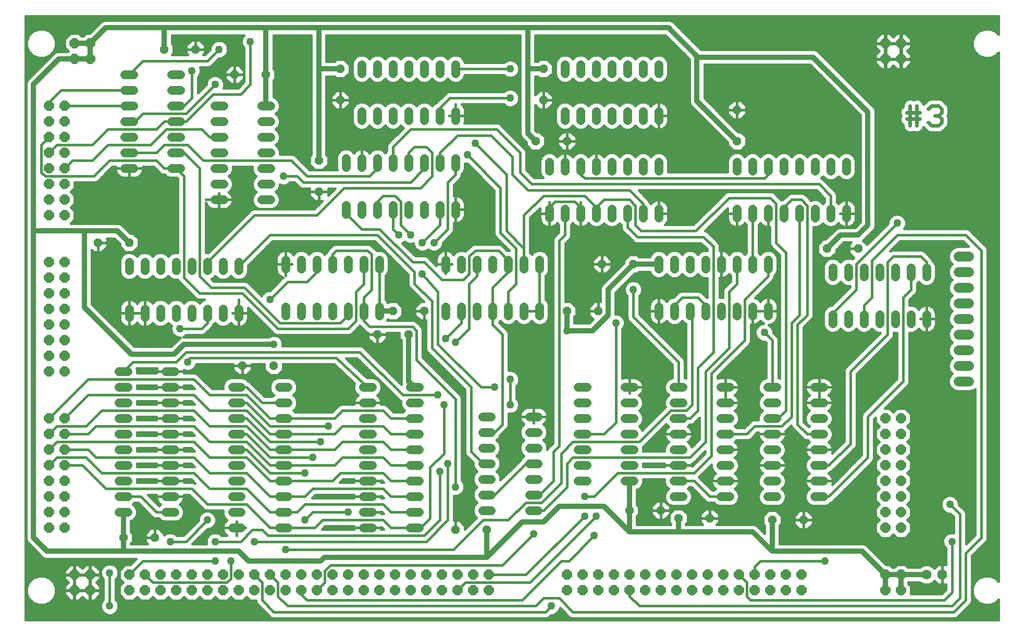
<source format=gtl>
G75*
%MOIN*%
%OFA0B0*%
%FSLAX24Y24*%
%IPPOS*%
%LPD*%
%AMOC8*
5,1,8,0,0,1.08239X$1,22.5*
%
%ADD10C,0.0230*%
%ADD11C,0.0560*%
%ADD12OC8,0.0560*%
%ADD13OC8,0.0630*%
%ADD14C,0.0630*%
%ADD15OC8,0.0640*%
%ADD16C,0.0640*%
%ADD17C,0.0160*%
%ADD18C,0.0500*%
%ADD19C,0.0320*%
D10*
X060842Y035880D02*
X060842Y037151D01*
X061266Y037151D02*
X061266Y035880D01*
X061477Y036304D02*
X060630Y036304D01*
X060630Y036727D02*
X061266Y036727D01*
X061477Y036727D01*
X062011Y036939D02*
X062223Y037151D01*
X062647Y037151D01*
X062859Y036939D01*
X062859Y036727D01*
X062647Y036516D01*
X062859Y036304D01*
X062859Y036092D01*
X062647Y035880D01*
X062223Y035880D01*
X062011Y036092D01*
X062435Y036516D02*
X062647Y036516D01*
D11*
X056765Y033545D02*
X056765Y032985D01*
X055765Y032985D02*
X055765Y033545D01*
X054765Y033545D02*
X054765Y032985D01*
X053765Y032985D02*
X053765Y033545D01*
X052765Y033545D02*
X052765Y032985D01*
X051765Y032985D02*
X051765Y033545D01*
X050765Y033545D02*
X050765Y032985D01*
X049765Y032985D02*
X049765Y033545D01*
X049765Y030545D02*
X049765Y029985D01*
X050765Y029985D02*
X050765Y030545D01*
X051765Y030545D02*
X051765Y029985D01*
X052765Y029985D02*
X052765Y030545D01*
X053765Y030545D02*
X053765Y029985D01*
X054765Y029985D02*
X054765Y030545D01*
X055765Y030545D02*
X055765Y029985D01*
X056765Y029985D02*
X056765Y030545D01*
X051765Y027295D02*
X051765Y026735D01*
X050765Y026735D02*
X050765Y027295D01*
X049765Y027295D02*
X049765Y026735D01*
X048765Y026735D02*
X048765Y027295D01*
X047765Y027295D02*
X047765Y026735D01*
X046765Y026735D02*
X046765Y027295D01*
X045765Y027295D02*
X045765Y026735D01*
X044765Y026735D02*
X044765Y027295D01*
X044765Y029985D02*
X044765Y030545D01*
X043765Y030545D02*
X043765Y029985D01*
X042765Y029985D02*
X042765Y030545D01*
X041765Y030545D02*
X041765Y029985D01*
X040765Y029985D02*
X040765Y030545D01*
X039765Y030545D02*
X039765Y029985D01*
X038765Y029985D02*
X038765Y030545D01*
X037765Y030545D02*
X037765Y029985D01*
X037140Y027295D02*
X037140Y026735D01*
X036140Y026735D02*
X036140Y027295D01*
X035140Y027295D02*
X035140Y026735D01*
X034140Y026735D02*
X034140Y027295D01*
X033140Y027295D02*
X033140Y026735D01*
X032140Y026735D02*
X032140Y027295D01*
X031140Y027295D02*
X031140Y026735D01*
X031140Y024295D02*
X031140Y023735D01*
X032140Y023735D02*
X032140Y024295D01*
X033140Y024295D02*
X033140Y023735D01*
X034140Y023735D02*
X034140Y024295D01*
X035140Y024295D02*
X035140Y023735D01*
X036140Y023735D02*
X036140Y024295D01*
X037140Y024295D02*
X037140Y023735D01*
X039610Y019140D02*
X040170Y019140D01*
X040170Y018140D02*
X039610Y018140D01*
X039610Y017140D02*
X040170Y017140D01*
X040170Y016140D02*
X039610Y016140D01*
X039610Y015140D02*
X040170Y015140D01*
X040170Y014140D02*
X039610Y014140D01*
X039610Y013140D02*
X040170Y013140D01*
X042610Y013140D02*
X043170Y013140D01*
X043170Y014140D02*
X042610Y014140D01*
X042610Y015140D02*
X043170Y015140D01*
X043170Y016140D02*
X042610Y016140D01*
X042610Y017140D02*
X043170Y017140D01*
X043170Y018140D02*
X042610Y018140D01*
X042610Y019140D02*
X043170Y019140D01*
X045735Y019140D02*
X046295Y019140D01*
X046295Y018140D02*
X045735Y018140D01*
X045735Y017140D02*
X046295Y017140D01*
X046295Y016140D02*
X045735Y016140D01*
X045735Y015140D02*
X046295Y015140D01*
X046295Y014140D02*
X045735Y014140D01*
X045735Y013140D02*
X046295Y013140D01*
X046295Y012140D02*
X045735Y012140D01*
X048735Y012140D02*
X049295Y012140D01*
X049295Y013140D02*
X048735Y013140D01*
X048735Y014140D02*
X049295Y014140D01*
X049295Y015140D02*
X048735Y015140D01*
X048735Y016140D02*
X049295Y016140D01*
X049295Y017140D02*
X048735Y017140D01*
X048735Y018140D02*
X049295Y018140D01*
X049295Y019140D02*
X048735Y019140D01*
X051735Y019140D02*
X052295Y019140D01*
X052295Y018140D02*
X051735Y018140D01*
X051735Y017140D02*
X052295Y017140D01*
X052295Y016140D02*
X051735Y016140D01*
X051735Y015140D02*
X052295Y015140D01*
X052295Y014140D02*
X051735Y014140D01*
X051735Y013140D02*
X052295Y013140D01*
X052295Y012140D02*
X051735Y012140D01*
X054735Y012140D02*
X055295Y012140D01*
X055295Y013140D02*
X054735Y013140D01*
X054735Y014140D02*
X055295Y014140D01*
X055295Y015140D02*
X054735Y015140D01*
X054735Y016140D02*
X055295Y016140D01*
X055295Y017140D02*
X054735Y017140D01*
X054735Y018140D02*
X055295Y018140D01*
X055295Y019140D02*
X054735Y019140D01*
X055890Y023235D02*
X055890Y023795D01*
X056890Y023795D02*
X056890Y023235D01*
X057890Y023235D02*
X057890Y023795D01*
X058890Y023795D02*
X058890Y023235D01*
X059890Y023235D02*
X059890Y023795D01*
X060890Y023795D02*
X060890Y023235D01*
X061890Y023235D02*
X061890Y023795D01*
X061890Y026235D02*
X061890Y026795D01*
X060890Y026795D02*
X060890Y026235D01*
X059890Y026235D02*
X059890Y026795D01*
X058890Y026795D02*
X058890Y026235D01*
X057890Y026235D02*
X057890Y026795D01*
X056890Y026795D02*
X056890Y026235D01*
X055890Y026235D02*
X055890Y026795D01*
X051765Y024295D02*
X051765Y023735D01*
X050765Y023735D02*
X050765Y024295D01*
X049765Y024295D02*
X049765Y023735D01*
X048765Y023735D02*
X048765Y024295D01*
X047765Y024295D02*
X047765Y023735D01*
X046765Y023735D02*
X046765Y024295D01*
X045765Y024295D02*
X045765Y023735D01*
X044765Y023735D02*
X044765Y024295D01*
X037045Y017265D02*
X036485Y017265D01*
X036485Y016265D02*
X037045Y016265D01*
X037045Y015265D02*
X036485Y015265D01*
X036485Y014265D02*
X037045Y014265D01*
X037045Y013265D02*
X036485Y013265D01*
X036485Y012265D02*
X037045Y012265D01*
X037045Y011265D02*
X036485Y011265D01*
X034045Y011265D02*
X033485Y011265D01*
X033485Y012265D02*
X034045Y012265D01*
X034045Y013265D02*
X033485Y013265D01*
X033485Y014265D02*
X034045Y014265D01*
X034045Y015265D02*
X033485Y015265D01*
X033485Y016265D02*
X034045Y016265D01*
X034045Y017265D02*
X033485Y017265D01*
X029420Y017140D02*
X028860Y017140D01*
X028860Y016140D02*
X029420Y016140D01*
X029420Y015140D02*
X028860Y015140D01*
X028860Y014140D02*
X029420Y014140D01*
X029420Y013140D02*
X028860Y013140D01*
X028860Y012140D02*
X029420Y012140D01*
X029420Y011140D02*
X028860Y011140D01*
X028860Y010140D02*
X029420Y010140D01*
X026420Y010140D02*
X025860Y010140D01*
X025860Y011140D02*
X026420Y011140D01*
X026420Y012140D02*
X025860Y012140D01*
X025860Y013140D02*
X026420Y013140D01*
X026420Y014140D02*
X025860Y014140D01*
X025860Y015140D02*
X026420Y015140D01*
X026420Y016140D02*
X025860Y016140D01*
X025860Y017140D02*
X026420Y017140D01*
X026420Y018140D02*
X025860Y018140D01*
X025860Y019140D02*
X026420Y019140D01*
X028860Y019140D02*
X029420Y019140D01*
X029420Y018140D02*
X028860Y018140D01*
X021045Y018140D02*
X020485Y018140D01*
X020485Y017140D02*
X021045Y017140D01*
X021045Y016140D02*
X020485Y016140D01*
X020485Y015140D02*
X021045Y015140D01*
X021045Y014140D02*
X020485Y014140D01*
X020485Y013140D02*
X021045Y013140D01*
X021045Y012140D02*
X020485Y012140D01*
X020485Y011140D02*
X021045Y011140D01*
X021045Y010140D02*
X020485Y010140D01*
X018045Y010140D02*
X017485Y010140D01*
X017485Y011140D02*
X018045Y011140D01*
X018045Y012140D02*
X017485Y012140D01*
X017485Y013140D02*
X018045Y013140D01*
X018045Y014140D02*
X017485Y014140D01*
X017485Y015140D02*
X018045Y015140D01*
X018045Y016140D02*
X017485Y016140D01*
X017485Y017140D02*
X018045Y017140D01*
X018045Y018140D02*
X017485Y018140D01*
X017485Y019140D02*
X018045Y019140D01*
X020485Y019140D02*
X021045Y019140D01*
X020890Y023735D02*
X020890Y024295D01*
X021890Y024295D02*
X021890Y023735D01*
X022890Y023735D02*
X022890Y024295D01*
X023890Y024295D02*
X023890Y023735D01*
X024890Y023735D02*
X024890Y024295D01*
X025890Y024295D02*
X025890Y023735D01*
X026890Y023735D02*
X026890Y024295D01*
X026890Y026735D02*
X026890Y027295D01*
X025890Y027295D02*
X025890Y026735D01*
X024890Y026735D02*
X024890Y027295D01*
X023890Y027295D02*
X023890Y026735D01*
X022890Y026735D02*
X022890Y027295D01*
X021890Y027295D02*
X021890Y026735D01*
X020890Y026735D02*
X020890Y027295D01*
X017890Y027170D02*
X017890Y026610D01*
X016890Y026610D02*
X016890Y027170D01*
X015890Y027170D02*
X015890Y026610D01*
X014890Y026610D02*
X014890Y027170D01*
X013890Y027170D02*
X013890Y026610D01*
X012890Y026610D02*
X012890Y027170D01*
X011890Y027170D02*
X011890Y026610D01*
X010890Y026610D02*
X010890Y027170D01*
X010890Y024170D02*
X010890Y023610D01*
X011890Y023610D02*
X011890Y024170D01*
X012890Y024170D02*
X012890Y023610D01*
X013890Y023610D02*
X013890Y024170D01*
X014890Y024170D02*
X014890Y023610D01*
X015890Y023610D02*
X015890Y024170D01*
X016890Y024170D02*
X016890Y023610D01*
X017890Y023610D02*
X017890Y024170D01*
X013795Y020140D02*
X013235Y020140D01*
X013235Y019140D02*
X013795Y019140D01*
X013795Y018140D02*
X013235Y018140D01*
X013235Y017140D02*
X013795Y017140D01*
X013795Y016140D02*
X013235Y016140D01*
X013235Y015140D02*
X013795Y015140D01*
X013795Y014140D02*
X013235Y014140D01*
X013235Y013140D02*
X013795Y013140D01*
X013795Y012140D02*
X013235Y012140D01*
X013235Y011140D02*
X013795Y011140D01*
X010795Y011140D02*
X010235Y011140D01*
X010235Y012140D02*
X010795Y012140D01*
X010795Y013140D02*
X010235Y013140D01*
X010235Y014140D02*
X010795Y014140D01*
X010795Y015140D02*
X010235Y015140D01*
X010235Y016140D02*
X010795Y016140D01*
X010795Y017140D02*
X010235Y017140D01*
X010235Y018140D02*
X010795Y018140D01*
X010795Y019140D02*
X010235Y019140D01*
X010235Y020140D02*
X010795Y020140D01*
X024765Y030235D02*
X024765Y030795D01*
X025765Y030795D02*
X025765Y030235D01*
X026765Y030235D02*
X026765Y030795D01*
X027765Y030795D02*
X027765Y030235D01*
X028765Y030235D02*
X028765Y030795D01*
X029765Y030795D02*
X029765Y030235D01*
X030765Y030235D02*
X030765Y030795D01*
X031765Y030795D02*
X031765Y030235D01*
X031765Y033235D02*
X031765Y033795D01*
X030765Y033795D02*
X030765Y033235D01*
X029765Y033235D02*
X029765Y033795D01*
X028765Y033795D02*
X028765Y033235D01*
X027765Y033235D02*
X027765Y033795D01*
X026765Y033795D02*
X026765Y033235D01*
X025765Y033235D02*
X025765Y033795D01*
X024765Y033795D02*
X024765Y033235D01*
X025765Y036235D02*
X025765Y036795D01*
X026765Y036795D02*
X026765Y036235D01*
X027765Y036235D02*
X027765Y036795D01*
X028765Y036795D02*
X028765Y036235D01*
X029765Y036235D02*
X029765Y036795D01*
X030765Y036795D02*
X030765Y036235D01*
X031765Y036235D02*
X031765Y036795D01*
X031765Y039235D02*
X031765Y039795D01*
X030765Y039795D02*
X030765Y039235D01*
X029765Y039235D02*
X029765Y039795D01*
X028765Y039795D02*
X028765Y039235D01*
X027765Y039235D02*
X027765Y039795D01*
X026765Y039795D02*
X026765Y039235D01*
X025765Y039235D02*
X025765Y039795D01*
X019920Y037140D02*
X019360Y037140D01*
X019360Y036140D02*
X019920Y036140D01*
X019920Y035140D02*
X019360Y035140D01*
X019360Y034140D02*
X019920Y034140D01*
X019920Y033140D02*
X019360Y033140D01*
X019360Y032140D02*
X019920Y032140D01*
X019920Y031140D02*
X019360Y031140D01*
X016920Y031140D02*
X016360Y031140D01*
X016360Y032140D02*
X016920Y032140D01*
X016920Y033140D02*
X016360Y033140D01*
X016360Y034140D02*
X016920Y034140D01*
X016920Y035140D02*
X016360Y035140D01*
X016360Y036140D02*
X016920Y036140D01*
X016920Y037140D02*
X016360Y037140D01*
X014170Y037140D02*
X013610Y037140D01*
X013610Y036140D02*
X014170Y036140D01*
X014170Y035140D02*
X013610Y035140D01*
X013610Y034140D02*
X014170Y034140D01*
X014170Y033140D02*
X013610Y033140D01*
X011170Y033140D02*
X010610Y033140D01*
X010610Y034140D02*
X011170Y034140D01*
X011170Y035140D02*
X010610Y035140D01*
X010610Y036140D02*
X011170Y036140D01*
X011170Y037140D02*
X010610Y037140D01*
X010610Y038140D02*
X011170Y038140D01*
X011170Y039140D02*
X010610Y039140D01*
X013610Y039140D02*
X014170Y039140D01*
X014170Y038140D02*
X013610Y038140D01*
X037765Y033545D02*
X037765Y032985D01*
X038765Y032985D02*
X038765Y033545D01*
X039765Y033545D02*
X039765Y032985D01*
X040765Y032985D02*
X040765Y033545D01*
X041765Y033545D02*
X041765Y032985D01*
X042765Y032985D02*
X042765Y033545D01*
X043765Y033545D02*
X043765Y032985D01*
X044765Y032985D02*
X044765Y033545D01*
X044765Y036235D02*
X044765Y036795D01*
X043765Y036795D02*
X043765Y036235D01*
X042765Y036235D02*
X042765Y036795D01*
X041765Y036795D02*
X041765Y036235D01*
X040765Y036235D02*
X040765Y036795D01*
X039765Y036795D02*
X039765Y036235D01*
X038765Y036235D02*
X038765Y036795D01*
X038765Y039235D02*
X038765Y039795D01*
X039765Y039795D02*
X039765Y039235D01*
X040765Y039235D02*
X040765Y039795D01*
X041765Y039795D02*
X041765Y039235D01*
X042765Y039235D02*
X042765Y039795D01*
X043765Y039795D02*
X043765Y039235D01*
X044765Y039235D02*
X044765Y039795D01*
D12*
X049765Y036890D03*
X049765Y034890D03*
X055515Y028015D03*
X057515Y028015D03*
X043140Y027015D03*
X041140Y027015D03*
X040890Y024015D03*
X038890Y024015D03*
X029765Y024015D03*
X027765Y024015D03*
X026765Y022515D03*
X028765Y022515D03*
X020140Y020515D03*
X018140Y020515D03*
X010890Y028390D03*
X008890Y028390D03*
X023015Y031640D03*
X023015Y033640D03*
X024390Y037515D03*
X024390Y039515D03*
X019640Y039140D03*
X017640Y039140D03*
X015140Y040765D03*
X013140Y040765D03*
X037390Y039515D03*
X037390Y037515D03*
X036890Y034890D03*
X038890Y034890D03*
X042890Y011265D03*
X044890Y011265D03*
X046015Y010765D03*
X048015Y010765D03*
X052015Y010640D03*
X054015Y010640D03*
X033765Y010015D03*
X031765Y010015D03*
X012515Y009515D03*
X010515Y009515D03*
D13*
X062890Y007140D03*
D14*
X061890Y007140D03*
D15*
X060265Y007140D03*
X059265Y007140D03*
X059265Y006140D03*
X060265Y006140D03*
X060265Y010140D03*
X059265Y010140D03*
X059265Y011140D03*
X060265Y011140D03*
X060265Y012140D03*
X059265Y012140D03*
X059265Y013140D03*
X060265Y013140D03*
X060265Y014140D03*
X059265Y014140D03*
X059265Y015140D03*
X060265Y015140D03*
X060265Y016140D03*
X059265Y016140D03*
X059265Y017140D03*
X060265Y017140D03*
X053890Y007140D03*
X053890Y006140D03*
X052890Y006140D03*
X051890Y006140D03*
X051890Y007140D03*
X052890Y007140D03*
X050890Y007140D03*
X049890Y007140D03*
X049890Y006140D03*
X050890Y006140D03*
X048890Y006140D03*
X047890Y006140D03*
X046890Y006140D03*
X046890Y007140D03*
X047890Y007140D03*
X048890Y007140D03*
X045890Y007140D03*
X044890Y007140D03*
X044890Y006140D03*
X045890Y006140D03*
X043890Y006140D03*
X042890Y006140D03*
X041890Y006140D03*
X041890Y007140D03*
X042890Y007140D03*
X043890Y007140D03*
X040890Y007140D03*
X039890Y007140D03*
X039890Y006140D03*
X040890Y006140D03*
X038890Y006140D03*
X038890Y007140D03*
X033890Y007140D03*
X032890Y007140D03*
X032890Y006140D03*
X033890Y006140D03*
X031890Y006140D03*
X030890Y006140D03*
X029890Y006140D03*
X029890Y007140D03*
X030890Y007140D03*
X031890Y007140D03*
X028890Y007140D03*
X027890Y007140D03*
X027890Y006140D03*
X028890Y006140D03*
X026890Y006140D03*
X025890Y006140D03*
X024890Y006140D03*
X024890Y007140D03*
X025890Y007140D03*
X026890Y007140D03*
X023890Y007140D03*
X022890Y007140D03*
X022890Y006140D03*
X023890Y006140D03*
X021890Y006140D03*
X020890Y006140D03*
X019890Y006140D03*
X019890Y007140D03*
X020890Y007140D03*
X021890Y007140D03*
X018890Y007140D03*
X017890Y007140D03*
X017890Y006140D03*
X018890Y006140D03*
X016890Y006140D03*
X015890Y006140D03*
X015890Y007140D03*
X016890Y007140D03*
X014890Y007140D03*
X013890Y007140D03*
X012890Y007140D03*
X012890Y006140D03*
X013890Y006140D03*
X014890Y006140D03*
X011890Y006140D03*
X010890Y006140D03*
X010890Y007140D03*
X011890Y007140D03*
X008390Y007140D03*
X007390Y007140D03*
X007390Y006140D03*
X008390Y006140D03*
X006765Y010140D03*
X005765Y010140D03*
X005765Y011140D03*
X006765Y011140D03*
X006765Y012140D03*
X005765Y012140D03*
X005765Y013140D03*
X006765Y013140D03*
X006765Y014140D03*
X005765Y014140D03*
X005765Y015140D03*
X006765Y015140D03*
X006765Y016140D03*
X005765Y016140D03*
X005765Y017140D03*
X006765Y017140D03*
X006765Y020140D03*
X005765Y020140D03*
X005765Y021140D03*
X006765Y021140D03*
X006765Y022140D03*
X005765Y022140D03*
X005765Y023140D03*
X006765Y023140D03*
X006765Y024140D03*
X005765Y024140D03*
X005765Y025140D03*
X006765Y025140D03*
X006765Y026140D03*
X005765Y026140D03*
X005765Y027140D03*
X006765Y027140D03*
X006765Y030140D03*
X005765Y030140D03*
X005765Y031140D03*
X006765Y031140D03*
X006765Y032140D03*
X005765Y032140D03*
X005765Y033140D03*
X006765Y033140D03*
X006765Y034140D03*
X005765Y034140D03*
X005765Y035140D03*
X006765Y035140D03*
X006765Y036140D03*
X005765Y036140D03*
X005765Y037140D03*
X006765Y037140D03*
X007390Y040140D03*
X008390Y040140D03*
X008390Y041140D03*
X007390Y041140D03*
X059265Y041140D03*
X060265Y041140D03*
X060265Y040140D03*
X059265Y040140D03*
D16*
X063945Y027515D02*
X064585Y027515D01*
X064585Y026515D02*
X063945Y026515D01*
X063945Y025515D02*
X064585Y025515D01*
X064585Y024515D02*
X063945Y024515D01*
X063945Y023515D02*
X064585Y023515D01*
X064585Y022515D02*
X063945Y022515D01*
X063945Y021515D02*
X064585Y021515D01*
X064585Y020515D02*
X063945Y020515D01*
X063945Y019515D02*
X064585Y019515D01*
D17*
X004270Y004270D02*
X004270Y042880D01*
X066502Y042880D01*
X066502Y041718D01*
X066292Y041928D01*
X065950Y042070D01*
X065580Y042070D01*
X065238Y041928D01*
X064977Y041667D01*
X064835Y041325D01*
X064835Y040955D01*
X064977Y040613D01*
X065238Y040352D01*
X065580Y040210D01*
X065950Y040210D01*
X066292Y040352D01*
X066502Y040562D01*
X066502Y006718D01*
X066292Y006928D01*
X065950Y007070D01*
X065580Y007070D01*
X065238Y006928D01*
X064977Y006667D01*
X064835Y006325D01*
X064835Y005955D01*
X064977Y005613D01*
X065238Y005352D01*
X065580Y005210D01*
X065950Y005210D01*
X066292Y005352D01*
X066502Y005562D01*
X066502Y004270D01*
X004270Y004270D01*
X004270Y004366D02*
X020059Y004366D01*
X020060Y004365D02*
X037595Y004365D01*
X037742Y004426D01*
X037886Y004570D01*
X038003Y004570D01*
X038213Y004657D01*
X038373Y004817D01*
X038453Y005011D01*
X039038Y004426D01*
X039185Y004365D01*
X063720Y004365D01*
X063867Y004426D01*
X064617Y005176D01*
X064729Y005288D01*
X064790Y005435D01*
X064790Y008349D01*
X065617Y009176D01*
X065729Y009288D01*
X065790Y009435D01*
X065790Y027970D01*
X065729Y028117D01*
X064729Y029117D01*
X064617Y029229D01*
X064470Y029290D01*
X060471Y029290D01*
X060498Y029317D01*
X060585Y029527D01*
X060585Y029753D01*
X060498Y029963D01*
X060338Y030123D01*
X060128Y030210D01*
X059902Y030210D01*
X059692Y030123D01*
X059532Y029963D01*
X059445Y029753D01*
X059445Y029636D01*
X058094Y028285D01*
X057841Y028537D01*
X057922Y028618D01*
X058547Y029243D01*
X058620Y029420D01*
X058620Y036860D01*
X058547Y037037D01*
X055047Y040537D01*
X054912Y040672D01*
X054735Y040745D01*
X047464Y040745D01*
X045662Y042547D01*
X045485Y042620D01*
X009295Y042620D01*
X009118Y042547D01*
X008983Y042412D01*
X008351Y041780D01*
X008125Y041780D01*
X007965Y041620D01*
X007815Y041620D01*
X007655Y041780D01*
X007125Y041780D01*
X006750Y041405D01*
X006750Y040875D01*
X006985Y040640D01*
X006965Y040620D01*
X006295Y040620D01*
X006118Y040547D01*
X005983Y040412D01*
X004358Y038787D01*
X004285Y038610D01*
X004285Y009420D01*
X004358Y009243D01*
X004493Y009108D01*
X005368Y008233D01*
X005545Y008160D01*
X011344Y008160D01*
X010964Y007780D01*
X010625Y007780D01*
X010250Y007405D01*
X010250Y006875D01*
X010485Y006640D01*
X010250Y006405D01*
X010250Y005875D01*
X010625Y005500D01*
X011155Y005500D01*
X011390Y005735D01*
X011625Y005500D01*
X012155Y005500D01*
X012390Y005735D01*
X012625Y005500D01*
X013155Y005500D01*
X013390Y005735D01*
X013625Y005500D01*
X014155Y005500D01*
X014390Y005735D01*
X014625Y005500D01*
X015155Y005500D01*
X015390Y005735D01*
X015625Y005500D01*
X016155Y005500D01*
X016390Y005735D01*
X016625Y005500D01*
X017155Y005500D01*
X017390Y005735D01*
X017625Y005500D01*
X018155Y005500D01*
X018390Y005735D01*
X018625Y005500D01*
X018990Y005500D01*
X018990Y005435D01*
X019051Y005288D01*
X019801Y004538D01*
X019913Y004426D01*
X020060Y004365D01*
X019815Y004524D02*
X004270Y004524D01*
X004270Y004683D02*
X009291Y004683D01*
X009317Y004657D02*
X009527Y004570D01*
X009753Y004570D01*
X009963Y004657D01*
X010123Y004817D01*
X010210Y005027D01*
X010210Y005253D01*
X010123Y005463D01*
X010040Y005546D01*
X010040Y006859D01*
X010123Y006942D01*
X010210Y007152D01*
X010210Y007378D01*
X010123Y007588D01*
X009963Y007748D01*
X009753Y007835D01*
X009527Y007835D01*
X009317Y007748D01*
X009157Y007588D01*
X009070Y007378D01*
X009070Y007152D01*
X009157Y006942D01*
X009240Y006859D01*
X009240Y005546D01*
X009157Y005463D01*
X009070Y005253D01*
X009070Y005027D01*
X009157Y004817D01*
X009317Y004657D01*
X009147Y004841D02*
X004270Y004841D01*
X004270Y005000D02*
X009081Y005000D01*
X009070Y005158D02*
X004270Y005158D01*
X004270Y005317D02*
X004823Y005317D01*
X004738Y005352D02*
X005080Y005210D01*
X005450Y005210D01*
X005792Y005352D01*
X006053Y005613D01*
X006195Y005955D01*
X006195Y006325D01*
X006053Y006667D01*
X005792Y006928D01*
X005450Y007070D01*
X005080Y007070D01*
X004738Y006928D01*
X004477Y006667D01*
X004335Y006325D01*
X004335Y005955D01*
X004477Y005613D01*
X004738Y005352D01*
X004615Y005475D02*
X004270Y005475D01*
X004270Y005634D02*
X004468Y005634D01*
X004403Y005792D02*
X004270Y005792D01*
X004270Y005951D02*
X004337Y005951D01*
X004335Y006109D02*
X004270Y006109D01*
X004270Y006268D02*
X004335Y006268D01*
X004377Y006426D02*
X004270Y006426D01*
X004270Y006585D02*
X004442Y006585D01*
X004553Y006743D02*
X004270Y006743D01*
X004270Y006902D02*
X004711Y006902D01*
X005056Y007060D02*
X004270Y007060D01*
X004270Y007219D02*
X006750Y007219D01*
X006750Y007160D02*
X007370Y007160D01*
X007370Y007780D01*
X007125Y007780D01*
X006750Y007405D01*
X006750Y007160D01*
X006750Y007120D02*
X006750Y006875D01*
X006985Y006640D01*
X006750Y006405D01*
X006750Y006160D01*
X007370Y006160D01*
X007370Y007120D01*
X006750Y007120D01*
X006750Y007060D02*
X005474Y007060D01*
X005819Y006902D02*
X006750Y006902D01*
X006882Y006743D02*
X005977Y006743D01*
X006088Y006585D02*
X006929Y006585D01*
X006771Y006426D02*
X006153Y006426D01*
X006195Y006268D02*
X006750Y006268D01*
X006750Y006120D02*
X006750Y005875D01*
X007125Y005500D01*
X007370Y005500D01*
X007370Y006120D01*
X007410Y006120D01*
X007410Y006160D01*
X008370Y006160D01*
X008370Y007120D01*
X008410Y007120D01*
X008410Y007160D01*
X009030Y007160D01*
X009030Y007405D01*
X008655Y007780D01*
X008410Y007780D01*
X008410Y007160D01*
X008370Y007160D01*
X008370Y007780D01*
X008125Y007780D01*
X007890Y007545D01*
X007655Y007780D01*
X007410Y007780D01*
X007410Y007160D01*
X007370Y007160D01*
X007370Y007120D01*
X007410Y007120D01*
X007410Y007160D01*
X008370Y007160D01*
X008370Y007120D01*
X007750Y007120D01*
X007410Y007120D01*
X007410Y006780D01*
X007410Y006160D01*
X007370Y006160D01*
X007370Y006120D01*
X006750Y006120D01*
X006750Y006109D02*
X006195Y006109D01*
X006193Y005951D02*
X006750Y005951D01*
X006833Y005792D02*
X006127Y005792D01*
X006062Y005634D02*
X006991Y005634D01*
X007370Y005634D02*
X007410Y005634D01*
X007410Y005500D02*
X007655Y005500D01*
X007890Y005735D01*
X008125Y005500D01*
X008370Y005500D01*
X008370Y006120D01*
X008410Y006120D01*
X008410Y006160D01*
X009030Y006160D01*
X009030Y006405D01*
X008795Y006640D01*
X009030Y006875D01*
X009030Y007120D01*
X008410Y007120D01*
X008410Y006500D01*
X008410Y006160D01*
X008370Y006160D01*
X008370Y006120D01*
X008030Y006120D01*
X007410Y006120D01*
X007410Y005500D01*
X007410Y005792D02*
X007370Y005792D01*
X007370Y005951D02*
X007410Y005951D01*
X007410Y006109D02*
X007370Y006109D01*
X007370Y006268D02*
X007410Y006268D01*
X007410Y006426D02*
X007370Y006426D01*
X007370Y006585D02*
X007410Y006585D01*
X007410Y006743D02*
X007370Y006743D01*
X007370Y006902D02*
X007410Y006902D01*
X007410Y007060D02*
X007370Y007060D01*
X007370Y007219D02*
X007410Y007219D01*
X007410Y007377D02*
X007370Y007377D01*
X007370Y007536D02*
X007410Y007536D01*
X007410Y007694D02*
X007370Y007694D01*
X007039Y007694D02*
X004270Y007694D01*
X004270Y007536D02*
X006880Y007536D01*
X006750Y007377D02*
X004270Y007377D01*
X004270Y007853D02*
X011037Y007853D01*
X011195Y008011D02*
X004270Y008011D01*
X004270Y008170D02*
X005522Y008170D01*
X005273Y008328D02*
X004270Y008328D01*
X004270Y008487D02*
X005115Y008487D01*
X004956Y008645D02*
X004270Y008645D01*
X004270Y008804D02*
X004798Y008804D01*
X004639Y008962D02*
X004270Y008962D01*
X004270Y009121D02*
X004481Y009121D01*
X004343Y009279D02*
X004270Y009279D01*
X004270Y009438D02*
X004285Y009438D01*
X004270Y009596D02*
X004285Y009596D01*
X004270Y009755D02*
X004285Y009755D01*
X004270Y009913D02*
X004285Y009913D01*
X004270Y010072D02*
X004285Y010072D01*
X004270Y010230D02*
X004285Y010230D01*
X004270Y010389D02*
X004285Y010389D01*
X004270Y010547D02*
X004285Y010547D01*
X004270Y010706D02*
X004285Y010706D01*
X004270Y010864D02*
X004285Y010864D01*
X004270Y011023D02*
X004285Y011023D01*
X004270Y011181D02*
X004285Y011181D01*
X004270Y011340D02*
X004285Y011340D01*
X004270Y011498D02*
X004285Y011498D01*
X004270Y011657D02*
X004285Y011657D01*
X004270Y011815D02*
X004285Y011815D01*
X004270Y011974D02*
X004285Y011974D01*
X004270Y012132D02*
X004285Y012132D01*
X004270Y012291D02*
X004285Y012291D01*
X004270Y012449D02*
X004285Y012449D01*
X004270Y012608D02*
X004285Y012608D01*
X004270Y012766D02*
X004285Y012766D01*
X004270Y012925D02*
X004285Y012925D01*
X004270Y013083D02*
X004285Y013083D01*
X004270Y013242D02*
X004285Y013242D01*
X004270Y013400D02*
X004285Y013400D01*
X004270Y013559D02*
X004285Y013559D01*
X004270Y013717D02*
X004285Y013717D01*
X004270Y013876D02*
X004285Y013876D01*
X004270Y014034D02*
X004285Y014034D01*
X004270Y014193D02*
X004285Y014193D01*
X004270Y014351D02*
X004285Y014351D01*
X004270Y014510D02*
X004285Y014510D01*
X004270Y014668D02*
X004285Y014668D01*
X004270Y014827D02*
X004285Y014827D01*
X004270Y014985D02*
X004285Y014985D01*
X004270Y015144D02*
X004285Y015144D01*
X004270Y015302D02*
X004285Y015302D01*
X004270Y015461D02*
X004285Y015461D01*
X004270Y015619D02*
X004285Y015619D01*
X004270Y015778D02*
X004285Y015778D01*
X004270Y015936D02*
X004285Y015936D01*
X004270Y016095D02*
X004285Y016095D01*
X004270Y016253D02*
X004285Y016253D01*
X004270Y016412D02*
X004285Y016412D01*
X004270Y016570D02*
X004285Y016570D01*
X004270Y016729D02*
X004285Y016729D01*
X004270Y016887D02*
X004285Y016887D01*
X004270Y017046D02*
X004285Y017046D01*
X004270Y017204D02*
X004285Y017204D01*
X004270Y017363D02*
X004285Y017363D01*
X004270Y017521D02*
X004285Y017521D01*
X004270Y017680D02*
X004285Y017680D01*
X004270Y017838D02*
X004285Y017838D01*
X004270Y017997D02*
X004285Y017997D01*
X004270Y018155D02*
X004285Y018155D01*
X004270Y018314D02*
X004285Y018314D01*
X004270Y018472D02*
X004285Y018472D01*
X004270Y018631D02*
X004285Y018631D01*
X004270Y018789D02*
X004285Y018789D01*
X004270Y018948D02*
X004285Y018948D01*
X004270Y019106D02*
X004285Y019106D01*
X004270Y019265D02*
X004285Y019265D01*
X004270Y019423D02*
X004285Y019423D01*
X004270Y019582D02*
X004285Y019582D01*
X004270Y019740D02*
X004285Y019740D01*
X004270Y019899D02*
X004285Y019899D01*
X004270Y020057D02*
X004285Y020057D01*
X004270Y020216D02*
X004285Y020216D01*
X004270Y020374D02*
X004285Y020374D01*
X004270Y020533D02*
X004285Y020533D01*
X004270Y020691D02*
X004285Y020691D01*
X004270Y020850D02*
X004285Y020850D01*
X004270Y021008D02*
X004285Y021008D01*
X004270Y021167D02*
X004285Y021167D01*
X004270Y021325D02*
X004285Y021325D01*
X004270Y021484D02*
X004285Y021484D01*
X004270Y021642D02*
X004285Y021642D01*
X004270Y021801D02*
X004285Y021801D01*
X004270Y021959D02*
X004285Y021959D01*
X004270Y022118D02*
X004285Y022118D01*
X004270Y022276D02*
X004285Y022276D01*
X004270Y022435D02*
X004285Y022435D01*
X004270Y022593D02*
X004285Y022593D01*
X004270Y022752D02*
X004285Y022752D01*
X004270Y022910D02*
X004285Y022910D01*
X004270Y023069D02*
X004285Y023069D01*
X004270Y023227D02*
X004285Y023227D01*
X004270Y023386D02*
X004285Y023386D01*
X004270Y023544D02*
X004285Y023544D01*
X004270Y023703D02*
X004285Y023703D01*
X004270Y023861D02*
X004285Y023861D01*
X004270Y024020D02*
X004285Y024020D01*
X004270Y024178D02*
X004285Y024178D01*
X004270Y024337D02*
X004285Y024337D01*
X004270Y024495D02*
X004285Y024495D01*
X004270Y024654D02*
X004285Y024654D01*
X004270Y024812D02*
X004285Y024812D01*
X004270Y024971D02*
X004285Y024971D01*
X004270Y025129D02*
X004285Y025129D01*
X004270Y025288D02*
X004285Y025288D01*
X004270Y025446D02*
X004285Y025446D01*
X004270Y025605D02*
X004285Y025605D01*
X004270Y025763D02*
X004285Y025763D01*
X004270Y025922D02*
X004285Y025922D01*
X004270Y026080D02*
X004285Y026080D01*
X004270Y026239D02*
X004285Y026239D01*
X004270Y026397D02*
X004285Y026397D01*
X004270Y026556D02*
X004285Y026556D01*
X004270Y026714D02*
X004285Y026714D01*
X004270Y026873D02*
X004285Y026873D01*
X004270Y027031D02*
X004285Y027031D01*
X004270Y027190D02*
X004285Y027190D01*
X004270Y027348D02*
X004285Y027348D01*
X004270Y027507D02*
X004285Y027507D01*
X004270Y027665D02*
X004285Y027665D01*
X004270Y027824D02*
X004285Y027824D01*
X004270Y027982D02*
X004285Y027982D01*
X004270Y028141D02*
X004285Y028141D01*
X004270Y028299D02*
X004285Y028299D01*
X004270Y028458D02*
X004285Y028458D01*
X004270Y028616D02*
X004285Y028616D01*
X004270Y028775D02*
X004285Y028775D01*
X004270Y028933D02*
X004285Y028933D01*
X004270Y029092D02*
X004285Y029092D01*
X004270Y029250D02*
X004285Y029250D01*
X004270Y029409D02*
X004285Y029409D01*
X004270Y029567D02*
X004285Y029567D01*
X004270Y029726D02*
X004285Y029726D01*
X004270Y029884D02*
X004285Y029884D01*
X004270Y030043D02*
X004285Y030043D01*
X004270Y030201D02*
X004285Y030201D01*
X004270Y030360D02*
X004285Y030360D01*
X004270Y030518D02*
X004285Y030518D01*
X004270Y030677D02*
X004285Y030677D01*
X004270Y030835D02*
X004285Y030835D01*
X004270Y030994D02*
X004285Y030994D01*
X004270Y031152D02*
X004285Y031152D01*
X004270Y031311D02*
X004285Y031311D01*
X004270Y031469D02*
X004285Y031469D01*
X004270Y031628D02*
X004285Y031628D01*
X004270Y031786D02*
X004285Y031786D01*
X004270Y031945D02*
X004285Y031945D01*
X004270Y032103D02*
X004285Y032103D01*
X004270Y032262D02*
X004285Y032262D01*
X004270Y032420D02*
X004285Y032420D01*
X004270Y032579D02*
X004285Y032579D01*
X004270Y032737D02*
X004285Y032737D01*
X004270Y032896D02*
X004285Y032896D01*
X004270Y033054D02*
X004285Y033054D01*
X004270Y033213D02*
X004285Y033213D01*
X004270Y033371D02*
X004285Y033371D01*
X004270Y033530D02*
X004285Y033530D01*
X004270Y033688D02*
X004285Y033688D01*
X004270Y033847D02*
X004285Y033847D01*
X004270Y034005D02*
X004285Y034005D01*
X004270Y034164D02*
X004285Y034164D01*
X004270Y034322D02*
X004285Y034322D01*
X004270Y034481D02*
X004285Y034481D01*
X004270Y034639D02*
X004285Y034639D01*
X004270Y034798D02*
X004285Y034798D01*
X004270Y034956D02*
X004285Y034956D01*
X004270Y035115D02*
X004285Y035115D01*
X004270Y035273D02*
X004285Y035273D01*
X004270Y035432D02*
X004285Y035432D01*
X004270Y035590D02*
X004285Y035590D01*
X004270Y035749D02*
X004285Y035749D01*
X004270Y035907D02*
X004285Y035907D01*
X004270Y036066D02*
X004285Y036066D01*
X004270Y036224D02*
X004285Y036224D01*
X004270Y036383D02*
X004285Y036383D01*
X004270Y036541D02*
X004285Y036541D01*
X004270Y036700D02*
X004285Y036700D01*
X004270Y036858D02*
X004285Y036858D01*
X004270Y037017D02*
X004285Y037017D01*
X004270Y037175D02*
X004285Y037175D01*
X004270Y037334D02*
X004285Y037334D01*
X004270Y037492D02*
X004285Y037492D01*
X004270Y037651D02*
X004285Y037651D01*
X004270Y037809D02*
X004285Y037809D01*
X004270Y037968D02*
X004285Y037968D01*
X004270Y038126D02*
X004285Y038126D01*
X004270Y038285D02*
X004285Y038285D01*
X004270Y038443D02*
X004285Y038443D01*
X004270Y038602D02*
X004285Y038602D01*
X004270Y038760D02*
X004347Y038760D01*
X004270Y038919D02*
X004490Y038919D01*
X004648Y039077D02*
X004270Y039077D01*
X004270Y039236D02*
X004807Y039236D01*
X004965Y039394D02*
X004270Y039394D01*
X004270Y039553D02*
X005124Y039553D01*
X005282Y039711D02*
X004270Y039711D01*
X004270Y039870D02*
X005441Y039870D01*
X005599Y040028D02*
X004270Y040028D01*
X004270Y040187D02*
X005758Y040187D01*
X005776Y040345D02*
X005916Y040345D01*
X005792Y040352D02*
X006053Y040613D01*
X006195Y040955D01*
X006195Y041325D01*
X006053Y041667D01*
X005792Y041928D01*
X005450Y042070D01*
X005080Y042070D01*
X004738Y041928D01*
X004477Y041667D01*
X004335Y041325D01*
X004335Y040955D01*
X004477Y040613D01*
X004738Y040352D01*
X005080Y040210D01*
X005450Y040210D01*
X005792Y040352D01*
X005944Y040504D02*
X006075Y040504D01*
X006074Y040662D02*
X006963Y040662D01*
X006804Y040821D02*
X006139Y040821D01*
X006195Y040979D02*
X006750Y040979D01*
X006750Y041138D02*
X006195Y041138D01*
X006195Y041296D02*
X006750Y041296D01*
X006799Y041455D02*
X006141Y041455D01*
X006076Y041613D02*
X006958Y041613D01*
X007116Y041772D02*
X005949Y041772D01*
X005788Y041930D02*
X008501Y041930D01*
X008660Y042089D02*
X004270Y042089D01*
X004270Y042247D02*
X008818Y042247D01*
X008977Y042406D02*
X004270Y042406D01*
X004270Y042564D02*
X009159Y042564D01*
X008116Y041772D02*
X007664Y041772D01*
X004742Y041930D02*
X004270Y041930D01*
X004270Y041772D02*
X004581Y041772D01*
X004454Y041613D02*
X004270Y041613D01*
X004270Y041455D02*
X004389Y041455D01*
X004335Y041296D02*
X004270Y041296D01*
X004270Y041138D02*
X004335Y041138D01*
X004335Y040979D02*
X004270Y040979D01*
X004270Y040821D02*
X004391Y040821D01*
X004456Y040662D02*
X004270Y040662D01*
X004270Y040504D02*
X004586Y040504D01*
X004754Y040345D02*
X004270Y040345D01*
X004270Y042723D02*
X066502Y042723D01*
X066502Y042564D02*
X045621Y042564D01*
X045803Y042406D02*
X066502Y042406D01*
X066502Y042247D02*
X045962Y042247D01*
X046120Y042089D02*
X066502Y042089D01*
X066502Y041930D02*
X066288Y041930D01*
X066449Y041772D02*
X066502Y041772D01*
X065242Y041930D02*
X046279Y041930D01*
X046437Y041772D02*
X058991Y041772D01*
X059000Y041780D02*
X058625Y041405D01*
X058625Y041160D01*
X059245Y041160D01*
X059245Y041780D01*
X059000Y041780D01*
X058833Y041613D02*
X046596Y041613D01*
X046754Y041455D02*
X058674Y041455D01*
X058625Y041296D02*
X046913Y041296D01*
X047071Y041138D02*
X059245Y041138D01*
X059245Y041120D02*
X058625Y041120D01*
X058625Y040875D01*
X058860Y040640D01*
X058625Y040405D01*
X058625Y040160D01*
X059245Y040160D01*
X059245Y041120D01*
X059245Y041160D01*
X059285Y041160D01*
X059285Y041780D01*
X059530Y041780D01*
X059765Y041545D01*
X060000Y041780D01*
X060245Y041780D01*
X060245Y041160D01*
X060285Y041160D01*
X060905Y041160D01*
X060905Y041405D01*
X060530Y041780D01*
X060285Y041780D01*
X060285Y041160D01*
X060285Y041120D01*
X060905Y041120D01*
X060905Y040875D01*
X060670Y040640D01*
X060905Y040405D01*
X060905Y040160D01*
X060285Y040160D01*
X060285Y040120D01*
X060905Y040120D01*
X060905Y039875D01*
X060530Y039500D01*
X060285Y039500D01*
X060285Y040120D01*
X060245Y040120D01*
X060245Y039500D01*
X060000Y039500D01*
X059765Y039735D01*
X059530Y039500D01*
X059285Y039500D01*
X059285Y040120D01*
X059285Y040160D01*
X059245Y040160D01*
X059245Y040120D01*
X059285Y040120D01*
X059625Y040120D01*
X060245Y040120D01*
X060245Y040160D01*
X060245Y041120D01*
X059625Y041120D01*
X059285Y041120D01*
X059285Y041160D01*
X060245Y041160D01*
X060245Y041120D01*
X060285Y041120D01*
X060285Y040500D01*
X060285Y040160D01*
X060245Y040160D01*
X059285Y040160D01*
X059285Y040500D01*
X059285Y041120D01*
X059245Y041120D01*
X059285Y041138D02*
X060245Y041138D01*
X060285Y041138D02*
X064835Y041138D01*
X064835Y041296D02*
X060905Y041296D01*
X060856Y041455D02*
X064889Y041455D01*
X064954Y041613D02*
X060697Y041613D01*
X060539Y041772D02*
X065081Y041772D01*
X064835Y040979D02*
X060905Y040979D01*
X060851Y040821D02*
X064891Y040821D01*
X064956Y040662D02*
X060692Y040662D01*
X060807Y040504D02*
X065086Y040504D01*
X065254Y040345D02*
X060905Y040345D01*
X060905Y040187D02*
X066502Y040187D01*
X066502Y040345D02*
X066276Y040345D01*
X066444Y040504D02*
X066502Y040504D01*
X066502Y040028D02*
X060905Y040028D01*
X060900Y039870D02*
X066502Y039870D01*
X066502Y039711D02*
X060741Y039711D01*
X060583Y039553D02*
X066502Y039553D01*
X066502Y039394D02*
X056190Y039394D01*
X056348Y039236D02*
X066502Y039236D01*
X066502Y039077D02*
X056507Y039077D01*
X056665Y038919D02*
X066502Y038919D01*
X066502Y038760D02*
X056824Y038760D01*
X056982Y038602D02*
X066502Y038602D01*
X066502Y038443D02*
X057141Y038443D01*
X057299Y038285D02*
X066502Y038285D01*
X066502Y038126D02*
X057458Y038126D01*
X057616Y037968D02*
X066502Y037968D01*
X066502Y037809D02*
X057775Y037809D01*
X057933Y037651D02*
X066502Y037651D01*
X066502Y037492D02*
X062921Y037492D01*
X062893Y037520D02*
X062733Y037586D01*
X062136Y037586D01*
X062091Y037567D01*
X061977Y037520D01*
X061854Y037397D01*
X061699Y037242D01*
X061634Y037397D01*
X061512Y037520D01*
X061352Y037586D01*
X061179Y037586D01*
X061054Y037534D01*
X060928Y037586D01*
X060755Y037586D01*
X060595Y037520D01*
X060473Y037397D01*
X060407Y037238D01*
X060407Y037106D01*
X060384Y037096D01*
X060261Y036974D01*
X060195Y036814D01*
X060195Y036641D01*
X060247Y036516D01*
X060195Y036390D01*
X060195Y036217D01*
X060261Y036057D01*
X060384Y035935D01*
X060407Y035925D01*
X060407Y035793D01*
X060473Y035634D01*
X060595Y035511D01*
X060755Y035445D01*
X060928Y035445D01*
X061054Y035497D01*
X061179Y035445D01*
X061352Y035445D01*
X061512Y035511D01*
X061634Y035634D01*
X061699Y035789D01*
X061977Y035511D01*
X062136Y035445D01*
X062733Y035445D01*
X062893Y035511D01*
X063015Y035634D01*
X063105Y035723D01*
X063227Y035845D01*
X063274Y035957D01*
X063294Y036005D01*
X063294Y036390D01*
X063242Y036516D01*
X063294Y036641D01*
X063294Y037026D01*
X063227Y037186D01*
X063105Y037308D01*
X062893Y037520D01*
X063079Y037334D02*
X066502Y037334D01*
X066502Y037175D02*
X063232Y037175D01*
X063294Y037017D02*
X066502Y037017D01*
X066502Y036858D02*
X063294Y036858D01*
X063294Y036700D02*
X066502Y036700D01*
X066502Y036541D02*
X063252Y036541D01*
X063294Y036383D02*
X066502Y036383D01*
X066502Y036224D02*
X063294Y036224D01*
X063294Y036066D02*
X066502Y036066D01*
X066502Y035907D02*
X063253Y035907D01*
X063130Y035749D02*
X066502Y035749D01*
X066502Y035590D02*
X062972Y035590D01*
X063015Y035634D02*
X063015Y035634D01*
X063105Y035723D02*
X063105Y035723D01*
X061898Y035590D02*
X061591Y035590D01*
X061682Y035749D02*
X061739Y035749D01*
X060517Y035590D02*
X058620Y035590D01*
X058620Y035432D02*
X066502Y035432D01*
X066502Y035273D02*
X058620Y035273D01*
X058620Y035115D02*
X066502Y035115D01*
X066502Y034956D02*
X058620Y034956D01*
X058620Y034798D02*
X066502Y034798D01*
X066502Y034639D02*
X058620Y034639D01*
X058620Y034481D02*
X066502Y034481D01*
X066502Y034322D02*
X058620Y034322D01*
X058620Y034164D02*
X066502Y034164D01*
X066502Y034005D02*
X058620Y034005D01*
X058620Y033847D02*
X066502Y033847D01*
X066502Y033688D02*
X058620Y033688D01*
X058620Y033530D02*
X066502Y033530D01*
X066502Y033371D02*
X058620Y033371D01*
X058620Y033213D02*
X066502Y033213D01*
X066502Y033054D02*
X058620Y033054D01*
X058620Y032896D02*
X066502Y032896D01*
X066502Y032737D02*
X058620Y032737D01*
X058620Y032579D02*
X066502Y032579D01*
X066502Y032420D02*
X058620Y032420D01*
X058620Y032262D02*
X066502Y032262D01*
X066502Y032103D02*
X058620Y032103D01*
X058620Y031945D02*
X066502Y031945D01*
X066502Y031786D02*
X058620Y031786D01*
X058620Y031628D02*
X066502Y031628D01*
X066502Y031469D02*
X058620Y031469D01*
X058620Y031311D02*
X066502Y031311D01*
X066502Y031152D02*
X058620Y031152D01*
X058620Y030994D02*
X066502Y030994D01*
X066502Y030835D02*
X058620Y030835D01*
X058620Y030677D02*
X066502Y030677D01*
X066502Y030518D02*
X058620Y030518D01*
X058620Y030360D02*
X066502Y030360D01*
X066502Y030201D02*
X060150Y030201D01*
X059880Y030201D02*
X058620Y030201D01*
X058620Y030043D02*
X059611Y030043D01*
X059499Y029884D02*
X058620Y029884D01*
X058620Y029726D02*
X059445Y029726D01*
X059376Y029567D02*
X058620Y029567D01*
X058615Y029409D02*
X059218Y029409D01*
X059059Y029250D02*
X058550Y029250D01*
X058395Y029092D02*
X058901Y029092D01*
X058742Y028933D02*
X058237Y028933D01*
X058078Y028775D02*
X058584Y028775D01*
X058425Y028616D02*
X057920Y028616D01*
X057921Y028458D02*
X058267Y028458D01*
X058108Y028299D02*
X058079Y028299D01*
X057515Y028015D02*
X056915Y028015D01*
X056915Y028264D01*
X057061Y028410D01*
X056589Y028410D01*
X056115Y027936D01*
X056115Y027766D01*
X055764Y027415D01*
X055266Y027415D01*
X054915Y027766D01*
X054915Y028264D01*
X055266Y028615D01*
X055436Y028615D01*
X056118Y029297D01*
X056295Y029370D01*
X057316Y029370D01*
X057660Y029714D01*
X057660Y036566D01*
X054441Y039785D01*
X047682Y039785D01*
X047682Y037651D01*
X049844Y035490D01*
X050014Y035490D01*
X050365Y035139D01*
X050365Y034641D01*
X050014Y034290D01*
X049516Y034290D01*
X049165Y034641D01*
X049165Y034811D01*
X046931Y037046D01*
X046796Y037181D01*
X046723Y037357D01*
X046723Y040129D01*
X045191Y041660D01*
X036870Y041660D01*
X036870Y039995D01*
X037021Y039995D01*
X037141Y040115D01*
X037639Y040115D01*
X037990Y039764D01*
X037990Y039266D01*
X037639Y038915D01*
X037141Y038915D01*
X037021Y039035D01*
X036870Y039035D01*
X036870Y037844D01*
X037141Y038115D01*
X037390Y038115D01*
X037390Y037515D01*
X037390Y037515D01*
X037990Y037515D01*
X037990Y037764D01*
X037639Y038115D01*
X037390Y038115D01*
X037390Y037515D01*
X037390Y037515D01*
X037990Y037515D01*
X037990Y037266D01*
X037639Y036915D01*
X037390Y036915D01*
X037390Y037515D01*
X037390Y037515D01*
X037390Y036915D01*
X037141Y036915D01*
X036870Y037186D01*
X036870Y035589D01*
X036969Y035490D01*
X037139Y035490D01*
X037490Y035139D01*
X037490Y034641D01*
X037139Y034290D01*
X036641Y034290D01*
X036290Y034641D01*
X036290Y034811D01*
X036118Y034983D01*
X036118Y034983D01*
X035983Y035118D01*
X035910Y035295D01*
X035910Y041660D01*
X023495Y041660D01*
X023495Y039995D01*
X024021Y039995D01*
X024141Y040115D01*
X024639Y040115D01*
X024990Y039764D01*
X024990Y039266D01*
X024639Y038915D01*
X024141Y038915D01*
X024021Y039035D01*
X023495Y039035D01*
X023495Y034009D01*
X023615Y033889D01*
X023615Y033391D01*
X023264Y033040D01*
X022766Y033040D01*
X022415Y033391D01*
X022415Y033889D01*
X022535Y034009D01*
X022535Y041660D01*
X020120Y041660D01*
X020120Y039509D01*
X020240Y039389D01*
X020240Y038891D01*
X020120Y038771D01*
X020120Y037707D01*
X020260Y037649D01*
X020429Y037480D01*
X020520Y037259D01*
X020520Y037021D01*
X020429Y036800D01*
X020269Y036640D01*
X020429Y036480D01*
X020520Y036259D01*
X020520Y036021D01*
X020429Y035800D01*
X020269Y035640D01*
X020429Y035480D01*
X020520Y035259D01*
X020520Y035021D01*
X020429Y034800D01*
X020269Y034640D01*
X020429Y034480D01*
X020520Y034259D01*
X020520Y034040D01*
X021345Y034040D01*
X021492Y033979D01*
X022431Y033040D01*
X024196Y033040D01*
X024165Y033116D01*
X024165Y033914D01*
X024256Y034135D01*
X024425Y034304D01*
X024646Y034395D01*
X024884Y034395D01*
X025105Y034304D01*
X025272Y034137D01*
X025307Y034186D01*
X025374Y034253D01*
X025451Y034308D01*
X025535Y034351D01*
X025624Y034380D01*
X025718Y034395D01*
X025765Y034395D01*
X025765Y033515D01*
X025765Y033515D01*
X025765Y034395D01*
X025812Y034395D01*
X025905Y034380D01*
X025995Y034351D01*
X026079Y034308D01*
X026156Y034253D01*
X026223Y034186D01*
X026258Y034137D01*
X026425Y034304D01*
X026646Y034395D01*
X026884Y034395D01*
X027105Y034304D01*
X027265Y034144D01*
X027365Y034244D01*
X027365Y034595D01*
X027426Y034742D01*
X027538Y034854D01*
X028418Y035734D01*
X028265Y035886D01*
X028105Y035726D01*
X027884Y035635D01*
X027646Y035635D01*
X027425Y035726D01*
X027265Y035886D01*
X027105Y035726D01*
X026884Y035635D01*
X026646Y035635D01*
X026425Y035726D01*
X026265Y035886D01*
X026105Y035726D01*
X025884Y035635D01*
X025646Y035635D01*
X025425Y035726D01*
X025256Y035895D01*
X025165Y036116D01*
X025165Y036914D01*
X025256Y037135D01*
X025425Y037304D01*
X025646Y037395D01*
X025884Y037395D01*
X026105Y037304D01*
X026265Y037144D01*
X026425Y037304D01*
X026646Y037395D01*
X026884Y037395D01*
X027105Y037304D01*
X027265Y037144D01*
X027425Y037304D01*
X027646Y037395D01*
X027884Y037395D01*
X028105Y037304D01*
X028265Y037144D01*
X028425Y037304D01*
X028646Y037395D01*
X028884Y037395D01*
X029105Y037304D01*
X029265Y037144D01*
X029425Y037304D01*
X029646Y037395D01*
X029884Y037395D01*
X030105Y037304D01*
X030265Y037144D01*
X030425Y037304D01*
X030532Y037348D01*
X031051Y037867D01*
X031163Y037979D01*
X031310Y038040D01*
X034859Y038040D01*
X034942Y038123D01*
X035152Y038210D01*
X035378Y038210D01*
X035588Y038123D01*
X035748Y037963D01*
X035835Y037753D01*
X035835Y037527D01*
X035748Y037317D01*
X035588Y037157D01*
X035378Y037070D01*
X035152Y037070D01*
X034942Y037157D01*
X034859Y037240D01*
X032169Y037240D01*
X032223Y037186D01*
X032278Y037109D01*
X032321Y037025D01*
X032350Y036935D01*
X032365Y036842D01*
X032365Y036515D01*
X031765Y036515D01*
X031765Y037240D01*
X031765Y037240D01*
X031765Y036515D01*
X031765Y036515D01*
X031765Y036515D01*
X031365Y036515D01*
X031365Y036515D01*
X031765Y036515D01*
X031765Y036515D01*
X031765Y036040D01*
X031765Y036040D01*
X031765Y036515D01*
X031765Y036515D01*
X032365Y036515D01*
X032365Y036188D01*
X032350Y036094D01*
X032333Y036040D01*
X034470Y036040D01*
X034617Y035979D01*
X034729Y035867D01*
X036229Y034367D01*
X036290Y034220D01*
X036290Y033056D01*
X036806Y032540D01*
X037361Y032540D01*
X037256Y032645D01*
X037165Y032866D01*
X037165Y033664D01*
X037256Y033885D01*
X037425Y034054D01*
X037646Y034145D01*
X037884Y034145D01*
X038105Y034054D01*
X038272Y033887D01*
X038307Y033936D01*
X038374Y034003D01*
X038451Y034058D01*
X038535Y034101D01*
X038624Y034130D01*
X038718Y034145D01*
X038765Y034145D01*
X038765Y033265D01*
X038765Y033265D01*
X038765Y034145D01*
X038812Y034145D01*
X038905Y034130D01*
X038995Y034101D01*
X039079Y034058D01*
X039156Y034003D01*
X039223Y033936D01*
X039258Y033887D01*
X039425Y034054D01*
X039646Y034145D01*
X039884Y034145D01*
X040105Y034054D01*
X040272Y033887D01*
X040307Y033936D01*
X040374Y034003D01*
X040451Y034058D01*
X040535Y034101D01*
X040624Y034130D01*
X040718Y034145D01*
X040765Y034145D01*
X040765Y033265D01*
X040765Y033265D01*
X040765Y034145D01*
X040812Y034145D01*
X040905Y034130D01*
X040995Y034101D01*
X041079Y034058D01*
X041156Y034003D01*
X041223Y033936D01*
X041258Y033887D01*
X041425Y034054D01*
X041646Y034145D01*
X041884Y034145D01*
X042105Y034054D01*
X042265Y033894D01*
X042425Y034054D01*
X042646Y034145D01*
X042884Y034145D01*
X043105Y034054D01*
X043265Y033894D01*
X043425Y034054D01*
X043646Y034145D01*
X043884Y034145D01*
X044105Y034054D01*
X044265Y033894D01*
X044425Y034054D01*
X044646Y034145D01*
X044884Y034145D01*
X045105Y034054D01*
X045274Y033885D01*
X045365Y033664D01*
X045365Y032915D01*
X049165Y032915D01*
X049165Y033664D01*
X049256Y033885D01*
X049425Y034054D01*
X049646Y034145D01*
X049884Y034145D01*
X050105Y034054D01*
X050265Y033894D01*
X050425Y034054D01*
X050646Y034145D01*
X050884Y034145D01*
X051105Y034054D01*
X051265Y033894D01*
X051425Y034054D01*
X051646Y034145D01*
X051884Y034145D01*
X052105Y034054D01*
X052265Y033894D01*
X052425Y034054D01*
X052646Y034145D01*
X052884Y034145D01*
X053105Y034054D01*
X053265Y033894D01*
X053425Y034054D01*
X053646Y034145D01*
X053884Y034145D01*
X054105Y034054D01*
X054265Y033894D01*
X054425Y034054D01*
X054646Y034145D01*
X054884Y034145D01*
X055105Y034054D01*
X055265Y033894D01*
X055425Y034054D01*
X055646Y034145D01*
X055884Y034145D01*
X056105Y034054D01*
X056265Y033894D01*
X056425Y034054D01*
X056646Y034145D01*
X056884Y034145D01*
X057105Y034054D01*
X057274Y033885D01*
X057365Y033664D01*
X057365Y032866D01*
X057274Y032645D01*
X057105Y032476D01*
X056884Y032385D01*
X056646Y032385D01*
X056425Y032476D01*
X056265Y032636D01*
X056105Y032476D01*
X055884Y032385D01*
X055646Y032385D01*
X055425Y032476D01*
X055265Y032636D01*
X055147Y032518D01*
X055242Y032479D01*
X055354Y032367D01*
X055354Y032367D01*
X056104Y031617D01*
X056165Y031470D01*
X056165Y030994D01*
X056365Y030994D01*
X056374Y031003D02*
X056307Y030936D01*
X056272Y030887D01*
X056165Y030994D01*
X056165Y031152D02*
X057660Y031152D01*
X057660Y030994D02*
X057165Y030994D01*
X057156Y031003D02*
X057079Y031058D01*
X056995Y031101D01*
X056905Y031130D01*
X056812Y031145D01*
X056765Y031145D01*
X056765Y030265D01*
X056765Y030265D01*
X057365Y030265D01*
X057365Y030592D01*
X057350Y030685D01*
X057321Y030775D01*
X057278Y030859D01*
X057223Y030936D01*
X057156Y031003D01*
X057291Y030835D02*
X057660Y030835D01*
X057660Y030677D02*
X057352Y030677D01*
X057365Y030518D02*
X057660Y030518D01*
X057660Y030360D02*
X057365Y030360D01*
X057365Y030265D02*
X056765Y030265D01*
X056765Y030265D01*
X056765Y030265D01*
X056365Y030265D01*
X056365Y030265D01*
X056765Y030265D01*
X056765Y031145D01*
X056718Y031145D01*
X056624Y031130D01*
X056535Y031101D01*
X056451Y031058D01*
X056374Y031003D01*
X056165Y031311D02*
X057660Y031311D01*
X057660Y031469D02*
X056165Y031469D01*
X056093Y031628D02*
X057660Y031628D01*
X057660Y031786D02*
X055935Y031786D01*
X055776Y031945D02*
X057660Y031945D01*
X057660Y032103D02*
X055618Y032103D01*
X055459Y032262D02*
X057660Y032262D01*
X057660Y032420D02*
X056969Y032420D01*
X057207Y032579D02*
X057660Y032579D01*
X057660Y032737D02*
X057312Y032737D01*
X057365Y032896D02*
X057660Y032896D01*
X057660Y033054D02*
X057365Y033054D01*
X057365Y033213D02*
X057660Y033213D01*
X057660Y033371D02*
X057365Y033371D01*
X057365Y033530D02*
X057660Y033530D01*
X057660Y033688D02*
X057355Y033688D01*
X057290Y033847D02*
X057660Y033847D01*
X057660Y034005D02*
X057153Y034005D01*
X057660Y034164D02*
X036290Y034164D01*
X036290Y034005D02*
X037377Y034005D01*
X037240Y033847D02*
X036290Y033847D01*
X036290Y033688D02*
X037175Y033688D01*
X037165Y033530D02*
X036290Y033530D01*
X036290Y033371D02*
X037165Y033371D01*
X037165Y033213D02*
X036290Y033213D01*
X036292Y033054D02*
X037165Y033054D01*
X037165Y032896D02*
X036450Y032896D01*
X036609Y032737D02*
X037218Y032737D01*
X037323Y032579D02*
X036767Y032579D01*
X036640Y032140D02*
X035890Y032890D01*
X035890Y034140D01*
X034390Y035640D01*
X028890Y035640D01*
X027765Y034515D01*
X027765Y033515D01*
X027285Y034164D02*
X027245Y034164D01*
X027365Y034322D02*
X027060Y034322D01*
X027365Y034481D02*
X023495Y034481D01*
X023495Y034639D02*
X027383Y034639D01*
X027482Y034798D02*
X023495Y034798D01*
X023495Y034956D02*
X027640Y034956D01*
X027799Y035115D02*
X023495Y035115D01*
X023495Y035273D02*
X027957Y035273D01*
X028116Y035432D02*
X023495Y035432D01*
X023495Y035590D02*
X028274Y035590D01*
X028403Y035749D02*
X028127Y035749D01*
X027403Y035749D02*
X027127Y035749D01*
X026403Y035749D02*
X026127Y035749D01*
X025403Y035749D02*
X023495Y035749D01*
X023495Y035907D02*
X025251Y035907D01*
X025186Y036066D02*
X023495Y036066D01*
X023495Y036224D02*
X025165Y036224D01*
X025165Y036383D02*
X023495Y036383D01*
X023495Y036541D02*
X025165Y036541D01*
X025165Y036700D02*
X023495Y036700D01*
X023495Y036858D02*
X025165Y036858D01*
X025207Y037017D02*
X024740Y037017D01*
X024639Y036915D02*
X024990Y037266D01*
X024990Y037515D01*
X024990Y037764D01*
X024639Y038115D01*
X024390Y038115D01*
X024390Y037515D01*
X024390Y037515D01*
X024990Y037515D01*
X024390Y037515D01*
X024390Y037515D01*
X024390Y037515D01*
X023790Y037515D01*
X023790Y037764D01*
X024141Y038115D01*
X024390Y038115D01*
X024390Y037515D01*
X024390Y036915D01*
X024639Y036915D01*
X024390Y036915D02*
X024390Y037515D01*
X024390Y037515D01*
X023790Y037515D01*
X023790Y037266D01*
X024141Y036915D01*
X024390Y036915D01*
X024390Y037017D02*
X024390Y037017D01*
X024390Y037175D02*
X024390Y037175D01*
X024390Y037334D02*
X024390Y037334D01*
X024390Y037492D02*
X024390Y037492D01*
X024390Y037651D02*
X024390Y037651D01*
X024390Y037809D02*
X024390Y037809D01*
X024390Y037968D02*
X024390Y037968D01*
X024786Y037968D02*
X031152Y037968D01*
X030993Y037809D02*
X024944Y037809D01*
X024990Y037651D02*
X030835Y037651D01*
X030676Y037492D02*
X024990Y037492D01*
X024990Y037334D02*
X025497Y037334D01*
X025297Y037175D02*
X024899Y037175D01*
X026033Y037334D02*
X026497Y037334D01*
X026297Y037175D02*
X026233Y037175D01*
X027033Y037334D02*
X027497Y037334D01*
X027297Y037175D02*
X027233Y037175D01*
X028033Y037334D02*
X028497Y037334D01*
X028297Y037175D02*
X028233Y037175D01*
X029033Y037334D02*
X029497Y037334D01*
X029297Y037175D02*
X029233Y037175D01*
X030033Y037334D02*
X030497Y037334D01*
X030297Y037175D02*
X030233Y037175D01*
X030765Y037015D02*
X030765Y036515D01*
X030765Y037015D02*
X031390Y037640D01*
X035265Y037640D01*
X035835Y037651D02*
X035910Y037651D01*
X035910Y037809D02*
X035812Y037809D01*
X035744Y037968D02*
X035910Y037968D01*
X035910Y038126D02*
X035581Y038126D01*
X035910Y038285D02*
X023495Y038285D01*
X023495Y038443D02*
X035910Y038443D01*
X035910Y038602D02*
X023495Y038602D01*
X023495Y038760D02*
X025391Y038760D01*
X025425Y038726D02*
X025646Y038635D01*
X025884Y038635D01*
X026105Y038726D01*
X026265Y038886D01*
X026425Y038726D01*
X026646Y038635D01*
X026884Y038635D01*
X027105Y038726D01*
X027265Y038886D01*
X027425Y038726D01*
X027646Y038635D01*
X027884Y038635D01*
X028105Y038726D01*
X028265Y038886D01*
X028425Y038726D01*
X028646Y038635D01*
X028884Y038635D01*
X029105Y038726D01*
X029265Y038886D01*
X029425Y038726D01*
X029646Y038635D01*
X029884Y038635D01*
X030105Y038726D01*
X030265Y038886D01*
X030425Y038726D01*
X030646Y038635D01*
X030884Y038635D01*
X031105Y038726D01*
X031265Y038886D01*
X031425Y038726D01*
X031646Y038635D01*
X031884Y038635D01*
X032105Y038726D01*
X032274Y038895D01*
X032365Y039115D01*
X034859Y039115D01*
X034942Y039032D01*
X035152Y038945D01*
X035378Y038945D01*
X035588Y039032D01*
X035748Y039192D01*
X035835Y039402D01*
X035835Y039628D01*
X035748Y039838D01*
X035588Y039998D01*
X035378Y040085D01*
X035152Y040085D01*
X034942Y039998D01*
X034859Y039915D01*
X032365Y039915D01*
X032274Y040135D01*
X032105Y040304D01*
X031884Y040395D01*
X031646Y040395D01*
X031425Y040304D01*
X031265Y040144D01*
X031105Y040304D01*
X030884Y040395D01*
X030646Y040395D01*
X030425Y040304D01*
X030265Y040144D01*
X030105Y040304D01*
X029884Y040395D01*
X029646Y040395D01*
X029425Y040304D01*
X029265Y040144D01*
X029105Y040304D01*
X028884Y040395D01*
X028646Y040395D01*
X028425Y040304D01*
X028265Y040144D01*
X028105Y040304D01*
X027884Y040395D01*
X027646Y040395D01*
X027425Y040304D01*
X027265Y040144D01*
X027105Y040304D01*
X026884Y040395D01*
X026646Y040395D01*
X026425Y040304D01*
X026265Y040144D01*
X026105Y040304D01*
X025884Y040395D01*
X025646Y040395D01*
X025425Y040304D01*
X025256Y040135D01*
X025165Y039914D01*
X025165Y039116D01*
X025256Y038895D01*
X025425Y038726D01*
X025247Y038919D02*
X024642Y038919D01*
X024801Y039077D02*
X025181Y039077D01*
X025165Y039236D02*
X024959Y039236D01*
X024990Y039394D02*
X025165Y039394D01*
X025165Y039553D02*
X024990Y039553D01*
X024990Y039711D02*
X025165Y039711D01*
X025165Y039870D02*
X024884Y039870D01*
X024725Y040028D02*
X025212Y040028D01*
X025308Y040187D02*
X023495Y040187D01*
X023495Y040345D02*
X025525Y040345D01*
X026005Y040345D02*
X026525Y040345D01*
X026308Y040187D02*
X026222Y040187D01*
X027005Y040345D02*
X027525Y040345D01*
X027308Y040187D02*
X027222Y040187D01*
X028005Y040345D02*
X028525Y040345D01*
X028308Y040187D02*
X028222Y040187D01*
X029005Y040345D02*
X029525Y040345D01*
X029308Y040187D02*
X029222Y040187D01*
X030005Y040345D02*
X030525Y040345D01*
X030308Y040187D02*
X030222Y040187D01*
X031005Y040345D02*
X031525Y040345D01*
X031308Y040187D02*
X031222Y040187D01*
X032005Y040345D02*
X035910Y040345D01*
X035910Y040187D02*
X032222Y040187D01*
X032318Y040028D02*
X035014Y040028D01*
X035516Y040028D02*
X035910Y040028D01*
X035910Y039870D02*
X035717Y039870D01*
X035801Y039711D02*
X035910Y039711D01*
X035910Y039553D02*
X035835Y039553D01*
X035832Y039394D02*
X035910Y039394D01*
X035910Y039236D02*
X035766Y039236D01*
X035633Y039077D02*
X035910Y039077D01*
X035910Y038919D02*
X032283Y038919D01*
X032349Y039077D02*
X034897Y039077D01*
X035265Y039515D02*
X031765Y039515D01*
X031391Y038760D02*
X031139Y038760D01*
X030391Y038760D02*
X030139Y038760D01*
X029391Y038760D02*
X029139Y038760D01*
X028391Y038760D02*
X028139Y038760D01*
X027391Y038760D02*
X027139Y038760D01*
X026391Y038760D02*
X026139Y038760D01*
X024138Y038919D02*
X023495Y038919D01*
X023495Y038126D02*
X034949Y038126D01*
X035821Y037492D02*
X035910Y037492D01*
X035910Y037334D02*
X035755Y037334D01*
X035606Y037175D02*
X035910Y037175D01*
X035910Y037017D02*
X032324Y037017D01*
X032362Y036858D02*
X035910Y036858D01*
X035910Y036700D02*
X032365Y036700D01*
X032365Y036541D02*
X035910Y036541D01*
X035910Y036383D02*
X032365Y036383D01*
X032365Y036224D02*
X035910Y036224D01*
X035910Y036066D02*
X032341Y036066D01*
X031765Y036066D02*
X031765Y036066D01*
X031765Y036224D02*
X031765Y036224D01*
X031765Y036383D02*
X031765Y036383D01*
X031765Y036541D02*
X031765Y036541D01*
X031765Y036700D02*
X031765Y036700D01*
X031765Y036858D02*
X031765Y036858D01*
X031765Y037017D02*
X031765Y037017D01*
X031765Y037175D02*
X031765Y037175D01*
X032231Y037175D02*
X034924Y037175D01*
X034689Y035907D02*
X035910Y035907D01*
X035910Y035749D02*
X034847Y035749D01*
X035006Y035590D02*
X035910Y035590D01*
X035910Y035432D02*
X035164Y035432D01*
X035323Y035273D02*
X035919Y035273D01*
X035987Y035115D02*
X035481Y035115D01*
X035640Y034956D02*
X036145Y034956D01*
X036290Y034798D02*
X035798Y034798D01*
X035957Y034639D02*
X036292Y034639D01*
X036451Y034481D02*
X036115Y034481D01*
X036248Y034322D02*
X036609Y034322D01*
X037171Y034322D02*
X038609Y034322D01*
X038641Y034290D02*
X038890Y034290D01*
X039139Y034290D01*
X039490Y034641D01*
X039490Y034890D01*
X039490Y035139D01*
X039139Y035490D01*
X038890Y035490D01*
X038890Y034890D01*
X039490Y034890D01*
X038890Y034890D01*
X038890Y034890D01*
X038890Y034890D01*
X038890Y034290D01*
X038890Y034890D01*
X038890Y034890D01*
X038890Y034890D01*
X038290Y034890D01*
X038290Y035139D01*
X038641Y035490D01*
X038890Y035490D01*
X038890Y034890D01*
X038290Y034890D01*
X038290Y034641D01*
X038641Y034290D01*
X038890Y034322D02*
X038890Y034322D01*
X038890Y034481D02*
X038890Y034481D01*
X038890Y034639D02*
X038890Y034639D01*
X038890Y034798D02*
X038890Y034798D01*
X038890Y034956D02*
X038890Y034956D01*
X038890Y035115D02*
X038890Y035115D01*
X038890Y035273D02*
X038890Y035273D01*
X038890Y035432D02*
X038890Y035432D01*
X038884Y035635D02*
X039105Y035726D01*
X039265Y035886D01*
X039425Y035726D01*
X039646Y035635D01*
X039884Y035635D01*
X040105Y035726D01*
X040265Y035886D01*
X040425Y035726D01*
X040646Y035635D01*
X040884Y035635D01*
X041105Y035726D01*
X041265Y035886D01*
X041425Y035726D01*
X041646Y035635D01*
X041884Y035635D01*
X042105Y035726D01*
X042265Y035886D01*
X042425Y035726D01*
X042646Y035635D01*
X042884Y035635D01*
X043105Y035726D01*
X043265Y035886D01*
X043425Y035726D01*
X043646Y035635D01*
X043884Y035635D01*
X044105Y035726D01*
X044272Y035893D01*
X044307Y035844D01*
X044374Y035777D01*
X044451Y035722D01*
X044535Y035679D01*
X044624Y035650D01*
X044718Y035635D01*
X044765Y035635D01*
X044812Y035635D01*
X044905Y035650D01*
X044995Y035679D01*
X045079Y035722D01*
X045156Y035777D01*
X045223Y035844D01*
X045278Y035921D01*
X045321Y036005D01*
X045350Y036094D01*
X045365Y036188D01*
X045365Y036515D01*
X045365Y036842D01*
X045350Y036935D01*
X045321Y037025D01*
X045278Y037109D01*
X045223Y037186D01*
X045156Y037253D01*
X045079Y037308D01*
X044995Y037351D01*
X044905Y037380D01*
X044812Y037395D01*
X044765Y037395D01*
X044765Y036515D01*
X045365Y036515D01*
X044765Y036515D01*
X044765Y036515D01*
X044765Y036515D01*
X044765Y035635D01*
X044765Y036515D01*
X044765Y036515D01*
X044765Y037395D01*
X044718Y037395D01*
X044624Y037380D01*
X044535Y037351D01*
X044451Y037308D01*
X044374Y037253D01*
X044307Y037186D01*
X044272Y037137D01*
X044105Y037304D01*
X043884Y037395D01*
X043646Y037395D01*
X043425Y037304D01*
X043265Y037144D01*
X043105Y037304D01*
X042884Y037395D01*
X042646Y037395D01*
X042425Y037304D01*
X042265Y037144D01*
X042105Y037304D01*
X041884Y037395D01*
X041646Y037395D01*
X041425Y037304D01*
X041265Y037144D01*
X041105Y037304D01*
X040884Y037395D01*
X040646Y037395D01*
X040425Y037304D01*
X040265Y037144D01*
X040105Y037304D01*
X039884Y037395D01*
X039646Y037395D01*
X039425Y037304D01*
X039265Y037144D01*
X039105Y037304D01*
X038884Y037395D01*
X038646Y037395D01*
X038425Y037304D01*
X038256Y037135D01*
X038165Y036914D01*
X038165Y036116D01*
X038256Y035895D01*
X038425Y035726D01*
X038646Y035635D01*
X038884Y035635D01*
X039127Y035749D02*
X039403Y035749D01*
X039197Y035432D02*
X048545Y035432D01*
X048386Y035590D02*
X036870Y035590D01*
X036870Y035749D02*
X038403Y035749D01*
X038251Y035907D02*
X036870Y035907D01*
X036870Y036066D02*
X038186Y036066D01*
X038165Y036224D02*
X036870Y036224D01*
X036870Y036383D02*
X038165Y036383D01*
X038165Y036541D02*
X036870Y036541D01*
X036870Y036700D02*
X038165Y036700D01*
X038165Y036858D02*
X036870Y036858D01*
X036870Y037017D02*
X037040Y037017D01*
X036881Y037175D02*
X036870Y037175D01*
X037390Y037175D02*
X037390Y037175D01*
X037390Y037017D02*
X037390Y037017D01*
X037390Y037334D02*
X037390Y037334D01*
X037390Y037492D02*
X037390Y037492D01*
X037390Y037651D02*
X037390Y037651D01*
X037390Y037809D02*
X037390Y037809D01*
X037390Y037968D02*
X037390Y037968D01*
X036994Y037968D02*
X036870Y037968D01*
X036870Y038126D02*
X046723Y038126D01*
X046723Y037968D02*
X037786Y037968D01*
X037944Y037809D02*
X046723Y037809D01*
X046723Y037651D02*
X037990Y037651D01*
X037990Y037492D02*
X046723Y037492D01*
X046732Y037334D02*
X045030Y037334D01*
X045231Y037175D02*
X046801Y037175D01*
X046960Y037017D02*
X045324Y037017D01*
X045362Y036858D02*
X047118Y036858D01*
X047277Y036700D02*
X045365Y036700D01*
X045365Y036541D02*
X047435Y036541D01*
X047594Y036383D02*
X045365Y036383D01*
X045365Y036224D02*
X047752Y036224D01*
X047911Y036066D02*
X045341Y036066D01*
X045268Y035907D02*
X048069Y035907D01*
X048228Y035749D02*
X045116Y035749D01*
X044765Y035749D02*
X044765Y035749D01*
X044765Y035907D02*
X044765Y035907D01*
X044765Y036066D02*
X044765Y036066D01*
X044765Y036224D02*
X044765Y036224D01*
X044765Y036383D02*
X044765Y036383D01*
X044765Y036541D02*
X044765Y036541D01*
X044765Y036700D02*
X044765Y036700D01*
X044765Y036858D02*
X044765Y036858D01*
X044765Y037017D02*
X044765Y037017D01*
X044765Y037175D02*
X044765Y037175D01*
X044765Y037334D02*
X044765Y037334D01*
X044500Y037334D02*
X044033Y037334D01*
X044233Y037175D02*
X044299Y037175D01*
X043497Y037334D02*
X043033Y037334D01*
X043233Y037175D02*
X043297Y037175D01*
X042497Y037334D02*
X042033Y037334D01*
X042233Y037175D02*
X042297Y037175D01*
X041497Y037334D02*
X041033Y037334D01*
X041233Y037175D02*
X041297Y037175D01*
X040497Y037334D02*
X040033Y037334D01*
X040233Y037175D02*
X040297Y037175D01*
X039497Y037334D02*
X039033Y037334D01*
X039233Y037175D02*
X039297Y037175D01*
X038497Y037334D02*
X037990Y037334D01*
X037899Y037175D02*
X038297Y037175D01*
X038207Y037017D02*
X037740Y037017D01*
X036870Y038285D02*
X046723Y038285D01*
X046723Y038443D02*
X036870Y038443D01*
X036870Y038602D02*
X046723Y038602D01*
X046723Y038760D02*
X045139Y038760D01*
X045105Y038726D02*
X045274Y038895D01*
X045365Y039116D01*
X045365Y039914D01*
X045274Y040135D01*
X045105Y040304D01*
X044884Y040395D01*
X044646Y040395D01*
X044425Y040304D01*
X044265Y040144D01*
X044105Y040304D01*
X043884Y040395D01*
X043646Y040395D01*
X043425Y040304D01*
X043265Y040144D01*
X043105Y040304D01*
X042884Y040395D01*
X042646Y040395D01*
X042425Y040304D01*
X042265Y040144D01*
X042105Y040304D01*
X041884Y040395D01*
X041646Y040395D01*
X041425Y040304D01*
X041265Y040144D01*
X041105Y040304D01*
X040884Y040395D01*
X040646Y040395D01*
X040425Y040304D01*
X040265Y040144D01*
X040105Y040304D01*
X039884Y040395D01*
X039646Y040395D01*
X039425Y040304D01*
X039265Y040144D01*
X039105Y040304D01*
X038884Y040395D01*
X038646Y040395D01*
X038425Y040304D01*
X038256Y040135D01*
X038165Y039914D01*
X038165Y039116D01*
X038256Y038895D01*
X038425Y038726D01*
X038646Y038635D01*
X038884Y038635D01*
X039105Y038726D01*
X039265Y038886D01*
X039425Y038726D01*
X039646Y038635D01*
X039884Y038635D01*
X040105Y038726D01*
X040265Y038886D01*
X040425Y038726D01*
X040646Y038635D01*
X040884Y038635D01*
X041105Y038726D01*
X041265Y038886D01*
X041425Y038726D01*
X041646Y038635D01*
X041884Y038635D01*
X042105Y038726D01*
X042265Y038886D01*
X042425Y038726D01*
X042646Y038635D01*
X042884Y038635D01*
X043105Y038726D01*
X043265Y038886D01*
X043425Y038726D01*
X043646Y038635D01*
X043884Y038635D01*
X044105Y038726D01*
X044265Y038886D01*
X044425Y038726D01*
X044646Y038635D01*
X044884Y038635D01*
X045105Y038726D01*
X045283Y038919D02*
X046723Y038919D01*
X046723Y039077D02*
X045349Y039077D01*
X045365Y039236D02*
X046723Y039236D01*
X046723Y039394D02*
X045365Y039394D01*
X045365Y039553D02*
X046723Y039553D01*
X046723Y039711D02*
X045365Y039711D01*
X045365Y039870D02*
X046723Y039870D01*
X046723Y040028D02*
X045318Y040028D01*
X045222Y040187D02*
X046665Y040187D01*
X046506Y040345D02*
X045005Y040345D01*
X044525Y040345D02*
X044005Y040345D01*
X044222Y040187D02*
X044308Y040187D01*
X043525Y040345D02*
X043005Y040345D01*
X043222Y040187D02*
X043308Y040187D01*
X042525Y040345D02*
X042005Y040345D01*
X042222Y040187D02*
X042308Y040187D01*
X041525Y040345D02*
X041005Y040345D01*
X041222Y040187D02*
X041308Y040187D01*
X040525Y040345D02*
X040005Y040345D01*
X040222Y040187D02*
X040308Y040187D01*
X039525Y040345D02*
X039005Y040345D01*
X039222Y040187D02*
X039308Y040187D01*
X038525Y040345D02*
X036870Y040345D01*
X036870Y040187D02*
X038308Y040187D01*
X038212Y040028D02*
X037725Y040028D01*
X037884Y039870D02*
X038165Y039870D01*
X038165Y039711D02*
X037990Y039711D01*
X037990Y039553D02*
X038165Y039553D01*
X038165Y039394D02*
X037990Y039394D01*
X037959Y039236D02*
X038165Y039236D01*
X038181Y039077D02*
X037801Y039077D01*
X037642Y038919D02*
X038247Y038919D01*
X038391Y038760D02*
X036870Y038760D01*
X036870Y038919D02*
X037138Y038919D01*
X037055Y040028D02*
X036870Y040028D01*
X036870Y040504D02*
X046348Y040504D01*
X046189Y040662D02*
X036870Y040662D01*
X036870Y040821D02*
X046031Y040821D01*
X045872Y040979D02*
X036870Y040979D01*
X036870Y041138D02*
X045714Y041138D01*
X045555Y041296D02*
X036870Y041296D01*
X036870Y041455D02*
X045397Y041455D01*
X045238Y041613D02*
X036870Y041613D01*
X035910Y041613D02*
X023495Y041613D01*
X023495Y041455D02*
X035910Y041455D01*
X035910Y041296D02*
X023495Y041296D01*
X023495Y041138D02*
X035910Y041138D01*
X035910Y040979D02*
X023495Y040979D01*
X023495Y040821D02*
X035910Y040821D01*
X035910Y040662D02*
X023495Y040662D01*
X023495Y040504D02*
X035910Y040504D01*
X035910Y038760D02*
X032139Y038760D01*
X037197Y035432D02*
X038583Y035432D01*
X038425Y035273D02*
X037355Y035273D01*
X037490Y035115D02*
X038290Y035115D01*
X038290Y034956D02*
X037490Y034956D01*
X037490Y034798D02*
X038290Y034798D01*
X038292Y034639D02*
X037488Y034639D01*
X037329Y034481D02*
X038451Y034481D01*
X038377Y034005D02*
X038153Y034005D01*
X038765Y034005D02*
X038765Y034005D01*
X038765Y033847D02*
X038765Y033847D01*
X038765Y033688D02*
X038765Y033688D01*
X038765Y033530D02*
X038765Y033530D01*
X038765Y033371D02*
X038765Y033371D01*
X039153Y034005D02*
X039377Y034005D01*
X039171Y034322D02*
X049484Y034322D01*
X049326Y034481D02*
X039329Y034481D01*
X039488Y034639D02*
X049167Y034639D01*
X049165Y034798D02*
X039490Y034798D01*
X039490Y034956D02*
X049020Y034956D01*
X048862Y035115D02*
X039490Y035115D01*
X039355Y035273D02*
X048703Y035273D01*
X049585Y035749D02*
X057660Y035749D01*
X057660Y035907D02*
X049427Y035907D01*
X049268Y036066D02*
X057660Y036066D01*
X057660Y036224D02*
X049110Y036224D01*
X048951Y036383D02*
X049424Y036383D01*
X049516Y036290D02*
X049165Y036641D01*
X049165Y036890D01*
X049765Y036890D01*
X049765Y036890D01*
X049765Y037490D01*
X050014Y037490D01*
X050365Y037139D01*
X050365Y036890D01*
X049765Y036890D01*
X049765Y036890D01*
X049765Y036890D01*
X049765Y037490D01*
X049516Y037490D01*
X049165Y037139D01*
X049165Y036890D01*
X049765Y036890D01*
X050365Y036890D01*
X050365Y036641D01*
X050014Y036290D01*
X049765Y036290D01*
X049765Y036890D01*
X049765Y036890D01*
X049765Y036290D01*
X049516Y036290D01*
X049765Y036383D02*
X049765Y036383D01*
X049765Y036541D02*
X049765Y036541D01*
X049765Y036700D02*
X049765Y036700D01*
X049765Y036858D02*
X049765Y036858D01*
X049765Y037017D02*
X049765Y037017D01*
X049765Y037175D02*
X049765Y037175D01*
X049765Y037334D02*
X049765Y037334D01*
X050170Y037334D02*
X056893Y037334D01*
X056734Y037492D02*
X047842Y037492D01*
X048000Y037334D02*
X049360Y037334D01*
X049202Y037175D02*
X048159Y037175D01*
X048317Y037017D02*
X049165Y037017D01*
X049165Y036858D02*
X048476Y036858D01*
X048634Y036700D02*
X049165Y036700D01*
X049265Y036541D02*
X048793Y036541D01*
X050106Y036383D02*
X057660Y036383D01*
X057660Y036541D02*
X050265Y036541D01*
X050365Y036700D02*
X057527Y036700D01*
X057368Y036858D02*
X050365Y036858D01*
X050365Y037017D02*
X057210Y037017D01*
X057051Y037175D02*
X050328Y037175D01*
X049744Y035590D02*
X057660Y035590D01*
X057660Y035432D02*
X050072Y035432D01*
X050230Y035273D02*
X057660Y035273D01*
X057660Y035115D02*
X050365Y035115D01*
X050365Y034956D02*
X057660Y034956D01*
X057660Y034798D02*
X050365Y034798D01*
X050363Y034639D02*
X057660Y034639D01*
X057660Y034481D02*
X050204Y034481D01*
X050046Y034322D02*
X057660Y034322D01*
X056377Y034005D02*
X056153Y034005D01*
X055377Y034005D02*
X055153Y034005D01*
X054377Y034005D02*
X054153Y034005D01*
X053377Y034005D02*
X053153Y034005D01*
X052377Y034005D02*
X052153Y034005D01*
X051377Y034005D02*
X051153Y034005D01*
X050377Y034005D02*
X050153Y034005D01*
X049377Y034005D02*
X045153Y034005D01*
X045290Y033847D02*
X049240Y033847D01*
X049175Y033688D02*
X045355Y033688D01*
X045365Y033530D02*
X049165Y033530D01*
X049165Y033371D02*
X045365Y033371D01*
X045365Y033213D02*
X049165Y033213D01*
X049165Y033054D02*
X045365Y033054D01*
X044377Y034005D02*
X044153Y034005D01*
X043377Y034005D02*
X043153Y034005D01*
X042377Y034005D02*
X042153Y034005D01*
X041377Y034005D02*
X041153Y034005D01*
X040765Y034005D02*
X040765Y034005D01*
X040765Y033847D02*
X040765Y033847D01*
X040765Y033688D02*
X040765Y033688D01*
X040765Y033530D02*
X040765Y033530D01*
X040765Y033371D02*
X040765Y033371D01*
X039765Y033265D02*
X039765Y032765D01*
X040015Y032515D01*
X051515Y032515D01*
X051765Y032765D01*
X051765Y033265D01*
X051970Y031665D02*
X049185Y031665D01*
X049038Y031604D01*
X048926Y031492D01*
X046974Y029540D01*
X045169Y029540D01*
X045223Y029594D01*
X045278Y029671D01*
X045321Y029755D01*
X045350Y029844D01*
X045365Y029938D01*
X045365Y030265D01*
X045365Y030592D01*
X045350Y030685D01*
X045321Y030775D01*
X045278Y030859D01*
X045223Y030936D01*
X045156Y031003D01*
X045079Y031058D01*
X044995Y031101D01*
X044905Y031130D01*
X044812Y031145D01*
X044765Y031145D01*
X044765Y030265D01*
X044765Y030265D01*
X045365Y030265D01*
X044765Y030265D01*
X044765Y030265D01*
X044765Y031145D01*
X044718Y031145D01*
X044624Y031130D01*
X044535Y031101D01*
X044451Y031058D01*
X044374Y031003D01*
X044307Y030936D01*
X044272Y030887D01*
X044148Y031010D01*
X044104Y031117D01*
X043992Y031229D01*
X043992Y031229D01*
X043481Y031740D01*
X054849Y031740D01*
X055365Y031224D01*
X055365Y030994D01*
X055165Y030994D01*
X055105Y031054D02*
X054884Y031145D01*
X054646Y031145D01*
X054508Y031088D01*
X054492Y031104D01*
X054117Y031479D01*
X053970Y031540D01*
X053185Y031540D01*
X053038Y031479D01*
X052926Y031367D01*
X052704Y031145D01*
X052646Y031145D01*
X052596Y031125D01*
X052492Y031229D01*
X052117Y031604D01*
X051970Y031665D01*
X052060Y031628D02*
X054962Y031628D01*
X055120Y031469D02*
X054127Y031469D01*
X054285Y031311D02*
X055279Y031311D01*
X055365Y031152D02*
X054444Y031152D01*
X054265Y030765D02*
X053890Y031140D01*
X053265Y031140D01*
X052765Y030640D01*
X052765Y030265D01*
X052265Y030890D02*
X052265Y028390D01*
X052890Y027765D01*
X052890Y017640D01*
X052390Y017140D01*
X052015Y017140D01*
X052640Y016640D02*
X053265Y017265D01*
X053265Y023265D01*
X053765Y023765D01*
X053765Y030265D01*
X054265Y030765D02*
X054265Y023765D01*
X053640Y023140D01*
X053640Y016765D01*
X054265Y016140D01*
X055015Y016140D01*
X054393Y015633D02*
X054286Y015740D01*
X054185Y015740D01*
X054038Y015801D01*
X053926Y015913D01*
X053301Y016538D01*
X053243Y016678D01*
X052872Y016306D01*
X052880Y016280D01*
X052895Y016187D01*
X052895Y016140D01*
X052015Y016140D01*
X052015Y016140D01*
X052895Y016140D01*
X052895Y016093D01*
X052880Y015999D01*
X052851Y015910D01*
X052808Y015826D01*
X052753Y015749D01*
X052686Y015682D01*
X052637Y015647D01*
X052804Y015480D01*
X052895Y015259D01*
X052895Y015021D01*
X052804Y014800D01*
X052637Y014633D01*
X052686Y014598D01*
X052753Y014531D01*
X052808Y014454D01*
X052851Y014370D01*
X052880Y014280D01*
X052895Y014187D01*
X052895Y014140D01*
X052015Y014140D01*
X052015Y014140D01*
X052895Y014140D01*
X052895Y014093D01*
X052880Y013999D01*
X052851Y013910D01*
X052808Y013826D01*
X052753Y013749D01*
X052686Y013682D01*
X052637Y013647D01*
X052804Y013480D01*
X052895Y013259D01*
X052895Y013021D01*
X052804Y012800D01*
X052644Y012640D01*
X052804Y012480D01*
X052895Y012259D01*
X052895Y012021D01*
X052804Y011800D01*
X052635Y011631D01*
X052414Y011540D01*
X051616Y011540D01*
X051395Y011631D01*
X051226Y011800D01*
X051135Y012021D01*
X051135Y012259D01*
X051226Y012480D01*
X051386Y012640D01*
X051226Y012800D01*
X051135Y013021D01*
X051135Y013259D01*
X051226Y013480D01*
X051393Y013647D01*
X051344Y013682D01*
X051277Y013749D01*
X051222Y013826D01*
X051179Y013910D01*
X051150Y013999D01*
X051135Y014093D01*
X051135Y014140D01*
X052015Y014140D01*
X052015Y014140D01*
X051135Y014140D01*
X051135Y014187D01*
X051150Y014280D01*
X051179Y014370D01*
X051222Y014454D01*
X051277Y014531D01*
X051344Y014598D01*
X051393Y014633D01*
X051226Y014800D01*
X051135Y015021D01*
X051135Y015259D01*
X051226Y015480D01*
X051393Y015647D01*
X051344Y015682D01*
X051277Y015749D01*
X051222Y015826D01*
X051179Y015910D01*
X051150Y015999D01*
X051135Y016093D01*
X051135Y016140D01*
X052015Y016140D01*
X052015Y016140D01*
X051135Y016140D01*
X051135Y016187D01*
X051143Y016240D01*
X051056Y016240D01*
X050617Y015801D01*
X050470Y015740D01*
X049744Y015740D01*
X049637Y015633D01*
X049686Y015598D01*
X049753Y015531D01*
X049808Y015454D01*
X049851Y015370D01*
X049880Y015280D01*
X049895Y015187D01*
X049895Y015140D01*
X049015Y015140D01*
X049015Y015140D01*
X049895Y015140D01*
X049895Y015093D01*
X049880Y014999D01*
X049851Y014910D01*
X049808Y014826D01*
X049753Y014749D01*
X049686Y014682D01*
X049637Y014647D01*
X049804Y014480D01*
X049895Y014259D01*
X049895Y014021D01*
X049804Y013800D01*
X049637Y013633D01*
X049686Y013598D01*
X049753Y013531D01*
X049808Y013454D01*
X049851Y013370D01*
X049880Y013280D01*
X049895Y013187D01*
X049895Y013140D01*
X049015Y013140D01*
X049015Y013140D01*
X049015Y013140D01*
X048135Y013140D01*
X048135Y013187D01*
X048150Y013280D01*
X048179Y013370D01*
X048222Y013454D01*
X048277Y013531D01*
X048344Y013598D01*
X048393Y013633D01*
X048226Y013800D01*
X048135Y014021D01*
X048135Y014194D01*
X047331Y013390D01*
X047354Y013367D01*
X048181Y012540D01*
X048286Y012540D01*
X048393Y012647D01*
X048344Y012682D01*
X048277Y012749D01*
X048222Y012826D01*
X048179Y012910D01*
X048150Y012999D01*
X048135Y013093D01*
X048135Y013140D01*
X049015Y013140D01*
X049895Y013140D01*
X049895Y013093D01*
X049880Y012999D01*
X049851Y012910D01*
X049808Y012826D01*
X049753Y012749D01*
X049686Y012682D01*
X049637Y012647D01*
X049804Y012480D01*
X049895Y012259D01*
X049895Y012021D01*
X049804Y011800D01*
X049635Y011631D01*
X049414Y011540D01*
X048616Y011540D01*
X048395Y011631D01*
X048286Y011740D01*
X047935Y011740D01*
X047788Y011801D01*
X046849Y012740D01*
X046744Y012740D01*
X046644Y012640D01*
X046804Y012480D01*
X046895Y012259D01*
X046895Y012021D01*
X046804Y011800D01*
X046635Y011631D01*
X046414Y011540D01*
X045616Y011540D01*
X045395Y011631D01*
X045226Y011800D01*
X045135Y012021D01*
X045135Y012259D01*
X045226Y012480D01*
X045386Y012640D01*
X045226Y012800D01*
X045135Y013021D01*
X045135Y013240D01*
X043770Y013240D01*
X043770Y013021D01*
X043679Y012800D01*
X043510Y012631D01*
X043370Y012573D01*
X043370Y011634D01*
X043490Y011514D01*
X043490Y011016D01*
X043370Y010896D01*
X043370Y010370D01*
X045535Y010370D01*
X045535Y010396D01*
X045415Y010516D01*
X045415Y010941D01*
X045139Y010665D01*
X044890Y010665D01*
X044890Y011265D01*
X044890Y011265D01*
X044890Y011865D01*
X045139Y011865D01*
X045490Y011514D01*
X045490Y011265D01*
X044890Y011265D01*
X044890Y011265D01*
X044890Y011265D01*
X044890Y011265D01*
X044290Y011265D01*
X044290Y011514D01*
X044641Y011865D01*
X044890Y011865D01*
X044890Y011265D01*
X045490Y011265D01*
X045490Y011089D01*
X045766Y011365D01*
X046264Y011365D01*
X046615Y011014D01*
X046615Y010516D01*
X046495Y010396D01*
X046495Y010370D01*
X047561Y010370D01*
X047415Y010516D01*
X047415Y010765D01*
X048015Y010765D01*
X048015Y010765D01*
X048015Y011365D01*
X048264Y011365D01*
X048615Y011014D01*
X048615Y010765D01*
X048015Y010765D01*
X048015Y010765D01*
X048015Y010765D01*
X048015Y011365D01*
X047766Y011365D01*
X047415Y011014D01*
X047415Y010765D01*
X048015Y010765D01*
X048615Y010765D01*
X048615Y010516D01*
X048469Y010370D01*
X050860Y010370D01*
X051037Y010297D01*
X051172Y010162D01*
X051535Y009799D01*
X051535Y010271D01*
X051415Y010391D01*
X051415Y010889D01*
X051766Y011240D01*
X052264Y011240D01*
X052615Y010889D01*
X052615Y010391D01*
X052495Y010271D01*
X052495Y009120D01*
X057860Y009120D01*
X058037Y009047D01*
X058172Y008912D01*
X059304Y007780D01*
X059530Y007780D01*
X059690Y007620D01*
X059840Y007620D01*
X060000Y007780D01*
X060530Y007780D01*
X060690Y007620D01*
X061472Y007620D01*
X061530Y007678D01*
X061764Y007775D01*
X062016Y007775D01*
X062250Y007678D01*
X062390Y007538D01*
X062627Y007775D01*
X062890Y007775D01*
X062890Y007140D01*
X062890Y007140D01*
X062890Y006505D01*
X063115Y006505D01*
X063115Y006181D01*
X062849Y005915D01*
X060905Y005915D01*
X060905Y006405D01*
X060745Y006565D01*
X060745Y006660D01*
X061472Y006660D01*
X061530Y006602D01*
X061764Y006505D01*
X062016Y006505D01*
X062250Y006602D01*
X062390Y006742D01*
X062627Y006505D01*
X062890Y006505D01*
X062890Y007140D01*
X062890Y007140D01*
X062890Y007775D01*
X063115Y007775D01*
X063115Y008859D01*
X063032Y008942D01*
X062945Y009152D01*
X062945Y009378D01*
X063032Y009588D01*
X063192Y009748D01*
X063402Y009835D01*
X063615Y009835D01*
X063615Y010849D01*
X063394Y011070D01*
X063277Y011070D01*
X063067Y011157D01*
X062907Y011317D01*
X062820Y011527D01*
X062820Y011753D01*
X062907Y011963D01*
X063067Y012123D01*
X063277Y012210D01*
X063503Y012210D01*
X063713Y012123D01*
X063873Y011963D01*
X063960Y011753D01*
X063960Y011636D01*
X064354Y011242D01*
X064415Y011095D01*
X064415Y009106D01*
X064990Y009681D01*
X064990Y019015D01*
X064948Y018972D01*
X064712Y018875D01*
X063818Y018875D01*
X063582Y018972D01*
X063402Y019152D01*
X063305Y019388D01*
X063305Y019642D01*
X063402Y019878D01*
X063540Y020015D01*
X063402Y020152D01*
X063305Y020388D01*
X063305Y020642D01*
X063402Y020878D01*
X063540Y021015D01*
X063402Y021152D01*
X063305Y021388D01*
X063305Y021642D01*
X060790Y021642D01*
X060790Y021484D02*
X063305Y021484D01*
X063305Y021642D02*
X063402Y021878D01*
X063540Y022015D01*
X063402Y022152D01*
X063305Y022388D01*
X063305Y022642D01*
X063402Y022878D01*
X063540Y023015D01*
X063402Y023152D01*
X063305Y023388D01*
X063305Y023642D01*
X063402Y023878D01*
X063540Y024015D01*
X063402Y024152D01*
X063305Y024388D01*
X063305Y024642D01*
X063402Y024878D01*
X063540Y025015D01*
X063402Y025152D01*
X063305Y025388D01*
X063305Y025642D01*
X063402Y025878D01*
X063540Y026015D01*
X063402Y026152D01*
X063305Y026388D01*
X063305Y026642D01*
X063402Y026878D01*
X063540Y027015D01*
X063402Y027152D01*
X063305Y027388D01*
X063305Y027642D01*
X063402Y027878D01*
X063582Y028058D01*
X063818Y028155D01*
X064559Y028155D01*
X064224Y028490D01*
X060181Y028490D01*
X059549Y027859D01*
X059685Y027915D01*
X061595Y027915D01*
X061742Y027854D01*
X061854Y027742D01*
X062229Y027367D01*
X062273Y027260D01*
X062399Y027135D01*
X062490Y026914D01*
X062490Y026116D01*
X062399Y025895D01*
X062230Y025726D01*
X062009Y025635D01*
X061771Y025635D01*
X061550Y025726D01*
X061390Y025886D01*
X061290Y025786D01*
X061290Y025310D01*
X061229Y025163D01*
X061117Y025051D01*
X060790Y024724D01*
X060790Y024395D01*
X061009Y024395D01*
X061230Y024304D01*
X061397Y024137D01*
X061432Y024186D01*
X061499Y024253D01*
X061576Y024308D01*
X061660Y024351D01*
X061749Y024380D01*
X061843Y024395D01*
X061890Y024395D01*
X061890Y023515D01*
X061890Y023515D01*
X062490Y023515D01*
X062490Y023842D01*
X062475Y023935D01*
X062446Y024025D01*
X062403Y024109D01*
X062348Y024186D01*
X062281Y024253D01*
X062204Y024308D01*
X062120Y024351D01*
X062030Y024380D01*
X061937Y024395D01*
X061890Y024395D01*
X061890Y023515D01*
X061890Y023515D01*
X061490Y023515D01*
X061490Y023515D01*
X061890Y023515D01*
X061890Y023515D01*
X062490Y023515D01*
X062490Y023188D01*
X062475Y023094D01*
X062446Y023005D01*
X062403Y022921D01*
X062348Y022844D01*
X062281Y022777D01*
X062204Y022722D01*
X062120Y022679D01*
X062030Y022650D01*
X061937Y022635D01*
X061890Y022635D01*
X061890Y023515D01*
X061890Y023515D01*
X061890Y022635D01*
X061843Y022635D01*
X061749Y022650D01*
X061660Y022679D01*
X061576Y022722D01*
X061499Y022777D01*
X061432Y022844D01*
X061397Y022893D01*
X061230Y022726D01*
X061009Y022635D01*
X060790Y022635D01*
X060790Y019435D01*
X060729Y019288D01*
X060617Y019176D01*
X059221Y017780D01*
X059530Y017780D01*
X059765Y017545D01*
X060000Y017780D01*
X060530Y017780D01*
X060905Y017405D01*
X060905Y016875D01*
X060670Y016640D01*
X060905Y016405D01*
X060905Y015875D01*
X060670Y015640D01*
X060905Y015405D01*
X060905Y014875D01*
X060670Y014640D01*
X060905Y014405D01*
X060905Y013875D01*
X060670Y013640D01*
X060905Y013405D01*
X060905Y012875D01*
X060670Y012640D01*
X060905Y012405D01*
X060905Y011875D01*
X060670Y011640D01*
X060905Y011405D01*
X060905Y010875D01*
X060670Y010640D01*
X060905Y010405D01*
X060905Y009875D01*
X060530Y009500D01*
X060000Y009500D01*
X059765Y009735D01*
X059530Y009500D01*
X059000Y009500D01*
X058625Y009875D01*
X058625Y010405D01*
X058860Y010640D01*
X058625Y010875D01*
X058625Y011405D01*
X058860Y011640D01*
X058625Y011875D01*
X058625Y012405D01*
X058860Y012640D01*
X058625Y012875D01*
X058625Y013405D01*
X058860Y013640D01*
X058625Y013875D01*
X058625Y014405D01*
X058860Y014640D01*
X058625Y014875D01*
X058625Y015405D01*
X058860Y015640D01*
X058625Y015875D01*
X058625Y016405D01*
X058860Y016640D01*
X058625Y016875D01*
X058625Y017184D01*
X058540Y017099D01*
X058540Y014560D01*
X058479Y014413D01*
X058367Y014301D01*
X055867Y011801D01*
X055760Y011757D01*
X055635Y011631D01*
X055414Y011540D01*
X054616Y011540D01*
X054395Y011631D01*
X054226Y011800D01*
X054135Y012021D01*
X054135Y012259D01*
X054226Y012480D01*
X054393Y012647D01*
X054344Y012682D01*
X054277Y012749D01*
X054222Y012826D01*
X054179Y012910D01*
X054150Y012999D01*
X054135Y013093D01*
X054135Y013140D01*
X055015Y013140D01*
X055895Y013140D01*
X055895Y013187D01*
X055880Y013280D01*
X055851Y013370D01*
X055808Y013454D01*
X055753Y013531D01*
X055686Y013598D01*
X055637Y013633D01*
X055760Y013757D01*
X055867Y013801D01*
X057354Y015288D01*
X057415Y015435D01*
X057415Y015595D01*
X057415Y019974D01*
X059729Y022288D01*
X059790Y022435D01*
X059790Y022635D01*
X059990Y022635D01*
X059990Y019681D01*
X057801Y017492D01*
X057740Y017345D01*
X057740Y014806D01*
X055854Y012920D01*
X055880Y012999D01*
X055895Y013093D01*
X055895Y013140D01*
X055015Y013140D01*
X055015Y013140D01*
X055015Y013140D01*
X054135Y013140D01*
X054135Y013187D01*
X054150Y013280D01*
X054179Y013370D01*
X054222Y013454D01*
X054277Y013531D01*
X054344Y013598D01*
X054393Y013633D01*
X054226Y013800D01*
X054135Y014021D01*
X054135Y014259D01*
X054226Y014480D01*
X054393Y014647D01*
X054344Y014682D01*
X054277Y014749D01*
X054222Y014826D01*
X054179Y014910D01*
X054150Y014999D01*
X054135Y015093D01*
X054135Y015140D01*
X055015Y015140D01*
X055895Y015140D01*
X055895Y015187D01*
X055880Y015280D01*
X055851Y015370D01*
X055808Y015454D01*
X055753Y015531D01*
X055686Y015598D01*
X055637Y015633D01*
X055804Y015800D01*
X055895Y016021D01*
X055895Y016259D01*
X055804Y016480D01*
X055644Y016640D01*
X055804Y016800D01*
X055895Y017021D01*
X055895Y017259D01*
X055804Y017480D01*
X055637Y017647D01*
X055686Y017682D01*
X055753Y017749D01*
X055808Y017826D01*
X055851Y017910D01*
X055880Y017999D01*
X055895Y018093D01*
X055895Y018140D01*
X055895Y018187D01*
X055880Y018280D01*
X055851Y018370D01*
X055808Y018454D01*
X055753Y018531D01*
X055686Y018598D01*
X055628Y018640D01*
X055686Y018682D01*
X055753Y018749D01*
X055808Y018826D01*
X055851Y018910D01*
X055880Y018999D01*
X055895Y019093D01*
X055895Y019140D01*
X055895Y019187D01*
X055880Y019280D01*
X055851Y019370D01*
X055808Y019454D01*
X055753Y019531D01*
X055686Y019598D01*
X055609Y019653D01*
X055525Y019696D01*
X055435Y019725D01*
X055342Y019740D01*
X055015Y019740D01*
X055015Y019140D01*
X055015Y019140D01*
X055895Y019140D01*
X055015Y019140D01*
X055015Y019140D01*
X055015Y018540D01*
X055015Y018140D01*
X055015Y018140D01*
X055895Y018140D01*
X055015Y018140D01*
X055015Y018140D01*
X055015Y019140D01*
X055015Y019140D01*
X055015Y019140D01*
X054135Y019140D01*
X054135Y019187D01*
X054150Y019280D01*
X054179Y019370D01*
X054222Y019454D01*
X054277Y019531D01*
X054344Y019598D01*
X054421Y019653D01*
X054505Y019696D01*
X054594Y019725D01*
X054688Y019740D01*
X055015Y019740D01*
X055015Y019140D01*
X054135Y019140D01*
X054135Y019093D01*
X054150Y018999D01*
X054179Y018910D01*
X054222Y018826D01*
X054277Y018749D01*
X054344Y018682D01*
X054402Y018640D01*
X054344Y018598D01*
X054277Y018531D01*
X054222Y018454D01*
X054179Y018370D01*
X054150Y018280D01*
X054135Y018187D01*
X054135Y018140D01*
X055015Y018140D01*
X055015Y018140D01*
X054135Y018140D01*
X054135Y018093D01*
X054150Y017999D01*
X054179Y017910D01*
X054222Y017826D01*
X054277Y017749D01*
X054344Y017682D01*
X054393Y017647D01*
X054226Y017480D01*
X054135Y017259D01*
X054135Y017021D01*
X054226Y016800D01*
X054386Y016640D01*
X054359Y016612D01*
X054040Y016931D01*
X054040Y022974D01*
X054604Y023538D01*
X054665Y023685D01*
X054665Y029385D01*
X054884Y029385D01*
X055105Y029476D01*
X055265Y029636D01*
X055425Y029476D01*
X055646Y029385D01*
X055884Y029385D01*
X056105Y029476D01*
X056272Y029643D01*
X056307Y029594D01*
X056374Y029527D01*
X056451Y029472D01*
X056535Y029429D01*
X056624Y029400D01*
X056718Y029385D01*
X056765Y029385D01*
X056812Y029385D01*
X056905Y029400D01*
X056995Y029429D01*
X057079Y029472D01*
X057156Y029527D01*
X057223Y029594D01*
X057278Y029671D01*
X057321Y029755D01*
X057350Y029844D01*
X057365Y029938D01*
X057365Y030265D01*
X057365Y030201D02*
X057660Y030201D01*
X057660Y030043D02*
X057365Y030043D01*
X057356Y029884D02*
X057660Y029884D01*
X057660Y029726D02*
X057306Y029726D01*
X057196Y029567D02*
X057513Y029567D01*
X057355Y029409D02*
X056932Y029409D01*
X056765Y029409D02*
X056765Y029409D01*
X056765Y029385D02*
X056765Y030265D01*
X056765Y030265D01*
X056765Y029385D01*
X056598Y029409D02*
X055941Y029409D01*
X056071Y029250D02*
X054665Y029250D01*
X054665Y029092D02*
X055913Y029092D01*
X055754Y028933D02*
X054665Y028933D01*
X054665Y028775D02*
X055596Y028775D01*
X055437Y028616D02*
X054665Y028616D01*
X054665Y028458D02*
X055109Y028458D01*
X054951Y028299D02*
X054665Y028299D01*
X054665Y028141D02*
X054915Y028141D01*
X054915Y027982D02*
X054665Y027982D01*
X054665Y027824D02*
X054915Y027824D01*
X055016Y027665D02*
X054665Y027665D01*
X054665Y027507D02*
X055175Y027507D01*
X055436Y027190D02*
X054665Y027190D01*
X054665Y027348D02*
X055657Y027348D01*
X055550Y027304D02*
X055381Y027135D01*
X055290Y026914D01*
X055290Y026116D01*
X055381Y025895D01*
X055550Y025726D01*
X055771Y025635D01*
X056009Y025635D01*
X056230Y025726D01*
X056390Y025886D01*
X056550Y025726D01*
X056771Y025635D01*
X056990Y025635D01*
X056990Y025556D01*
X055829Y024395D01*
X055771Y024395D01*
X055550Y024304D01*
X055381Y024135D01*
X055290Y023914D01*
X055290Y023116D01*
X055381Y022895D01*
X055550Y022726D01*
X055771Y022635D01*
X056009Y022635D01*
X056230Y022726D01*
X056390Y022886D01*
X056550Y022726D01*
X056771Y022635D01*
X057009Y022635D01*
X057230Y022726D01*
X057390Y022886D01*
X057550Y022726D01*
X057771Y022635D01*
X058009Y022635D01*
X058230Y022726D01*
X058390Y022886D01*
X058550Y022726D01*
X058771Y022635D01*
X058944Y022635D01*
X056676Y020367D01*
X056615Y020220D01*
X056615Y015681D01*
X055854Y014920D01*
X055880Y014999D01*
X055895Y015093D01*
X055895Y015140D01*
X055015Y015140D01*
X055015Y015140D01*
X055015Y015140D01*
X054135Y015140D01*
X054135Y015187D01*
X054150Y015280D01*
X054179Y015370D01*
X054222Y015454D01*
X054277Y015531D01*
X054344Y015598D01*
X054393Y015633D01*
X054374Y015619D02*
X052665Y015619D01*
X052773Y015778D02*
X054095Y015778D01*
X053903Y015936D02*
X052860Y015936D01*
X052895Y016095D02*
X053745Y016095D01*
X053586Y016253D02*
X052885Y016253D01*
X052977Y016412D02*
X053428Y016412D01*
X053288Y016570D02*
X053136Y016570D01*
X052640Y016640D02*
X050890Y016640D01*
X050390Y016140D01*
X049015Y016140D01*
X049644Y016640D02*
X049804Y016800D01*
X049895Y017021D01*
X049895Y017259D01*
X049804Y017480D01*
X049637Y017647D01*
X049686Y017682D01*
X049753Y017749D01*
X049808Y017826D01*
X049851Y017910D01*
X049880Y017999D01*
X049895Y018093D01*
X049895Y018140D01*
X049895Y018187D01*
X049880Y018280D01*
X049851Y018370D01*
X049808Y018454D01*
X049753Y018531D01*
X049686Y018598D01*
X049628Y018640D01*
X049686Y018682D01*
X049753Y018749D01*
X049808Y018826D01*
X049851Y018910D01*
X049880Y018999D01*
X049895Y019093D01*
X049895Y019140D01*
X049895Y019187D01*
X049880Y019280D01*
X049851Y019370D01*
X049808Y019454D01*
X049753Y019531D01*
X049686Y019598D01*
X049609Y019653D01*
X049525Y019696D01*
X049435Y019725D01*
X049342Y019740D01*
X049015Y019740D01*
X049015Y019140D01*
X049015Y019140D01*
X049895Y019140D01*
X049015Y019140D01*
X049015Y019140D01*
X048540Y019140D01*
X048540Y019140D01*
X049015Y019140D01*
X049015Y019140D01*
X049015Y018540D01*
X049015Y018140D01*
X049015Y018140D01*
X049895Y018140D01*
X049015Y018140D01*
X049015Y018140D01*
X049015Y019140D01*
X049015Y019140D01*
X049015Y019740D01*
X048688Y019740D01*
X048594Y019725D01*
X048540Y019708D01*
X048540Y019849D01*
X050492Y021801D01*
X050604Y021913D01*
X050665Y022060D01*
X050665Y023143D01*
X050718Y023135D01*
X050765Y023135D01*
X050812Y023135D01*
X050905Y023150D01*
X050995Y023179D01*
X051079Y023222D01*
X051156Y023277D01*
X051223Y023344D01*
X051265Y023402D01*
X051307Y023344D01*
X051374Y023277D01*
X051451Y023222D01*
X051474Y023210D01*
X051402Y023210D01*
X051192Y023123D01*
X051032Y022963D01*
X050945Y022753D01*
X050945Y022527D01*
X051032Y022317D01*
X051192Y022157D01*
X051402Y022070D01*
X051519Y022070D01*
X051615Y021974D01*
X051615Y019740D01*
X048540Y019740D01*
X048589Y019899D02*
X051615Y019899D01*
X051615Y020057D02*
X048748Y020057D01*
X048906Y020216D02*
X051615Y020216D01*
X051615Y020374D02*
X049065Y020374D01*
X049223Y020533D02*
X051615Y020533D01*
X051615Y020691D02*
X049382Y020691D01*
X049540Y020850D02*
X051615Y020850D01*
X051615Y021008D02*
X049699Y021008D01*
X049857Y021167D02*
X051615Y021167D01*
X051615Y021325D02*
X050016Y021325D01*
X050174Y021484D02*
X051615Y021484D01*
X051615Y021642D02*
X050333Y021642D01*
X050491Y021801D02*
X051615Y021801D01*
X051615Y021959D02*
X050623Y021959D01*
X050665Y022118D02*
X051287Y022118D01*
X051073Y022276D02*
X050665Y022276D01*
X050665Y022435D02*
X050983Y022435D01*
X050945Y022593D02*
X050665Y022593D01*
X050665Y022752D02*
X050945Y022752D01*
X051010Y022910D02*
X050665Y022910D01*
X050665Y023069D02*
X051137Y023069D01*
X051087Y023227D02*
X051443Y023227D01*
X051277Y023386D02*
X051253Y023386D01*
X050765Y023386D02*
X050765Y023386D01*
X050765Y023544D02*
X050765Y023544D01*
X050765Y023703D02*
X050765Y023703D01*
X050765Y023861D02*
X050765Y023861D01*
X050765Y024015D02*
X050765Y023135D01*
X050765Y024015D01*
X051765Y024015D01*
X051765Y024015D01*
X051765Y024895D01*
X051812Y024895D01*
X051905Y024880D01*
X051995Y024851D01*
X052079Y024808D01*
X052156Y024753D01*
X052223Y024686D01*
X052278Y024609D01*
X052321Y024525D01*
X052350Y024435D01*
X052365Y024342D01*
X052365Y024015D01*
X051765Y024015D01*
X051765Y024015D01*
X051765Y024015D01*
X051765Y024895D01*
X051718Y024895D01*
X051624Y024880D01*
X051535Y024851D01*
X051451Y024808D01*
X051374Y024753D01*
X051307Y024686D01*
X051265Y024628D01*
X051223Y024686D01*
X051156Y024753D01*
X051079Y024808D01*
X050995Y024851D01*
X050936Y024870D01*
X051992Y025926D01*
X052104Y026038D01*
X052165Y026185D01*
X052165Y026286D01*
X052274Y026395D01*
X052365Y026616D01*
X052365Y027414D01*
X052274Y027635D01*
X052105Y027804D01*
X051884Y027895D01*
X051646Y027895D01*
X051425Y027804D01*
X051265Y027644D01*
X051165Y027744D01*
X051165Y029536D01*
X051272Y029643D01*
X051307Y029594D01*
X051374Y029527D01*
X051451Y029472D01*
X051535Y029429D01*
X051624Y029400D01*
X051718Y029385D01*
X051765Y029385D01*
X051812Y029385D01*
X051865Y029393D01*
X051865Y028310D01*
X051926Y028163D01*
X052490Y027599D01*
X052490Y019709D01*
X052415Y019740D01*
X052490Y019740D01*
X052415Y019740D02*
X052415Y022220D01*
X052354Y022367D01*
X052242Y022479D01*
X052085Y022636D01*
X052085Y022753D01*
X051998Y022963D01*
X051838Y023123D01*
X051809Y023135D01*
X051812Y023135D01*
X051905Y023150D01*
X051995Y023179D01*
X052079Y023222D01*
X052156Y023277D01*
X052223Y023344D01*
X052278Y023421D01*
X052321Y023505D01*
X052350Y023594D01*
X052365Y023688D01*
X052365Y024015D01*
X051765Y024015D01*
X051165Y024015D01*
X050765Y024015D01*
X050765Y024015D01*
X050765Y024015D01*
X050765Y023227D02*
X050765Y023227D01*
X051515Y022640D02*
X052015Y022140D01*
X052015Y019140D01*
X051615Y019740D02*
X051395Y019649D01*
X051226Y019480D01*
X051135Y019259D01*
X051135Y019021D01*
X051226Y018800D01*
X051386Y018640D01*
X051226Y018480D01*
X051135Y018259D01*
X051135Y018021D01*
X051226Y017800D01*
X051386Y017640D01*
X051226Y017480D01*
X051135Y017259D01*
X051135Y017040D01*
X050810Y017040D01*
X050663Y016979D01*
X050551Y016867D01*
X050224Y016540D01*
X049744Y016540D01*
X049644Y016640D01*
X049714Y016570D02*
X050254Y016570D01*
X050413Y016729D02*
X049732Y016729D01*
X049840Y016887D02*
X050571Y016887D01*
X051135Y017046D02*
X049895Y017046D01*
X049895Y017204D02*
X051135Y017204D01*
X051178Y017363D02*
X049852Y017363D01*
X049763Y017521D02*
X051267Y017521D01*
X051347Y017680D02*
X049682Y017680D01*
X049815Y017838D02*
X051211Y017838D01*
X051145Y017997D02*
X049879Y017997D01*
X049895Y018155D02*
X051135Y018155D01*
X051157Y018314D02*
X049869Y018314D01*
X049795Y018472D02*
X051223Y018472D01*
X051377Y018631D02*
X049641Y018631D01*
X049782Y018789D02*
X051237Y018789D01*
X051165Y018948D02*
X049863Y018948D01*
X049895Y019106D02*
X051135Y019106D01*
X051137Y019265D02*
X049883Y019265D01*
X049824Y019423D02*
X051203Y019423D01*
X051328Y019582D02*
X049702Y019582D01*
X049015Y019582D02*
X049015Y019582D01*
X049015Y019423D02*
X049015Y019423D01*
X049015Y019265D02*
X049015Y019265D01*
X049015Y019106D02*
X049015Y019106D01*
X049015Y018948D02*
X049015Y018948D01*
X049015Y018789D02*
X049015Y018789D01*
X049015Y018631D02*
X049015Y018631D01*
X049015Y018472D02*
X049015Y018472D01*
X049015Y018314D02*
X049015Y018314D01*
X049015Y018155D02*
X049015Y018155D01*
X047265Y017640D02*
X046765Y017140D01*
X046015Y017140D01*
X045515Y017640D02*
X043515Y015640D01*
X039265Y015640D01*
X038515Y014890D01*
X038515Y013015D01*
X037265Y011765D01*
X036265Y011765D01*
X035140Y010640D01*
X033515Y010640D01*
X031640Y008765D01*
X020890Y008765D01*
X019765Y009640D02*
X019390Y010015D01*
X018765Y010015D01*
X018015Y009265D01*
X016390Y009265D01*
X016796Y009665D02*
X016713Y009748D01*
X016503Y009835D01*
X016277Y009835D01*
X016067Y009748D01*
X015907Y009588D01*
X015820Y009378D01*
X015820Y009152D01*
X015833Y009120D01*
X014936Y009120D01*
X015886Y010070D01*
X016003Y010070D01*
X016213Y010157D01*
X016373Y010317D01*
X016460Y010527D01*
X016460Y010753D01*
X016373Y010963D01*
X016213Y011123D01*
X016003Y011210D01*
X015777Y011210D01*
X015567Y011123D01*
X015407Y010963D01*
X015320Y010753D01*
X015320Y010636D01*
X014349Y009665D01*
X013921Y009665D01*
X013838Y009748D01*
X013628Y009835D01*
X013402Y009835D01*
X013192Y009748D01*
X013115Y009671D01*
X013115Y009764D01*
X012764Y010115D01*
X012515Y010115D01*
X012515Y009515D01*
X012515Y009515D01*
X012515Y009515D01*
X011915Y009515D01*
X011915Y009764D01*
X012266Y010115D01*
X012515Y010115D01*
X012515Y009515D01*
X011915Y009515D01*
X011915Y009266D01*
X012061Y009120D01*
X010995Y009120D01*
X010995Y009146D01*
X011115Y009266D01*
X011115Y009764D01*
X010995Y009884D01*
X010995Y010573D01*
X011135Y010631D01*
X011304Y010800D01*
X011395Y011021D01*
X011395Y011259D01*
X011304Y011480D01*
X011144Y011640D01*
X011244Y011740D01*
X011474Y011740D01*
X012413Y010801D01*
X012560Y010740D01*
X012786Y010740D01*
X012895Y010631D01*
X013116Y010540D01*
X013914Y010540D01*
X014135Y010631D01*
X014304Y010800D01*
X014395Y011021D01*
X014395Y011259D01*
X014304Y011480D01*
X014137Y011647D01*
X014186Y011682D01*
X014253Y011749D01*
X014308Y011826D01*
X014351Y011910D01*
X014380Y011999D01*
X014395Y012093D01*
X014395Y012140D01*
X014395Y012187D01*
X014387Y012240D01*
X014724Y012240D01*
X015551Y011413D01*
X015663Y011301D01*
X015810Y011240D01*
X016885Y011240D01*
X016885Y011021D01*
X016976Y010800D01*
X017143Y010633D01*
X017094Y010598D01*
X017027Y010531D01*
X016972Y010454D01*
X016929Y010370D01*
X016900Y010280D01*
X016885Y010187D01*
X016885Y010140D01*
X017765Y010140D01*
X018324Y010140D01*
X017765Y010140D01*
X017765Y010140D01*
X017765Y010140D01*
X017765Y010540D01*
X017765Y010540D01*
X017765Y010140D01*
X017765Y009665D01*
X017765Y009665D01*
X017765Y010140D01*
X017765Y010140D01*
X017765Y010140D01*
X016885Y010140D01*
X016885Y010093D01*
X016900Y009999D01*
X016929Y009910D01*
X016972Y009826D01*
X017027Y009749D01*
X017094Y009682D01*
X017118Y009665D01*
X016796Y009665D01*
X016698Y009755D02*
X017023Y009755D01*
X016928Y009913D02*
X015729Y009913D01*
X015570Y009755D02*
X016082Y009755D01*
X015915Y009596D02*
X015412Y009596D01*
X015253Y009438D02*
X015844Y009438D01*
X015820Y009279D02*
X015095Y009279D01*
X014936Y009121D02*
X015833Y009121D01*
X016007Y010072D02*
X016888Y010072D01*
X016892Y010230D02*
X016286Y010230D01*
X016403Y010389D02*
X016938Y010389D01*
X017043Y010547D02*
X016460Y010547D01*
X016460Y010706D02*
X017071Y010706D01*
X016950Y010864D02*
X016414Y010864D01*
X016314Y011023D02*
X016885Y011023D01*
X016885Y011181D02*
X016073Y011181D01*
X015707Y011181D02*
X014395Y011181D01*
X014395Y011023D02*
X015466Y011023D01*
X015366Y010864D02*
X014330Y010864D01*
X014209Y010706D02*
X015320Y010706D01*
X015231Y010547D02*
X013931Y010547D01*
X013515Y011140D02*
X012640Y011140D01*
X011640Y012140D01*
X010515Y012140D01*
X011160Y011657D02*
X011558Y011657D01*
X011716Y011498D02*
X011286Y011498D01*
X011362Y011340D02*
X011875Y011340D01*
X012033Y011181D02*
X011395Y011181D01*
X011395Y011023D02*
X012192Y011023D01*
X012350Y010864D02*
X011330Y010864D01*
X011209Y010706D02*
X012821Y010706D01*
X013099Y010547D02*
X010995Y010547D01*
X010995Y010389D02*
X015073Y010389D01*
X014914Y010230D02*
X010995Y010230D01*
X010995Y010072D02*
X012223Y010072D01*
X012064Y009913D02*
X010995Y009913D01*
X011115Y009755D02*
X011915Y009755D01*
X011915Y009596D02*
X011115Y009596D01*
X011115Y009438D02*
X011915Y009438D01*
X011915Y009279D02*
X011115Y009279D01*
X010995Y009121D02*
X012061Y009121D01*
X012515Y009596D02*
X012515Y009596D01*
X012515Y009755D02*
X012515Y009755D01*
X012515Y009913D02*
X012515Y009913D01*
X012515Y010072D02*
X012515Y010072D01*
X012807Y010072D02*
X014756Y010072D01*
X014597Y009913D02*
X012966Y009913D01*
X013115Y009755D02*
X013207Y009755D01*
X013515Y009265D02*
X014515Y009265D01*
X015890Y010640D01*
X015625Y011340D02*
X014362Y011340D01*
X014286Y011498D02*
X015466Y011498D01*
X015308Y011657D02*
X014150Y011657D01*
X014301Y011815D02*
X015149Y011815D01*
X014991Y011974D02*
X014372Y011974D01*
X014395Y012132D02*
X014832Y012132D01*
X014395Y012140D02*
X013515Y012140D01*
X013515Y012140D01*
X013515Y012140D01*
X012635Y012140D01*
X012635Y012187D01*
X012643Y012240D01*
X012106Y012240D01*
X012796Y011550D01*
X012893Y011647D01*
X012844Y011682D01*
X012777Y011749D01*
X012722Y011826D01*
X012679Y011910D01*
X012650Y011999D01*
X012635Y012093D01*
X012635Y012140D01*
X013515Y012140D01*
X014395Y012140D01*
X014890Y012640D02*
X015890Y011640D01*
X018390Y011640D01*
X019890Y010140D01*
X020765Y010140D01*
X022765Y010140D01*
X023265Y010640D01*
X027140Y010640D01*
X027640Y010140D01*
X029140Y010140D01*
X029515Y010140D01*
X030140Y010765D01*
X030140Y014015D01*
X031015Y014890D01*
X031015Y018015D01*
X030640Y018640D02*
X028390Y018640D01*
X025640Y021390D01*
X014515Y021390D01*
X013890Y020765D01*
X011140Y020765D01*
X010515Y020140D01*
X011351Y020365D02*
X011395Y020259D01*
X011395Y020040D01*
X012643Y020040D01*
X012635Y020093D01*
X012635Y020140D01*
X013515Y020140D01*
X013515Y020365D01*
X013515Y020365D01*
X013515Y020140D01*
X013515Y020140D01*
X014395Y020140D01*
X014395Y020187D01*
X014384Y020254D01*
X014527Y020195D01*
X014753Y020195D01*
X014963Y020282D01*
X015123Y020442D01*
X015195Y020615D01*
X017540Y020615D01*
X017540Y020515D01*
X018140Y020515D01*
X018740Y020515D01*
X018740Y020615D01*
X019540Y020615D01*
X019540Y020266D01*
X019891Y019915D01*
X020389Y019915D01*
X020740Y020266D01*
X020740Y020615D01*
X023982Y020615D01*
X025307Y019373D01*
X025260Y019259D01*
X025260Y019021D01*
X025351Y018800D01*
X025518Y018633D01*
X025469Y018598D01*
X025402Y018531D01*
X025347Y018454D01*
X025304Y018370D01*
X025275Y018280D01*
X025260Y018187D01*
X025260Y018140D01*
X026140Y018140D01*
X027020Y018140D01*
X027020Y018187D01*
X027005Y018280D01*
X026976Y018370D01*
X026933Y018454D01*
X026878Y018531D01*
X026811Y018598D01*
X026762Y018633D01*
X026929Y018800D01*
X027020Y019021D01*
X027020Y019259D01*
X026929Y019480D01*
X026760Y019649D01*
X026539Y019740D01*
X026085Y019740D01*
X024752Y020990D01*
X025474Y020990D01*
X028051Y018413D01*
X028163Y018301D01*
X028261Y018261D01*
X028260Y018259D01*
X028260Y018021D01*
X028351Y017800D01*
X028511Y017640D01*
X028411Y017540D01*
X027806Y017540D01*
X027367Y017979D01*
X027220Y018040D01*
X027012Y018040D01*
X027020Y018093D01*
X027020Y018140D01*
X026140Y018140D01*
X026140Y018140D01*
X026140Y018140D01*
X025260Y018140D01*
X025260Y018093D01*
X025268Y018040D01*
X024435Y018040D01*
X024288Y017979D01*
X024176Y017867D01*
X023849Y017540D01*
X021494Y017540D01*
X021394Y017640D01*
X021554Y017800D01*
X021645Y018021D01*
X021645Y018259D01*
X021554Y018480D01*
X021394Y018640D01*
X021554Y018800D01*
X021645Y019021D01*
X021645Y019259D01*
X021554Y019480D01*
X021385Y019649D01*
X021164Y019740D01*
X020366Y019740D01*
X020145Y019649D01*
X019976Y019480D01*
X019885Y019259D01*
X019885Y019021D01*
X019976Y018800D01*
X020136Y018640D01*
X020036Y018540D01*
X019556Y018540D01*
X018729Y019367D01*
X018617Y019479D01*
X018510Y019523D01*
X018385Y019649D01*
X018164Y019740D01*
X017366Y019740D01*
X017145Y019649D01*
X016976Y019480D01*
X016885Y019259D01*
X016885Y019040D01*
X016181Y019040D01*
X015242Y019979D01*
X015095Y020040D01*
X014387Y020040D01*
X014395Y020093D01*
X014395Y020140D01*
X013515Y020140D01*
X013515Y020140D01*
X013515Y020040D01*
X013515Y020040D01*
X013515Y020140D01*
X013515Y020140D01*
X013515Y020140D01*
X012635Y020140D01*
X012635Y020187D01*
X012650Y020280D01*
X012677Y020365D01*
X011351Y020365D01*
X011395Y020216D02*
X012639Y020216D01*
X012641Y020057D02*
X011395Y020057D01*
X011395Y019240D02*
X011395Y019040D01*
X012643Y019040D01*
X012635Y019093D01*
X012635Y019140D01*
X013515Y019140D01*
X014395Y019140D01*
X014395Y019187D01*
X014387Y019240D01*
X014849Y019240D01*
X015049Y019040D01*
X014387Y019040D01*
X014395Y019093D01*
X014395Y019140D01*
X013515Y019140D01*
X013515Y019140D01*
X013515Y019140D01*
X012635Y019140D01*
X012635Y019187D01*
X012643Y019240D01*
X011395Y019240D01*
X011395Y019106D02*
X012635Y019106D01*
X012643Y018240D02*
X011395Y018240D01*
X011395Y018040D01*
X012643Y018040D01*
X012635Y018093D01*
X012635Y018140D01*
X013515Y018140D01*
X014395Y018140D01*
X014395Y018187D01*
X014387Y018240D01*
X014849Y018240D01*
X015049Y018040D01*
X014387Y018040D01*
X014395Y018093D01*
X014395Y018140D01*
X013515Y018140D01*
X013515Y018140D01*
X013515Y018140D01*
X012635Y018140D01*
X012635Y018187D01*
X012643Y018240D01*
X012635Y018155D02*
X011395Y018155D01*
X011395Y017240D02*
X011395Y017040D01*
X012643Y017040D01*
X012635Y017093D01*
X012635Y017140D01*
X013515Y017140D01*
X014395Y017140D01*
X014395Y017187D01*
X014387Y017240D01*
X014849Y017240D01*
X015049Y017040D01*
X014387Y017040D01*
X014395Y017093D01*
X014395Y017140D01*
X013515Y017140D01*
X013515Y017140D01*
X013515Y017140D01*
X012635Y017140D01*
X012635Y017187D01*
X012643Y017240D01*
X011395Y017240D01*
X011395Y017204D02*
X012638Y017204D01*
X012642Y017046D02*
X011395Y017046D01*
X011395Y016240D02*
X011395Y016040D01*
X012643Y016040D01*
X012635Y016093D01*
X012635Y016140D01*
X013515Y016140D01*
X014395Y016140D01*
X014395Y016187D01*
X014387Y016240D01*
X014849Y016240D01*
X015049Y016040D01*
X014387Y016040D01*
X014395Y016093D01*
X014395Y016140D01*
X013515Y016140D01*
X013515Y016140D01*
X013515Y016140D01*
X012635Y016140D01*
X012635Y016187D01*
X012643Y016240D01*
X011395Y016240D01*
X011395Y016095D02*
X012635Y016095D01*
X012643Y015240D02*
X011395Y015240D01*
X011395Y015040D01*
X012643Y015040D01*
X012635Y015093D01*
X012635Y015140D01*
X013515Y015140D01*
X014395Y015140D01*
X014395Y015187D01*
X014387Y015240D01*
X014849Y015240D01*
X015049Y015040D01*
X014387Y015040D01*
X014395Y015093D01*
X014395Y015140D01*
X013515Y015140D01*
X013515Y015140D01*
X013515Y015140D01*
X012635Y015140D01*
X012635Y015187D01*
X012643Y015240D01*
X012635Y015144D02*
X011395Y015144D01*
X011395Y014240D02*
X011395Y014040D01*
X012643Y014040D01*
X012635Y014093D01*
X012635Y014140D01*
X013515Y014140D01*
X014395Y014140D01*
X014395Y014187D01*
X014387Y014240D01*
X014849Y014240D01*
X015049Y014040D01*
X014387Y014040D01*
X014395Y014093D01*
X014395Y014140D01*
X013515Y014140D01*
X013515Y014140D01*
X013515Y014140D01*
X012635Y014140D01*
X012635Y014187D01*
X012643Y014240D01*
X011395Y014240D01*
X011395Y014193D02*
X012636Y014193D01*
X012643Y013240D02*
X011395Y013240D01*
X011395Y013040D01*
X012643Y013040D01*
X012635Y013093D01*
X012635Y013140D01*
X013515Y013140D01*
X014395Y013140D01*
X014395Y013187D01*
X014387Y013240D01*
X014849Y013240D01*
X015106Y012984D01*
X014970Y013040D01*
X014387Y013040D01*
X014395Y013093D01*
X014395Y013140D01*
X013515Y013140D01*
X013515Y013140D01*
X013515Y013140D01*
X012635Y013140D01*
X012635Y013187D01*
X012643Y013240D01*
X012637Y013083D02*
X011395Y013083D01*
X012214Y012132D02*
X012635Y012132D01*
X012658Y011974D02*
X012372Y011974D01*
X012531Y011815D02*
X012729Y011815D01*
X012689Y011657D02*
X012880Y011657D01*
X014890Y012640D02*
X009390Y012640D01*
X007890Y014140D01*
X006765Y014140D01*
X006265Y014640D02*
X005765Y014140D01*
X006265Y014640D02*
X008140Y014640D01*
X009140Y013640D01*
X015015Y013640D01*
X016015Y012640D01*
X018390Y012640D01*
X019890Y011140D01*
X020765Y011140D01*
X021640Y011140D01*
X022140Y011640D01*
X027140Y011640D01*
X027640Y011140D01*
X029140Y011140D01*
X029140Y012140D02*
X027640Y012140D01*
X027140Y012640D01*
X022640Y012640D01*
X022140Y012140D01*
X020765Y012140D01*
X019890Y012140D01*
X018390Y013640D01*
X016015Y013640D01*
X015015Y014640D01*
X008765Y014640D01*
X008265Y015140D01*
X006765Y015140D01*
X006265Y015640D02*
X015015Y015640D01*
X016015Y014640D01*
X018390Y014640D01*
X019890Y013140D01*
X020765Y013140D01*
X023890Y013140D01*
X024390Y013640D01*
X027140Y013640D01*
X027640Y013140D01*
X029140Y013140D01*
X029140Y014140D02*
X027640Y014140D01*
X027140Y014640D01*
X024515Y014640D01*
X024015Y014140D01*
X020765Y014140D01*
X019890Y014140D01*
X018390Y015640D01*
X016015Y015640D01*
X015015Y016640D01*
X008765Y016640D01*
X008265Y016140D01*
X006765Y016140D01*
X006265Y015640D02*
X005765Y015140D01*
X005765Y016140D02*
X006265Y016640D01*
X008140Y016640D01*
X009140Y017640D01*
X015015Y017640D01*
X016015Y016640D01*
X018390Y016640D01*
X019890Y015140D01*
X020765Y015140D01*
X024015Y015140D01*
X024515Y015640D01*
X027140Y015640D01*
X027640Y015140D01*
X029140Y015140D01*
X029140Y016140D02*
X027640Y016140D01*
X027140Y016640D01*
X024515Y016640D01*
X024015Y016140D01*
X020765Y016140D01*
X019890Y016140D01*
X018390Y017640D01*
X016015Y017640D01*
X015015Y018640D01*
X008265Y018640D01*
X006765Y017140D01*
X005765Y017140D02*
X008265Y019640D01*
X015015Y019640D01*
X016015Y018640D01*
X018390Y018640D01*
X019890Y017140D01*
X020765Y017140D01*
X024015Y017140D01*
X024515Y017640D01*
X027140Y017640D01*
X027640Y017140D01*
X029140Y017140D01*
X028472Y017680D02*
X027666Y017680D01*
X027508Y017838D02*
X028336Y017838D01*
X028270Y017997D02*
X027325Y017997D01*
X027020Y018155D02*
X028260Y018155D01*
X028151Y018314D02*
X026994Y018314D01*
X026920Y018472D02*
X027992Y018472D01*
X027834Y018631D02*
X026766Y018631D01*
X026918Y018789D02*
X027675Y018789D01*
X027517Y018948D02*
X026990Y018948D01*
X027020Y019106D02*
X027358Y019106D01*
X027200Y019265D02*
X027018Y019265D01*
X027041Y019423D02*
X026952Y019423D01*
X026883Y019582D02*
X026827Y019582D01*
X026724Y019740D02*
X026085Y019740D01*
X025916Y019899D02*
X026566Y019899D01*
X026407Y020057D02*
X025747Y020057D01*
X025578Y020216D02*
X026249Y020216D01*
X026090Y020374D02*
X025409Y020374D01*
X025239Y020533D02*
X025932Y020533D01*
X025773Y020691D02*
X025070Y020691D01*
X024901Y020850D02*
X025615Y020850D01*
X026112Y021484D02*
X028285Y021484D01*
X028285Y021642D02*
X025954Y021642D01*
X025979Y021617D02*
X025867Y021729D01*
X025720Y021790D01*
X020710Y021790D01*
X020710Y022003D01*
X020623Y022213D01*
X020463Y022373D01*
X020253Y022460D01*
X020027Y022460D01*
X019817Y022373D01*
X019814Y022370D01*
X014374Y022370D01*
X014463Y022407D01*
X014546Y022490D01*
X015595Y022490D01*
X015742Y022551D01*
X016117Y022926D01*
X016229Y023038D01*
X016273Y023145D01*
X016390Y023261D01*
X016550Y023101D01*
X016771Y023010D01*
X017009Y023010D01*
X017230Y023101D01*
X017397Y023268D01*
X017432Y023219D01*
X017499Y023152D01*
X017576Y023097D01*
X017660Y023054D01*
X017749Y023025D01*
X017843Y023010D01*
X017890Y023010D01*
X017937Y023010D01*
X018030Y023025D01*
X018120Y023054D01*
X018204Y023097D01*
X018281Y023152D01*
X018348Y023219D01*
X018403Y023296D01*
X018446Y023380D01*
X018475Y023469D01*
X018490Y023563D01*
X018490Y023890D01*
X018490Y024217D01*
X018489Y024226D01*
X020163Y022551D01*
X020310Y022490D01*
X024970Y022490D01*
X025117Y022551D01*
X025229Y022663D01*
X025229Y022663D01*
X025617Y023051D01*
X025640Y023074D01*
X025663Y023051D01*
X026038Y022676D01*
X026165Y022623D01*
X026165Y022515D01*
X026765Y022515D01*
X027365Y022515D01*
X027365Y022615D01*
X028165Y022615D01*
X028165Y022266D01*
X028285Y022146D01*
X028285Y019420D01*
X028306Y019370D01*
X028282Y019313D01*
X025979Y021617D01*
X026271Y021325D02*
X028285Y021325D01*
X028285Y021167D02*
X026429Y021167D01*
X026588Y021008D02*
X028285Y021008D01*
X028285Y020850D02*
X026746Y020850D01*
X026905Y020691D02*
X028285Y020691D01*
X028285Y020533D02*
X027063Y020533D01*
X027222Y020374D02*
X028285Y020374D01*
X028285Y020216D02*
X027380Y020216D01*
X027539Y020057D02*
X028285Y020057D01*
X028285Y019899D02*
X027697Y019899D01*
X027856Y019740D02*
X028285Y019740D01*
X028285Y019582D02*
X028014Y019582D01*
X028173Y019423D02*
X028285Y019423D01*
X029265Y020890D02*
X031765Y018390D01*
X031765Y012765D01*
X032335Y012766D02*
X033135Y012766D01*
X033136Y012765D02*
X032976Y012605D01*
X032885Y012384D01*
X032885Y012146D01*
X032976Y011925D01*
X033136Y011765D01*
X032976Y011605D01*
X032885Y011384D01*
X032885Y011146D01*
X032976Y010925D01*
X033105Y010796D01*
X032365Y010056D01*
X032365Y010264D01*
X032014Y010615D01*
X031765Y010615D01*
X031765Y010015D01*
X031765Y010015D01*
X031765Y010615D01*
X031665Y010615D01*
X031665Y012195D01*
X031878Y012195D01*
X032088Y012282D01*
X032248Y012442D01*
X032335Y012652D01*
X032335Y012878D01*
X032248Y013088D01*
X032165Y013171D01*
X032165Y018470D01*
X032104Y018617D01*
X031992Y018729D01*
X029665Y021056D01*
X029665Y022845D01*
X029604Y022992D01*
X029492Y023104D01*
X029242Y023354D01*
X029095Y023415D01*
X027407Y023415D01*
X027439Y023492D01*
X027516Y023415D01*
X028014Y023415D01*
X028365Y023766D01*
X028365Y024264D01*
X028014Y024615D01*
X027516Y024615D01*
X027439Y024538D01*
X027399Y024635D01*
X027290Y024744D01*
X027290Y026286D01*
X027399Y026395D01*
X027490Y026616D01*
X027490Y027414D01*
X027399Y027635D01*
X027230Y027804D01*
X027009Y027895D01*
X026771Y027895D01*
X026721Y027875D01*
X026367Y028229D01*
X026220Y028290D01*
X024060Y028290D01*
X023913Y028229D01*
X023663Y027979D01*
X023551Y027867D01*
X023507Y027760D01*
X023390Y027644D01*
X023230Y027804D01*
X023009Y027895D01*
X022771Y027895D01*
X022550Y027804D01*
X022390Y027644D01*
X022230Y027804D01*
X022009Y027895D01*
X021771Y027895D01*
X021550Y027804D01*
X021383Y027637D01*
X021348Y027686D01*
X021281Y027753D01*
X021204Y027808D01*
X021120Y027851D01*
X021030Y027880D01*
X020937Y027895D01*
X020890Y027895D01*
X020890Y027015D01*
X020890Y027015D01*
X021290Y027015D01*
X021290Y027015D01*
X020890Y027015D01*
X020890Y027015D01*
X020890Y026271D01*
X020890Y027015D01*
X020890Y027015D01*
X020890Y027015D01*
X020290Y027015D01*
X020290Y027342D01*
X020305Y027435D01*
X020334Y027525D01*
X020377Y027609D01*
X020432Y027686D01*
X020499Y027753D01*
X020576Y027808D01*
X020660Y027851D01*
X020749Y027880D01*
X020843Y027895D01*
X020890Y027895D01*
X020890Y027015D01*
X020290Y027015D01*
X020290Y026688D01*
X020305Y026594D01*
X020334Y026505D01*
X020377Y026421D01*
X020432Y026344D01*
X020499Y026277D01*
X020576Y026222D01*
X020660Y026179D01*
X020719Y026160D01*
X020676Y026117D01*
X019894Y025335D01*
X019777Y025335D01*
X019567Y025248D01*
X019407Y025088D01*
X019363Y024983D01*
X018492Y025854D01*
X018345Y025915D01*
X016306Y025915D01*
X016152Y026069D01*
X016230Y026101D01*
X016390Y026261D01*
X016550Y026101D01*
X016771Y026010D01*
X017009Y026010D01*
X017230Y026101D01*
X017390Y026261D01*
X017550Y026101D01*
X017771Y026010D01*
X018009Y026010D01*
X018230Y026101D01*
X018399Y026270D01*
X018490Y026491D01*
X018490Y026924D01*
X020056Y028490D01*
X026599Y028490D01*
X028740Y026349D01*
X028740Y025685D01*
X028801Y025538D01*
X029724Y024615D01*
X029516Y024615D01*
X029165Y024264D01*
X029165Y024015D01*
X029765Y024015D01*
X029765Y023415D01*
X029865Y023415D01*
X029865Y021560D01*
X029926Y021413D01*
X032365Y018974D01*
X032365Y014935D01*
X032426Y014788D01*
X032885Y014329D01*
X032885Y014146D01*
X032976Y013925D01*
X033136Y013765D01*
X032976Y013605D01*
X032885Y013384D01*
X032885Y013146D01*
X032976Y012925D01*
X033136Y012765D01*
X032979Y012608D02*
X032317Y012608D01*
X032251Y012449D02*
X032912Y012449D01*
X032885Y012291D02*
X032097Y012291D01*
X031665Y012132D02*
X032891Y012132D01*
X032956Y011974D02*
X031665Y011974D01*
X031665Y011815D02*
X033086Y011815D01*
X033028Y011657D02*
X031665Y011657D01*
X031665Y011498D02*
X032932Y011498D01*
X032885Y011340D02*
X031665Y011340D01*
X031665Y011181D02*
X032885Y011181D01*
X032936Y011023D02*
X031665Y011023D01*
X031665Y010864D02*
X033037Y010864D01*
X033015Y010706D02*
X031665Y010706D01*
X031765Y010547D02*
X031765Y010547D01*
X031765Y010389D02*
X031765Y010389D01*
X031765Y010230D02*
X031765Y010230D01*
X031765Y010072D02*
X031765Y010072D01*
X032082Y010547D02*
X032856Y010547D01*
X032698Y010389D02*
X032240Y010389D01*
X032365Y010230D02*
X032539Y010230D01*
X032381Y010072D02*
X032365Y010072D01*
X031265Y010640D02*
X031265Y014265D01*
X030765Y013765D02*
X030765Y010640D01*
X029765Y009640D01*
X019765Y009640D01*
X018890Y009265D02*
X029890Y009265D01*
X031265Y010640D01*
X033765Y012265D02*
X034265Y012265D01*
X036265Y014265D01*
X036765Y014265D01*
X036136Y014765D02*
X035976Y014605D01*
X035932Y014498D01*
X035926Y014492D01*
X034645Y013211D01*
X034645Y013384D01*
X034554Y013605D01*
X034394Y013765D01*
X034554Y013925D01*
X034645Y014146D01*
X034645Y014384D01*
X034554Y014605D01*
X034394Y014765D01*
X034554Y014925D01*
X034645Y015146D01*
X034645Y015384D01*
X034554Y015605D01*
X034394Y015765D01*
X034554Y015925D01*
X034598Y016032D01*
X034604Y016038D01*
X035104Y016538D01*
X035165Y016685D01*
X035165Y017445D01*
X035378Y017445D01*
X035588Y017532D01*
X035748Y017692D01*
X035835Y017902D01*
X035835Y018128D01*
X035748Y018338D01*
X035665Y018421D01*
X035665Y019234D01*
X035748Y019317D01*
X035835Y019527D01*
X035835Y019753D01*
X035748Y019963D01*
X035588Y020123D01*
X035378Y020210D01*
X035165Y020210D01*
X035165Y022595D01*
X035104Y022742D01*
X034992Y022854D01*
X034550Y023296D01*
X034640Y023386D01*
X034800Y023226D01*
X035021Y023135D01*
X035259Y023135D01*
X035480Y023226D01*
X035640Y023386D01*
X035800Y023226D01*
X036021Y023135D01*
X036259Y023135D01*
X036480Y023226D01*
X036640Y023386D01*
X036800Y023226D01*
X037021Y023135D01*
X037259Y023135D01*
X037480Y023226D01*
X037649Y023395D01*
X037740Y023616D01*
X037740Y024414D01*
X037649Y024635D01*
X037540Y024744D01*
X037540Y026286D01*
X037649Y026395D01*
X037740Y026616D01*
X037740Y027414D01*
X037649Y027635D01*
X037480Y027804D01*
X037259Y027895D01*
X037021Y027895D01*
X036800Y027804D01*
X036640Y027644D01*
X036540Y027744D01*
X036540Y029974D01*
X037166Y030601D01*
X037165Y030592D01*
X037165Y030265D01*
X037765Y030265D01*
X037765Y030640D01*
X038140Y031015D01*
X039390Y031015D01*
X039765Y030640D01*
X039765Y030265D01*
X039765Y030990D01*
X039765Y030990D01*
X039765Y030265D01*
X039765Y030265D01*
X039765Y029385D01*
X039812Y029385D01*
X039905Y029400D01*
X039995Y029429D01*
X040079Y029472D01*
X040156Y029527D01*
X040223Y029594D01*
X040258Y029643D01*
X040425Y029476D01*
X040646Y029385D01*
X040884Y029385D01*
X041105Y029476D01*
X041265Y029636D01*
X041425Y029476D01*
X041646Y029385D01*
X041884Y029385D01*
X042105Y029476D01*
X042265Y029636D01*
X042365Y029536D01*
X042365Y029310D01*
X042426Y029163D01*
X043051Y028538D01*
X043163Y028426D01*
X043310Y028365D01*
X047474Y028365D01*
X047865Y027974D01*
X047865Y027895D01*
X047646Y027895D01*
X047425Y027804D01*
X047265Y027644D01*
X047105Y027804D01*
X046884Y027895D01*
X046646Y027895D01*
X046425Y027804D01*
X046265Y027644D01*
X046105Y027804D01*
X045884Y027895D01*
X045646Y027895D01*
X045425Y027804D01*
X045265Y027644D01*
X045105Y027804D01*
X044884Y027895D01*
X044646Y027895D01*
X044425Y027804D01*
X044256Y027635D01*
X044198Y027495D01*
X043509Y027495D01*
X043389Y027615D01*
X042891Y027615D01*
X042540Y027264D01*
X042540Y027094D01*
X041243Y025797D01*
X041108Y025662D01*
X041035Y025485D01*
X041035Y024615D01*
X040890Y024615D01*
X040890Y024015D01*
X040890Y024015D01*
X040890Y024015D01*
X040290Y024015D01*
X040290Y024264D01*
X040641Y024615D01*
X040890Y024615D01*
X040890Y024015D01*
X040290Y024015D01*
X040290Y023766D01*
X040564Y023493D01*
X040316Y023245D01*
X039370Y023245D01*
X039370Y023646D01*
X039490Y023766D01*
X039490Y024264D01*
X039139Y024615D01*
X038790Y024615D01*
X038790Y028349D01*
X038992Y028551D01*
X039104Y028663D01*
X039165Y028810D01*
X039165Y029536D01*
X039272Y029643D01*
X039307Y029594D01*
X039374Y029527D01*
X039451Y029472D01*
X039535Y029429D01*
X039624Y029400D01*
X039718Y029385D01*
X039765Y029385D01*
X039765Y030265D01*
X039765Y030265D01*
X039765Y030201D02*
X039765Y030201D01*
X039765Y030043D02*
X039765Y030043D01*
X039765Y029884D02*
X039765Y029884D01*
X039765Y029726D02*
X039765Y029726D01*
X039765Y029567D02*
X039765Y029567D01*
X039765Y029409D02*
X039765Y029409D01*
X039932Y029409D02*
X040589Y029409D01*
X040334Y029567D02*
X040196Y029567D01*
X039598Y029409D02*
X039165Y029409D01*
X039165Y029250D02*
X042390Y029250D01*
X042365Y029409D02*
X041941Y029409D01*
X042196Y029567D02*
X042334Y029567D01*
X042765Y029390D02*
X043390Y028765D01*
X047640Y028765D01*
X048265Y028140D01*
X048265Y021390D01*
X047265Y020390D01*
X047265Y017640D01*
X047365Y017174D02*
X047365Y015806D01*
X046873Y015313D01*
X046804Y015480D01*
X046637Y015647D01*
X046686Y015682D01*
X046753Y015749D01*
X046808Y015826D01*
X046851Y015910D01*
X046880Y015999D01*
X046895Y016093D01*
X046895Y016140D01*
X046895Y016187D01*
X046880Y016280D01*
X046851Y016370D01*
X046808Y016454D01*
X046753Y016531D01*
X046686Y016598D01*
X046637Y016633D01*
X046744Y016740D01*
X046845Y016740D01*
X046992Y016801D01*
X047104Y016913D01*
X047365Y017174D01*
X047365Y017046D02*
X047236Y017046D01*
X047365Y016887D02*
X047078Y016887D01*
X047365Y016729D02*
X046732Y016729D01*
X046714Y016570D02*
X047365Y016570D01*
X047365Y016412D02*
X046830Y016412D01*
X046885Y016253D02*
X047365Y016253D01*
X047365Y016095D02*
X046895Y016095D01*
X046895Y016140D02*
X046015Y016140D01*
X046895Y016140D01*
X046860Y015936D02*
X047365Y015936D01*
X047337Y015778D02*
X046773Y015778D01*
X046665Y015619D02*
X047178Y015619D01*
X047020Y015461D02*
X046812Y015461D01*
X046765Y014640D02*
X047765Y015640D01*
X047765Y020140D01*
X049265Y021640D01*
X049265Y025265D01*
X049765Y025765D01*
X049765Y027015D01*
X049258Y027637D02*
X049223Y027686D01*
X049156Y027753D01*
X049079Y027808D01*
X048995Y027851D01*
X048905Y027880D01*
X048812Y027895D01*
X048765Y027895D01*
X048765Y027015D01*
X048765Y027015D01*
X048765Y027895D01*
X048718Y027895D01*
X048665Y027887D01*
X048665Y028220D01*
X048604Y028367D01*
X048492Y028479D01*
X047867Y029104D01*
X047727Y029162D01*
X049166Y030601D01*
X049165Y030592D01*
X049165Y030265D01*
X049765Y030265D01*
X049765Y029385D01*
X049812Y029385D01*
X049905Y029400D01*
X049995Y029429D01*
X050079Y029472D01*
X050156Y029527D01*
X050223Y029594D01*
X050258Y029643D01*
X050365Y029536D01*
X050365Y027744D01*
X050265Y027644D01*
X050105Y027804D01*
X049884Y027895D01*
X049646Y027895D01*
X049425Y027804D01*
X049258Y027637D01*
X049238Y027665D02*
X049287Y027665D01*
X049473Y027824D02*
X049049Y027824D01*
X048765Y027824D02*
X048765Y027824D01*
X048765Y027665D02*
X048765Y027665D01*
X048765Y027507D02*
X048765Y027507D01*
X048765Y027348D02*
X048765Y027348D01*
X048765Y027190D02*
X048765Y027190D01*
X048765Y027031D02*
X048765Y027031D01*
X048765Y027015D02*
X048765Y026135D01*
X048812Y026135D01*
X048905Y026150D01*
X048995Y026179D01*
X049079Y026222D01*
X049156Y026277D01*
X049223Y026344D01*
X049258Y026393D01*
X049365Y026286D01*
X049365Y025931D01*
X048926Y025492D01*
X048865Y025345D01*
X048865Y024895D01*
X048665Y024895D01*
X048665Y026143D01*
X048718Y026135D01*
X048765Y026135D01*
X048765Y027015D01*
X048765Y027015D01*
X048765Y026873D02*
X048765Y026873D01*
X048765Y026714D02*
X048765Y026714D01*
X048765Y026556D02*
X048765Y026556D01*
X048765Y026397D02*
X048765Y026397D01*
X048765Y026239D02*
X048765Y026239D01*
X048665Y026080D02*
X049365Y026080D01*
X049365Y026239D02*
X049102Y026239D01*
X049356Y025922D02*
X048665Y025922D01*
X048665Y025763D02*
X049197Y025763D01*
X049039Y025605D02*
X048665Y025605D01*
X048665Y025446D02*
X048907Y025446D01*
X048865Y025288D02*
X048665Y025288D01*
X048665Y025129D02*
X048865Y025129D01*
X048865Y024971D02*
X048665Y024971D01*
X047865Y024971D02*
X047750Y024971D01*
X047826Y024895D02*
X047604Y025117D01*
X047492Y025229D01*
X047345Y025290D01*
X046185Y025290D01*
X046038Y025229D01*
X045704Y024895D01*
X045646Y024895D01*
X045425Y024804D01*
X045258Y024637D01*
X045223Y024686D01*
X045156Y024753D01*
X045079Y024808D01*
X044995Y024851D01*
X044905Y024880D01*
X044812Y024895D01*
X044765Y024895D01*
X044765Y024015D01*
X044765Y024015D01*
X044765Y023135D01*
X044812Y023135D01*
X044905Y023150D01*
X044995Y023179D01*
X045079Y023222D01*
X045156Y023277D01*
X045223Y023344D01*
X045258Y023393D01*
X045425Y023226D01*
X045646Y023135D01*
X045884Y023135D01*
X046105Y023226D01*
X046265Y023386D01*
X046425Y023226D01*
X046490Y023199D01*
X046490Y019709D01*
X046415Y019740D01*
X046490Y019740D01*
X046415Y019740D02*
X046415Y020845D01*
X046354Y020992D01*
X046242Y021104D01*
X043540Y023806D01*
X043540Y024984D01*
X043623Y025067D01*
X043710Y025277D01*
X043710Y025503D01*
X043623Y025713D01*
X043463Y025873D01*
X043253Y025960D01*
X043027Y025960D01*
X042817Y025873D01*
X042657Y025713D01*
X042570Y025503D01*
X042570Y025277D01*
X042657Y025067D01*
X042740Y024984D01*
X042740Y023560D01*
X042801Y023413D01*
X045615Y020599D01*
X045615Y019740D01*
X042415Y019740D01*
X042415Y019708D02*
X042415Y022859D01*
X042498Y022942D01*
X042585Y023152D01*
X042585Y023378D01*
X042498Y023588D01*
X042338Y023748D01*
X042128Y023835D01*
X041995Y023835D01*
X041995Y023860D01*
X041995Y025191D01*
X043219Y026415D01*
X043389Y026415D01*
X043509Y026535D01*
X044198Y026535D01*
X044256Y026395D01*
X044425Y026226D01*
X044646Y026135D01*
X044884Y026135D01*
X045105Y026226D01*
X045265Y026386D01*
X045425Y026226D01*
X045646Y026135D01*
X045884Y026135D01*
X046105Y026226D01*
X046265Y026386D01*
X046425Y026226D01*
X046646Y026135D01*
X046884Y026135D01*
X047105Y026226D01*
X047265Y026386D01*
X047425Y026226D01*
X047646Y026135D01*
X047865Y026135D01*
X047865Y024895D01*
X047826Y024895D01*
X047865Y025129D02*
X047592Y025129D01*
X047351Y025288D02*
X047865Y025288D01*
X047865Y025446D02*
X043710Y025446D01*
X043710Y025288D02*
X046179Y025288D01*
X045938Y025129D02*
X043649Y025129D01*
X043540Y024971D02*
X045780Y024971D01*
X045445Y024812D02*
X045072Y024812D01*
X045246Y024654D02*
X045275Y024654D01*
X044765Y024654D02*
X044765Y024654D01*
X044765Y024812D02*
X044765Y024812D01*
X044765Y024895D02*
X044718Y024895D01*
X044624Y024880D01*
X044535Y024851D01*
X044451Y024808D01*
X044374Y024753D01*
X044307Y024686D01*
X044252Y024609D01*
X044209Y024525D01*
X044180Y024435D01*
X044165Y024342D01*
X044165Y024015D01*
X044765Y024015D01*
X044765Y024015D01*
X044765Y024015D01*
X044765Y024895D01*
X044458Y024812D02*
X043540Y024812D01*
X043540Y024654D02*
X044284Y024654D01*
X044199Y024495D02*
X043540Y024495D01*
X043540Y024337D02*
X044165Y024337D01*
X044165Y024178D02*
X043540Y024178D01*
X043540Y024020D02*
X044165Y024020D01*
X044165Y024015D02*
X044165Y023688D01*
X044180Y023594D01*
X044209Y023505D01*
X044252Y023421D01*
X044307Y023344D01*
X044374Y023277D01*
X044451Y023222D01*
X044535Y023179D01*
X044624Y023150D01*
X044718Y023135D01*
X044765Y023135D01*
X044765Y024015D01*
X044165Y024015D01*
X044165Y023861D02*
X043540Y023861D01*
X043643Y023703D02*
X044165Y023703D01*
X044196Y023544D02*
X043802Y023544D01*
X043960Y023386D02*
X044277Y023386D01*
X044119Y023227D02*
X044443Y023227D01*
X044277Y023069D02*
X046490Y023069D01*
X046490Y022910D02*
X044436Y022910D01*
X044594Y022752D02*
X046490Y022752D01*
X046490Y022593D02*
X044753Y022593D01*
X044911Y022435D02*
X046490Y022435D01*
X046490Y022276D02*
X045070Y022276D01*
X045228Y022118D02*
X046490Y022118D01*
X046490Y021959D02*
X045387Y021959D01*
X045545Y021801D02*
X046490Y021801D01*
X046490Y021642D02*
X045704Y021642D01*
X045862Y021484D02*
X046490Y021484D01*
X046490Y021325D02*
X046021Y021325D01*
X046179Y021167D02*
X046490Y021167D01*
X046490Y021008D02*
X046338Y021008D01*
X046413Y020850D02*
X046490Y020850D01*
X046490Y020691D02*
X046415Y020691D01*
X046415Y020533D02*
X046490Y020533D01*
X046490Y020374D02*
X046415Y020374D01*
X046415Y020216D02*
X046490Y020216D01*
X046490Y020057D02*
X046415Y020057D01*
X046415Y019899D02*
X046490Y019899D01*
X045615Y019899D02*
X042415Y019899D01*
X042415Y020057D02*
X045615Y020057D01*
X045615Y020216D02*
X042415Y020216D01*
X042415Y020374D02*
X045615Y020374D01*
X045615Y020533D02*
X042415Y020533D01*
X042415Y020691D02*
X045523Y020691D01*
X045365Y020850D02*
X042415Y020850D01*
X042415Y021008D02*
X045206Y021008D01*
X045048Y021167D02*
X042415Y021167D01*
X042415Y021325D02*
X044889Y021325D01*
X044731Y021484D02*
X042415Y021484D01*
X042415Y021642D02*
X044572Y021642D01*
X044414Y021801D02*
X042415Y021801D01*
X042415Y021959D02*
X044255Y021959D01*
X044097Y022118D02*
X042415Y022118D01*
X042415Y022276D02*
X043938Y022276D01*
X043780Y022435D02*
X042415Y022435D01*
X042415Y022593D02*
X043621Y022593D01*
X043463Y022752D02*
X042415Y022752D01*
X042466Y022910D02*
X043304Y022910D01*
X043146Y023069D02*
X042551Y023069D01*
X042585Y023227D02*
X042987Y023227D01*
X042829Y023386D02*
X042582Y023386D01*
X042516Y023544D02*
X042747Y023544D01*
X042740Y023703D02*
X042384Y023703D01*
X042740Y023861D02*
X041995Y023861D01*
X041995Y024020D02*
X042740Y024020D01*
X042740Y024178D02*
X041995Y024178D01*
X041995Y024337D02*
X042740Y024337D01*
X042740Y024495D02*
X041995Y024495D01*
X041995Y024654D02*
X042740Y024654D01*
X042740Y024812D02*
X041995Y024812D01*
X041995Y024971D02*
X042740Y024971D01*
X042631Y025129D02*
X041995Y025129D01*
X042091Y025288D02*
X042570Y025288D01*
X042570Y025446D02*
X042250Y025446D01*
X042408Y025605D02*
X042612Y025605D01*
X042567Y025763D02*
X042707Y025763D01*
X042725Y025922D02*
X042934Y025922D01*
X042884Y026080D02*
X047865Y026080D01*
X047865Y025922D02*
X043346Y025922D01*
X043573Y025763D02*
X047865Y025763D01*
X047865Y025605D02*
X043668Y025605D01*
X043140Y025390D02*
X043140Y023640D01*
X046015Y020765D01*
X046015Y019140D01*
X045615Y019740D02*
X045395Y019649D01*
X045226Y019480D01*
X045135Y019259D01*
X045135Y019021D01*
X045226Y018800D01*
X045386Y018640D01*
X045226Y018480D01*
X045135Y018259D01*
X045135Y018021D01*
X045192Y017883D01*
X043711Y016402D01*
X043679Y016480D01*
X043519Y016640D01*
X043679Y016800D01*
X043770Y017021D01*
X043770Y017259D01*
X043679Y017480D01*
X043519Y017640D01*
X043679Y017800D01*
X043770Y018021D01*
X043770Y018259D01*
X043679Y018480D01*
X043512Y018647D01*
X043561Y018682D01*
X043628Y018749D01*
X043683Y018826D01*
X043726Y018910D01*
X043755Y018999D01*
X043770Y019093D01*
X043770Y019140D01*
X043770Y019187D01*
X043755Y019280D01*
X043726Y019370D01*
X043683Y019454D01*
X043628Y019531D01*
X043561Y019598D01*
X043484Y019653D01*
X043400Y019696D01*
X043310Y019725D01*
X043217Y019740D01*
X042890Y019740D01*
X042890Y019140D01*
X042890Y019140D01*
X043770Y019140D01*
X042890Y019140D01*
X042890Y019140D01*
X042890Y019740D01*
X042563Y019740D01*
X042469Y019725D01*
X042415Y019708D01*
X042890Y019582D02*
X042890Y019582D01*
X042890Y019423D02*
X042890Y019423D01*
X042890Y019265D02*
X042890Y019265D01*
X042890Y019140D02*
X042415Y019140D01*
X042415Y019140D01*
X042890Y019140D01*
X042890Y019140D01*
X042890Y018740D01*
X042890Y018740D01*
X042890Y019140D01*
X042890Y019140D01*
X042890Y019106D02*
X042890Y019106D01*
X042890Y018948D02*
X042890Y018948D01*
X042890Y018789D02*
X042890Y018789D01*
X043528Y018631D02*
X045377Y018631D01*
X045237Y018789D02*
X043657Y018789D01*
X043738Y018948D02*
X045165Y018948D01*
X045135Y019106D02*
X043770Y019106D01*
X043758Y019265D02*
X045137Y019265D01*
X045203Y019423D02*
X043699Y019423D01*
X043577Y019582D02*
X045328Y019582D01*
X045223Y018472D02*
X043682Y018472D01*
X043748Y018314D02*
X045157Y018314D01*
X045135Y018155D02*
X043770Y018155D01*
X043760Y017997D02*
X045145Y017997D01*
X045147Y017838D02*
X043694Y017838D01*
X043558Y017680D02*
X044989Y017680D01*
X044830Y017521D02*
X043638Y017521D01*
X043727Y017363D02*
X044672Y017363D01*
X044513Y017204D02*
X043770Y017204D01*
X043770Y017046D02*
X044355Y017046D01*
X044196Y016887D02*
X043715Y016887D01*
X043607Y016729D02*
X044038Y016729D01*
X043879Y016570D02*
X043589Y016570D01*
X043707Y016412D02*
X043721Y016412D01*
X044218Y015778D02*
X045257Y015778D01*
X045277Y015749D02*
X045344Y015682D01*
X045393Y015647D01*
X045226Y015480D01*
X045135Y015259D01*
X045135Y015040D01*
X043770Y015040D01*
X043770Y015259D01*
X043750Y015309D01*
X043854Y015413D01*
X045234Y016793D01*
X045393Y016633D01*
X045344Y016598D01*
X045277Y016531D01*
X045222Y016454D01*
X045179Y016370D01*
X045150Y016280D01*
X045135Y016187D01*
X045135Y016140D01*
X046015Y016140D01*
X046015Y016140D01*
X046015Y016140D01*
X045135Y016140D01*
X045135Y016093D01*
X045150Y015999D01*
X045179Y015910D01*
X045222Y015826D01*
X045277Y015749D01*
X045365Y015619D02*
X044060Y015619D01*
X043901Y015461D02*
X045218Y015461D01*
X045153Y015302D02*
X043752Y015302D01*
X043770Y015144D02*
X045135Y015144D01*
X045170Y015936D02*
X044377Y015936D01*
X044535Y016095D02*
X045135Y016095D01*
X045145Y016253D02*
X044694Y016253D01*
X044852Y016412D02*
X045200Y016412D01*
X045316Y016570D02*
X045011Y016570D01*
X045169Y016729D02*
X045298Y016729D01*
X045515Y017640D02*
X046515Y017640D01*
X046890Y018015D01*
X046890Y023890D01*
X046765Y024015D01*
X046266Y023386D02*
X046264Y023386D01*
X046106Y023227D02*
X046424Y023227D01*
X045424Y023227D02*
X045087Y023227D01*
X045253Y023386D02*
X045266Y023386D01*
X044765Y023386D02*
X044765Y023386D01*
X044765Y023544D02*
X044765Y023544D01*
X044765Y023703D02*
X044765Y023703D01*
X044765Y023861D02*
X044765Y023861D01*
X044765Y024020D02*
X044765Y024020D01*
X044765Y024178D02*
X044765Y024178D01*
X044765Y024337D02*
X044765Y024337D01*
X044765Y024495D02*
X044765Y024495D01*
X045765Y024390D02*
X045765Y024015D01*
X045765Y024390D02*
X046265Y024890D01*
X047265Y024890D01*
X047765Y024390D01*
X047765Y024015D01*
X050265Y024765D02*
X051765Y026265D01*
X051765Y027015D01*
X052365Y027031D02*
X052490Y027031D01*
X052490Y026873D02*
X052365Y026873D01*
X052365Y026714D02*
X052490Y026714D01*
X052490Y026556D02*
X052340Y026556D01*
X052274Y026397D02*
X052490Y026397D01*
X052490Y026239D02*
X052165Y026239D01*
X052121Y026080D02*
X052490Y026080D01*
X052490Y025922D02*
X051987Y025922D01*
X051829Y025763D02*
X052490Y025763D01*
X052490Y025605D02*
X051670Y025605D01*
X051512Y025446D02*
X052490Y025446D01*
X052490Y025288D02*
X051353Y025288D01*
X051195Y025129D02*
X052490Y025129D01*
X052490Y024971D02*
X051036Y024971D01*
X051072Y024812D02*
X051458Y024812D01*
X051284Y024654D02*
X051246Y024654D01*
X051765Y024654D02*
X051765Y024654D01*
X051765Y024812D02*
X051765Y024812D01*
X052072Y024812D02*
X052490Y024812D01*
X052490Y024654D02*
X052246Y024654D01*
X052331Y024495D02*
X052490Y024495D01*
X052490Y024337D02*
X052365Y024337D01*
X052365Y024178D02*
X052490Y024178D01*
X052490Y024020D02*
X052365Y024020D01*
X052365Y023861D02*
X052490Y023861D01*
X052490Y023703D02*
X052365Y023703D01*
X052334Y023544D02*
X052490Y023544D01*
X052490Y023386D02*
X052253Y023386D01*
X052087Y023227D02*
X052490Y023227D01*
X052490Y023069D02*
X051893Y023069D01*
X052020Y022910D02*
X052490Y022910D01*
X052490Y022752D02*
X052085Y022752D01*
X052128Y022593D02*
X052490Y022593D01*
X052490Y022435D02*
X052286Y022435D01*
X052392Y022276D02*
X052490Y022276D01*
X052490Y022118D02*
X052415Y022118D01*
X052415Y021959D02*
X052490Y021959D01*
X052490Y021801D02*
X052415Y021801D01*
X052415Y021642D02*
X052490Y021642D01*
X052490Y021484D02*
X052415Y021484D01*
X052415Y021325D02*
X052490Y021325D01*
X052490Y021167D02*
X052415Y021167D01*
X052415Y021008D02*
X052490Y021008D01*
X052490Y020850D02*
X052415Y020850D01*
X052415Y020691D02*
X052490Y020691D01*
X052490Y020533D02*
X052415Y020533D01*
X052415Y020374D02*
X052490Y020374D01*
X052490Y020216D02*
X052415Y020216D01*
X052415Y020057D02*
X052490Y020057D01*
X052490Y019899D02*
X052415Y019899D01*
X054040Y019899D02*
X056615Y019899D01*
X056615Y020057D02*
X054040Y020057D01*
X054040Y020216D02*
X056615Y020216D01*
X056683Y020374D02*
X054040Y020374D01*
X054040Y020533D02*
X056842Y020533D01*
X057000Y020691D02*
X054040Y020691D01*
X054040Y020850D02*
X057159Y020850D01*
X057317Y021008D02*
X054040Y021008D01*
X054040Y021167D02*
X057476Y021167D01*
X057634Y021325D02*
X054040Y021325D01*
X054040Y021484D02*
X057793Y021484D01*
X057951Y021642D02*
X054040Y021642D01*
X054040Y021801D02*
X058110Y021801D01*
X058268Y021959D02*
X054040Y021959D01*
X054040Y022118D02*
X058427Y022118D01*
X058585Y022276D02*
X054040Y022276D01*
X054040Y022435D02*
X058744Y022435D01*
X058902Y022593D02*
X054040Y022593D01*
X054040Y022752D02*
X055525Y022752D01*
X055375Y022910D02*
X054040Y022910D01*
X054134Y023069D02*
X055310Y023069D01*
X055290Y023227D02*
X054293Y023227D01*
X054451Y023386D02*
X055290Y023386D01*
X055290Y023544D02*
X054606Y023544D01*
X054665Y023703D02*
X055290Y023703D01*
X055290Y023861D02*
X054665Y023861D01*
X054665Y024020D02*
X055334Y024020D01*
X055425Y024178D02*
X054665Y024178D01*
X054665Y024337D02*
X055630Y024337D01*
X055929Y024495D02*
X054665Y024495D01*
X054665Y024654D02*
X056088Y024654D01*
X056246Y024812D02*
X054665Y024812D01*
X054665Y024971D02*
X056405Y024971D01*
X056563Y025129D02*
X054665Y025129D01*
X054665Y025288D02*
X056722Y025288D01*
X056880Y025446D02*
X054665Y025446D01*
X054665Y025605D02*
X056990Y025605D01*
X057390Y025390D02*
X055890Y023890D01*
X055890Y023515D01*
X056255Y022752D02*
X056525Y022752D01*
X057255Y022752D02*
X057525Y022752D01*
X058255Y022752D02*
X058525Y022752D01*
X059390Y022515D02*
X057015Y020140D01*
X057015Y015515D01*
X055640Y014140D01*
X055015Y014140D01*
X055721Y013717D02*
X056651Y013717D01*
X056493Y013559D02*
X055725Y013559D01*
X055836Y013400D02*
X056334Y013400D01*
X056176Y013242D02*
X055886Y013242D01*
X055893Y013083D02*
X056017Y013083D01*
X055859Y012925D02*
X055856Y012925D01*
X056356Y012291D02*
X058625Y012291D01*
X058625Y012132D02*
X056198Y012132D01*
X056039Y011974D02*
X058625Y011974D01*
X058685Y011815D02*
X055881Y011815D01*
X055660Y011657D02*
X058843Y011657D01*
X058718Y011498D02*
X045490Y011498D01*
X045490Y011340D02*
X045741Y011340D01*
X045582Y011181D02*
X045490Y011181D01*
X045415Y010864D02*
X045338Y010864D01*
X045415Y010706D02*
X045179Y010706D01*
X045415Y010547D02*
X043370Y010547D01*
X043370Y010389D02*
X045535Y010389D01*
X044890Y010665D02*
X044890Y011265D01*
X044290Y011265D01*
X044290Y011016D01*
X044641Y010665D01*
X044890Y010665D01*
X044890Y010706D02*
X044890Y010706D01*
X044890Y010864D02*
X044890Y010864D01*
X044890Y011023D02*
X044890Y011023D01*
X044890Y011181D02*
X044890Y011181D01*
X044890Y011340D02*
X044890Y011340D01*
X044890Y011498D02*
X044890Y011498D01*
X044890Y011657D02*
X044890Y011657D01*
X044890Y011815D02*
X044890Y011815D01*
X045189Y011815D02*
X045220Y011815D01*
X045155Y011974D02*
X043370Y011974D01*
X043370Y012132D02*
X045135Y012132D01*
X045148Y012291D02*
X043370Y012291D01*
X043370Y012449D02*
X045214Y012449D01*
X045354Y012608D02*
X043452Y012608D01*
X043645Y012766D02*
X045260Y012766D01*
X045175Y012925D02*
X043730Y012925D01*
X043770Y013083D02*
X045135Y013083D01*
X046015Y013140D02*
X047015Y013140D01*
X048015Y012140D01*
X049015Y012140D01*
X049660Y011657D02*
X051370Y011657D01*
X051220Y011815D02*
X049810Y011815D01*
X049875Y011974D02*
X051155Y011974D01*
X051135Y012132D02*
X049895Y012132D01*
X049882Y012291D02*
X051148Y012291D01*
X051214Y012449D02*
X049816Y012449D01*
X049676Y012608D02*
X051354Y012608D01*
X051260Y012766D02*
X049765Y012766D01*
X049856Y012925D02*
X051175Y012925D01*
X051135Y013083D02*
X049893Y013083D01*
X049886Y013242D02*
X051135Y013242D01*
X051193Y013400D02*
X049836Y013400D01*
X049725Y013559D02*
X051305Y013559D01*
X051309Y013717D02*
X049721Y013717D01*
X049835Y013876D02*
X051196Y013876D01*
X051144Y014034D02*
X049895Y014034D01*
X049895Y014193D02*
X051136Y014193D01*
X051173Y014351D02*
X049857Y014351D01*
X049774Y014510D02*
X051262Y014510D01*
X051358Y014668D02*
X049666Y014668D01*
X049809Y014827D02*
X051215Y014827D01*
X051150Y014985D02*
X049876Y014985D01*
X049895Y015144D02*
X051135Y015144D01*
X051153Y015302D02*
X049873Y015302D01*
X049804Y015461D02*
X051218Y015461D01*
X051365Y015619D02*
X049656Y015619D01*
X050560Y015778D02*
X051257Y015778D01*
X051170Y015936D02*
X050752Y015936D01*
X050910Y016095D02*
X051135Y016095D01*
X052812Y015461D02*
X054226Y015461D01*
X054157Y015302D02*
X052877Y015302D01*
X052895Y015144D02*
X054135Y015144D01*
X054154Y014985D02*
X052880Y014985D01*
X052815Y014827D02*
X054221Y014827D01*
X054364Y014668D02*
X052672Y014668D01*
X052768Y014510D02*
X054256Y014510D01*
X054173Y014351D02*
X052857Y014351D01*
X052894Y014193D02*
X054135Y014193D01*
X054135Y014034D02*
X052886Y014034D01*
X052834Y013876D02*
X054195Y013876D01*
X054309Y013717D02*
X052721Y013717D01*
X052725Y013559D02*
X054305Y013559D01*
X054194Y013400D02*
X052837Y013400D01*
X052895Y013242D02*
X054144Y013242D01*
X054137Y013083D02*
X052895Y013083D01*
X052855Y012925D02*
X054174Y012925D01*
X054265Y012766D02*
X052770Y012766D01*
X052676Y012608D02*
X054354Y012608D01*
X054214Y012449D02*
X052816Y012449D01*
X052882Y012291D02*
X054148Y012291D01*
X054135Y012132D02*
X052895Y012132D01*
X052875Y011974D02*
X054155Y011974D01*
X054220Y011815D02*
X052810Y011815D01*
X052660Y011657D02*
X054370Y011657D01*
X054264Y011240D02*
X054015Y011240D01*
X054015Y010640D01*
X054615Y010640D01*
X054615Y010889D01*
X054264Y011240D01*
X054323Y011181D02*
X058625Y011181D01*
X058625Y011023D02*
X054481Y011023D01*
X054615Y010864D02*
X058636Y010864D01*
X058794Y010706D02*
X054615Y010706D01*
X054615Y010640D02*
X054015Y010640D01*
X054015Y010640D01*
X054015Y010640D01*
X054015Y010040D01*
X054264Y010040D01*
X054615Y010391D01*
X054615Y010640D01*
X054615Y010547D02*
X058767Y010547D01*
X058625Y010389D02*
X054612Y010389D01*
X054454Y010230D02*
X058625Y010230D01*
X058625Y010072D02*
X054295Y010072D01*
X054015Y010072D02*
X054015Y010072D01*
X054015Y010040D02*
X054015Y010640D01*
X054015Y010640D01*
X054015Y010640D01*
X053415Y010640D01*
X053415Y010889D01*
X053766Y011240D01*
X054015Y011240D01*
X054015Y010640D01*
X053415Y010640D01*
X053415Y010391D01*
X053766Y010040D01*
X054015Y010040D01*
X054015Y010230D02*
X054015Y010230D01*
X054015Y010389D02*
X054015Y010389D01*
X054015Y010547D02*
X054015Y010547D01*
X054015Y010706D02*
X054015Y010706D01*
X054015Y010864D02*
X054015Y010864D01*
X054015Y011023D02*
X054015Y011023D01*
X054015Y011181D02*
X054015Y011181D01*
X053707Y011181D02*
X052323Y011181D01*
X052481Y011023D02*
X053549Y011023D01*
X053415Y010864D02*
X052615Y010864D01*
X052615Y010706D02*
X053415Y010706D01*
X053415Y010547D02*
X052615Y010547D01*
X052612Y010389D02*
X053418Y010389D01*
X053576Y010230D02*
X052495Y010230D01*
X052495Y010072D02*
X053735Y010072D01*
X052495Y009913D02*
X058625Y009913D01*
X058745Y009755D02*
X052495Y009755D01*
X052495Y009596D02*
X058904Y009596D01*
X059626Y009596D02*
X059904Y009596D01*
X060626Y009596D02*
X063040Y009596D01*
X062969Y009438D02*
X052495Y009438D01*
X052495Y009279D02*
X062945Y009279D01*
X062958Y009121D02*
X052495Y009121D01*
X051535Y009913D02*
X051421Y009913D01*
X051535Y010072D02*
X051262Y010072D01*
X051104Y010230D02*
X051535Y010230D01*
X051418Y010389D02*
X048487Y010389D01*
X048615Y010547D02*
X051415Y010547D01*
X051415Y010706D02*
X048615Y010706D01*
X048615Y010864D02*
X051415Y010864D01*
X051549Y011023D02*
X048606Y011023D01*
X048448Y011181D02*
X051707Y011181D01*
X048370Y011657D02*
X046660Y011657D01*
X046810Y011815D02*
X047774Y011815D01*
X047616Y011974D02*
X046875Y011974D01*
X046895Y012132D02*
X047457Y012132D01*
X047299Y012291D02*
X046882Y012291D01*
X046816Y012449D02*
X047140Y012449D01*
X046982Y012608D02*
X046676Y012608D01*
X047479Y013242D02*
X048144Y013242D01*
X048137Y013083D02*
X047638Y013083D01*
X047796Y012925D02*
X048174Y012925D01*
X048265Y012766D02*
X047955Y012766D01*
X048113Y012608D02*
X048354Y012608D01*
X048194Y013400D02*
X047341Y013400D01*
X047499Y013559D02*
X048305Y013559D01*
X048309Y013717D02*
X047658Y013717D01*
X047816Y013876D02*
X048195Y013876D01*
X048135Y014034D02*
X047975Y014034D01*
X048133Y014193D02*
X048135Y014193D01*
X048140Y014765D02*
X048140Y020015D01*
X050265Y022140D01*
X050265Y024765D01*
X051765Y024495D02*
X051765Y024495D01*
X051765Y024337D02*
X051765Y024337D01*
X051765Y024178D02*
X051765Y024178D01*
X051765Y024020D02*
X051765Y024020D01*
X050492Y021801D02*
X050492Y021801D01*
X054040Y019740D02*
X056615Y019740D01*
X056615Y019582D02*
X055702Y019582D01*
X055824Y019423D02*
X056615Y019423D01*
X056615Y019265D02*
X055883Y019265D01*
X055895Y019106D02*
X056615Y019106D01*
X056615Y018948D02*
X055863Y018948D01*
X055782Y018789D02*
X056615Y018789D01*
X056615Y018631D02*
X055641Y018631D01*
X055795Y018472D02*
X056615Y018472D01*
X056615Y018314D02*
X055869Y018314D01*
X055895Y018155D02*
X056615Y018155D01*
X056615Y017997D02*
X055879Y017997D01*
X055815Y017838D02*
X056615Y017838D01*
X056615Y017680D02*
X055682Y017680D01*
X055763Y017521D02*
X056615Y017521D01*
X056615Y017363D02*
X055852Y017363D01*
X055895Y017204D02*
X056615Y017204D01*
X056615Y017046D02*
X055895Y017046D01*
X055840Y016887D02*
X056615Y016887D01*
X056615Y016729D02*
X055732Y016729D01*
X055714Y016570D02*
X056615Y016570D01*
X056615Y016412D02*
X055832Y016412D01*
X055895Y016253D02*
X056615Y016253D01*
X056615Y016095D02*
X055895Y016095D01*
X055860Y015936D02*
X056615Y015936D01*
X056615Y015778D02*
X055781Y015778D01*
X055656Y015619D02*
X056553Y015619D01*
X056395Y015461D02*
X055804Y015461D01*
X055873Y015302D02*
X056236Y015302D01*
X056078Y015144D02*
X055895Y015144D01*
X055876Y014985D02*
X055919Y014985D01*
X056417Y014351D02*
X057285Y014351D01*
X057127Y014193D02*
X056258Y014193D01*
X056100Y014034D02*
X056968Y014034D01*
X056810Y013876D02*
X055941Y013876D01*
X056575Y014510D02*
X057444Y014510D01*
X057602Y014668D02*
X056734Y014668D01*
X056892Y014827D02*
X057740Y014827D01*
X057740Y014985D02*
X057051Y014985D01*
X057209Y015144D02*
X057740Y015144D01*
X057740Y015302D02*
X057360Y015302D01*
X057415Y015461D02*
X057740Y015461D01*
X057740Y015619D02*
X057415Y015619D01*
X057415Y015778D02*
X057740Y015778D01*
X057740Y015936D02*
X057415Y015936D01*
X057415Y016095D02*
X057740Y016095D01*
X057740Y016253D02*
X057415Y016253D01*
X057415Y016412D02*
X057740Y016412D01*
X057740Y016570D02*
X057415Y016570D01*
X057415Y016729D02*
X057740Y016729D01*
X057740Y016887D02*
X057415Y016887D01*
X057415Y017046D02*
X057740Y017046D01*
X057740Y017204D02*
X057415Y017204D01*
X057415Y017363D02*
X057747Y017363D01*
X057830Y017521D02*
X057415Y017521D01*
X057415Y017680D02*
X057989Y017680D01*
X058147Y017838D02*
X057415Y017838D01*
X057415Y017997D02*
X058306Y017997D01*
X058464Y018155D02*
X057415Y018155D01*
X057415Y018314D02*
X058623Y018314D01*
X058781Y018472D02*
X057415Y018472D01*
X057415Y018631D02*
X058940Y018631D01*
X059098Y018789D02*
X057415Y018789D01*
X057415Y018948D02*
X059257Y018948D01*
X059415Y019106D02*
X057415Y019106D01*
X057415Y019265D02*
X059574Y019265D01*
X059732Y019423D02*
X057415Y019423D01*
X057415Y019582D02*
X059891Y019582D01*
X059990Y019740D02*
X057415Y019740D01*
X057415Y019899D02*
X059990Y019899D01*
X059990Y020057D02*
X057498Y020057D01*
X057656Y020216D02*
X059990Y020216D01*
X059990Y020374D02*
X057815Y020374D01*
X057973Y020533D02*
X059990Y020533D01*
X059990Y020691D02*
X058132Y020691D01*
X058290Y020850D02*
X059990Y020850D01*
X059990Y021008D02*
X058449Y021008D01*
X058607Y021167D02*
X059990Y021167D01*
X059990Y021325D02*
X058766Y021325D01*
X058924Y021484D02*
X059990Y021484D01*
X059990Y021642D02*
X059083Y021642D01*
X059241Y021801D02*
X059990Y021801D01*
X059990Y021959D02*
X059400Y021959D01*
X059558Y022118D02*
X059990Y022118D01*
X059990Y022276D02*
X059717Y022276D01*
X059790Y022435D02*
X059990Y022435D01*
X059990Y022593D02*
X059790Y022593D01*
X059390Y022515D02*
X059390Y027140D01*
X059765Y027515D01*
X061515Y027515D01*
X061890Y027140D01*
X061890Y026515D01*
X062490Y026556D02*
X063305Y026556D01*
X063305Y026397D02*
X062490Y026397D01*
X062490Y026239D02*
X063367Y026239D01*
X063475Y026080D02*
X062475Y026080D01*
X062410Y025922D02*
X063446Y025922D01*
X063355Y025763D02*
X062267Y025763D01*
X061513Y025763D02*
X061290Y025763D01*
X061290Y025605D02*
X063305Y025605D01*
X063305Y025446D02*
X061290Y025446D01*
X061281Y025288D02*
X063346Y025288D01*
X063426Y025129D02*
X061195Y025129D01*
X061036Y024971D02*
X063495Y024971D01*
X063375Y024812D02*
X060878Y024812D01*
X060790Y024654D02*
X063310Y024654D01*
X063305Y024495D02*
X060790Y024495D01*
X061150Y024337D02*
X061631Y024337D01*
X061427Y024178D02*
X061355Y024178D01*
X061890Y024178D02*
X061890Y024178D01*
X061890Y024020D02*
X061890Y024020D01*
X061890Y023861D02*
X061890Y023861D01*
X061890Y023703D02*
X061890Y023703D01*
X061890Y023544D02*
X061890Y023544D01*
X061890Y023386D02*
X061890Y023386D01*
X061890Y023227D02*
X061890Y023227D01*
X061890Y023069D02*
X061890Y023069D01*
X061890Y022910D02*
X061890Y022910D01*
X061890Y022752D02*
X061890Y022752D01*
X062245Y022752D02*
X063350Y022752D01*
X063305Y022593D02*
X060790Y022593D01*
X060790Y022435D02*
X063305Y022435D01*
X063351Y022276D02*
X060790Y022276D01*
X060790Y022118D02*
X063437Y022118D01*
X063484Y021959D02*
X060790Y021959D01*
X060790Y021801D02*
X063371Y021801D01*
X063331Y021325D02*
X060790Y021325D01*
X060790Y021167D02*
X063397Y021167D01*
X063533Y021008D02*
X060790Y021008D01*
X060790Y020850D02*
X063391Y020850D01*
X063325Y020691D02*
X060790Y020691D01*
X060790Y020533D02*
X063305Y020533D01*
X063311Y020374D02*
X060790Y020374D01*
X060790Y020216D02*
X063376Y020216D01*
X063498Y020057D02*
X060790Y020057D01*
X060790Y019899D02*
X063423Y019899D01*
X063345Y019740D02*
X060790Y019740D01*
X060790Y019582D02*
X063305Y019582D01*
X063305Y019423D02*
X060785Y019423D01*
X060705Y019265D02*
X063356Y019265D01*
X063449Y019106D02*
X060547Y019106D01*
X060388Y018948D02*
X063643Y018948D01*
X064887Y018948D02*
X064990Y018948D01*
X064990Y018789D02*
X060230Y018789D01*
X060071Y018631D02*
X064990Y018631D01*
X064990Y018472D02*
X059913Y018472D01*
X059754Y018314D02*
X064990Y018314D01*
X064990Y018155D02*
X059596Y018155D01*
X059437Y017997D02*
X064990Y017997D01*
X064990Y017838D02*
X059279Y017838D01*
X059631Y017680D02*
X059899Y017680D01*
X060631Y017680D02*
X064990Y017680D01*
X064990Y017521D02*
X060789Y017521D01*
X060905Y017363D02*
X064990Y017363D01*
X064990Y017204D02*
X060905Y017204D01*
X060905Y017046D02*
X064990Y017046D01*
X064990Y016887D02*
X060905Y016887D01*
X060759Y016729D02*
X064990Y016729D01*
X064990Y016570D02*
X060740Y016570D01*
X060899Y016412D02*
X064990Y016412D01*
X064990Y016253D02*
X060905Y016253D01*
X060905Y016095D02*
X064990Y016095D01*
X064990Y015936D02*
X060905Y015936D01*
X060808Y015778D02*
X064990Y015778D01*
X064990Y015619D02*
X060691Y015619D01*
X060850Y015461D02*
X064990Y015461D01*
X064990Y015302D02*
X060905Y015302D01*
X060905Y015144D02*
X064990Y015144D01*
X064990Y014985D02*
X060905Y014985D01*
X060857Y014827D02*
X064990Y014827D01*
X064990Y014668D02*
X060698Y014668D01*
X060801Y014510D02*
X064990Y014510D01*
X064990Y014351D02*
X060905Y014351D01*
X060905Y014193D02*
X064990Y014193D01*
X064990Y014034D02*
X060905Y014034D01*
X060905Y013876D02*
X064990Y013876D01*
X064990Y013717D02*
X060747Y013717D01*
X060752Y013559D02*
X064990Y013559D01*
X064990Y013400D02*
X060905Y013400D01*
X060905Y013242D02*
X064990Y013242D01*
X064990Y013083D02*
X060905Y013083D01*
X060905Y012925D02*
X064990Y012925D01*
X064990Y012766D02*
X060796Y012766D01*
X060703Y012608D02*
X064990Y012608D01*
X064990Y012449D02*
X060861Y012449D01*
X060905Y012291D02*
X064990Y012291D01*
X064990Y012132D02*
X063692Y012132D01*
X063863Y011974D02*
X064990Y011974D01*
X064990Y011815D02*
X063934Y011815D01*
X063960Y011657D02*
X064990Y011657D01*
X064990Y011498D02*
X064098Y011498D01*
X064256Y011340D02*
X064990Y011340D01*
X064990Y011181D02*
X064379Y011181D01*
X064415Y011023D02*
X064990Y011023D01*
X064990Y010864D02*
X064415Y010864D01*
X064415Y010706D02*
X064990Y010706D01*
X064990Y010547D02*
X064415Y010547D01*
X064415Y010389D02*
X064990Y010389D01*
X064990Y010230D02*
X064415Y010230D01*
X064415Y010072D02*
X064990Y010072D01*
X064990Y009913D02*
X064415Y009913D01*
X064415Y009755D02*
X064990Y009755D01*
X064905Y009596D02*
X064415Y009596D01*
X064415Y009438D02*
X064747Y009438D01*
X064588Y009279D02*
X064415Y009279D01*
X064415Y009121D02*
X064430Y009121D01*
X064390Y008515D02*
X065390Y009515D01*
X065390Y027890D01*
X064390Y028890D01*
X060015Y028890D01*
X058390Y027265D01*
X058390Y024890D01*
X057890Y024390D01*
X057890Y023515D01*
X057390Y025390D02*
X057390Y027015D01*
X060015Y029640D01*
X060419Y030043D02*
X066502Y030043D01*
X066502Y029884D02*
X060531Y029884D01*
X060585Y029726D02*
X066502Y029726D01*
X066502Y029567D02*
X060585Y029567D01*
X060536Y029409D02*
X066502Y029409D01*
X066502Y029250D02*
X064566Y029250D01*
X064754Y029092D02*
X066502Y029092D01*
X066502Y028933D02*
X064913Y028933D01*
X065071Y028775D02*
X066502Y028775D01*
X066502Y028616D02*
X065230Y028616D01*
X065388Y028458D02*
X066502Y028458D01*
X066502Y028299D02*
X065547Y028299D01*
X065705Y028141D02*
X066502Y028141D01*
X066502Y027982D02*
X065785Y027982D01*
X065790Y027824D02*
X066502Y027824D01*
X066502Y027665D02*
X065790Y027665D01*
X065790Y027507D02*
X066502Y027507D01*
X066502Y027348D02*
X065790Y027348D01*
X065790Y027190D02*
X066502Y027190D01*
X066502Y027031D02*
X065790Y027031D01*
X065790Y026873D02*
X066502Y026873D01*
X066502Y026714D02*
X065790Y026714D01*
X065790Y026556D02*
X066502Y026556D01*
X066502Y026397D02*
X065790Y026397D01*
X065790Y026239D02*
X066502Y026239D01*
X066502Y026080D02*
X065790Y026080D01*
X065790Y025922D02*
X066502Y025922D01*
X066502Y025763D02*
X065790Y025763D01*
X065790Y025605D02*
X066502Y025605D01*
X066502Y025446D02*
X065790Y025446D01*
X065790Y025288D02*
X066502Y025288D01*
X066502Y025129D02*
X065790Y025129D01*
X065790Y024971D02*
X066502Y024971D01*
X066502Y024812D02*
X065790Y024812D01*
X065790Y024654D02*
X066502Y024654D01*
X066502Y024495D02*
X065790Y024495D01*
X065790Y024337D02*
X066502Y024337D01*
X066502Y024178D02*
X065790Y024178D01*
X065790Y024020D02*
X066502Y024020D01*
X066502Y023861D02*
X065790Y023861D01*
X065790Y023703D02*
X066502Y023703D01*
X066502Y023544D02*
X065790Y023544D01*
X065790Y023386D02*
X066502Y023386D01*
X066502Y023227D02*
X065790Y023227D01*
X065790Y023069D02*
X066502Y023069D01*
X066502Y022910D02*
X065790Y022910D01*
X065790Y022752D02*
X066502Y022752D01*
X066502Y022593D02*
X065790Y022593D01*
X065790Y022435D02*
X066502Y022435D01*
X066502Y022276D02*
X065790Y022276D01*
X065790Y022118D02*
X066502Y022118D01*
X066502Y021959D02*
X065790Y021959D01*
X065790Y021801D02*
X066502Y021801D01*
X066502Y021642D02*
X065790Y021642D01*
X065790Y021484D02*
X066502Y021484D01*
X066502Y021325D02*
X065790Y021325D01*
X065790Y021167D02*
X066502Y021167D01*
X066502Y021008D02*
X065790Y021008D01*
X065790Y020850D02*
X066502Y020850D01*
X066502Y020691D02*
X065790Y020691D01*
X065790Y020533D02*
X066502Y020533D01*
X066502Y020374D02*
X065790Y020374D01*
X065790Y020216D02*
X066502Y020216D01*
X066502Y020057D02*
X065790Y020057D01*
X065790Y019899D02*
X066502Y019899D01*
X066502Y019740D02*
X065790Y019740D01*
X065790Y019582D02*
X066502Y019582D01*
X066502Y019423D02*
X065790Y019423D01*
X065790Y019265D02*
X066502Y019265D01*
X066502Y019106D02*
X065790Y019106D01*
X065790Y018948D02*
X066502Y018948D01*
X066502Y018789D02*
X065790Y018789D01*
X065790Y018631D02*
X066502Y018631D01*
X066502Y018472D02*
X065790Y018472D01*
X065790Y018314D02*
X066502Y018314D01*
X066502Y018155D02*
X065790Y018155D01*
X065790Y017997D02*
X066502Y017997D01*
X066502Y017838D02*
X065790Y017838D01*
X065790Y017680D02*
X066502Y017680D01*
X066502Y017521D02*
X065790Y017521D01*
X065790Y017363D02*
X066502Y017363D01*
X066502Y017204D02*
X065790Y017204D01*
X065790Y017046D02*
X066502Y017046D01*
X066502Y016887D02*
X065790Y016887D01*
X065790Y016729D02*
X066502Y016729D01*
X066502Y016570D02*
X065790Y016570D01*
X065790Y016412D02*
X066502Y016412D01*
X066502Y016253D02*
X065790Y016253D01*
X065790Y016095D02*
X066502Y016095D01*
X066502Y015936D02*
X065790Y015936D01*
X065790Y015778D02*
X066502Y015778D01*
X066502Y015619D02*
X065790Y015619D01*
X065790Y015461D02*
X066502Y015461D01*
X066502Y015302D02*
X065790Y015302D01*
X065790Y015144D02*
X066502Y015144D01*
X066502Y014985D02*
X065790Y014985D01*
X065790Y014827D02*
X066502Y014827D01*
X066502Y014668D02*
X065790Y014668D01*
X065790Y014510D02*
X066502Y014510D01*
X066502Y014351D02*
X065790Y014351D01*
X065790Y014193D02*
X066502Y014193D01*
X066502Y014034D02*
X065790Y014034D01*
X065790Y013876D02*
X066502Y013876D01*
X066502Y013717D02*
X065790Y013717D01*
X065790Y013559D02*
X066502Y013559D01*
X066502Y013400D02*
X065790Y013400D01*
X065790Y013242D02*
X066502Y013242D01*
X066502Y013083D02*
X065790Y013083D01*
X065790Y012925D02*
X066502Y012925D01*
X066502Y012766D02*
X065790Y012766D01*
X065790Y012608D02*
X066502Y012608D01*
X066502Y012449D02*
X065790Y012449D01*
X065790Y012291D02*
X066502Y012291D01*
X066502Y012132D02*
X065790Y012132D01*
X065790Y011974D02*
X066502Y011974D01*
X066502Y011815D02*
X065790Y011815D01*
X065790Y011657D02*
X066502Y011657D01*
X066502Y011498D02*
X065790Y011498D01*
X065790Y011340D02*
X066502Y011340D01*
X066502Y011181D02*
X065790Y011181D01*
X065790Y011023D02*
X066502Y011023D01*
X066502Y010864D02*
X065790Y010864D01*
X065790Y010706D02*
X066502Y010706D01*
X066502Y010547D02*
X065790Y010547D01*
X065790Y010389D02*
X066502Y010389D01*
X066502Y010230D02*
X065790Y010230D01*
X065790Y010072D02*
X066502Y010072D01*
X066502Y009913D02*
X065790Y009913D01*
X065790Y009755D02*
X066502Y009755D01*
X066502Y009596D02*
X065790Y009596D01*
X065790Y009438D02*
X066502Y009438D01*
X066502Y009279D02*
X065720Y009279D01*
X065561Y009121D02*
X066502Y009121D01*
X066502Y008962D02*
X065403Y008962D01*
X065244Y008804D02*
X066502Y008804D01*
X066502Y008645D02*
X065086Y008645D01*
X064927Y008487D02*
X066502Y008487D01*
X066502Y008328D02*
X064790Y008328D01*
X064790Y008170D02*
X066502Y008170D01*
X066502Y008011D02*
X064790Y008011D01*
X064790Y007853D02*
X066502Y007853D01*
X066502Y007694D02*
X064790Y007694D01*
X064790Y007536D02*
X066502Y007536D01*
X066502Y007377D02*
X064790Y007377D01*
X064790Y007219D02*
X066502Y007219D01*
X066502Y007060D02*
X065974Y007060D01*
X066319Y006902D02*
X066502Y006902D01*
X066502Y006743D02*
X066477Y006743D01*
X065556Y007060D02*
X064790Y007060D01*
X064790Y006902D02*
X065211Y006902D01*
X065053Y006743D02*
X064790Y006743D01*
X064790Y006585D02*
X064942Y006585D01*
X064877Y006426D02*
X064790Y006426D01*
X064790Y006268D02*
X064835Y006268D01*
X064835Y006109D02*
X064790Y006109D01*
X064790Y005951D02*
X064837Y005951D01*
X064790Y005792D02*
X064903Y005792D01*
X064968Y005634D02*
X064790Y005634D01*
X064790Y005475D02*
X065115Y005475D01*
X065323Y005317D02*
X064741Y005317D01*
X064599Y005158D02*
X066502Y005158D01*
X066502Y005000D02*
X064440Y005000D01*
X064282Y004841D02*
X066502Y004841D01*
X066502Y004683D02*
X064123Y004683D01*
X063965Y004524D02*
X066502Y004524D01*
X066502Y004366D02*
X063721Y004366D01*
X063640Y004765D02*
X064390Y005515D01*
X064390Y008515D01*
X063515Y009265D02*
X063515Y006015D01*
X063015Y005515D01*
X050640Y005515D01*
X050390Y005765D01*
X050390Y006640D01*
X049890Y007140D01*
X050890Y007140D02*
X050890Y007640D01*
X051265Y008015D01*
X055390Y008015D01*
X058122Y008962D02*
X063024Y008962D01*
X063115Y008804D02*
X058280Y008804D01*
X058439Y008645D02*
X063115Y008645D01*
X063115Y008487D02*
X058597Y008487D01*
X058756Y008328D02*
X063115Y008328D01*
X063115Y008170D02*
X058914Y008170D01*
X059073Y008011D02*
X063115Y008011D01*
X063115Y007853D02*
X059231Y007853D01*
X059616Y007694D02*
X059914Y007694D01*
X060616Y007694D02*
X061568Y007694D01*
X062212Y007694D02*
X062546Y007694D01*
X062890Y007694D02*
X062890Y007694D01*
X062890Y007536D02*
X062890Y007536D01*
X062890Y007377D02*
X062890Y007377D01*
X062890Y007219D02*
X062890Y007219D01*
X062890Y007060D02*
X062890Y007060D01*
X062890Y006902D02*
X062890Y006902D01*
X062890Y006743D02*
X062890Y006743D01*
X062890Y006585D02*
X062890Y006585D01*
X063115Y006426D02*
X060884Y006426D01*
X060905Y006268D02*
X063115Y006268D01*
X063043Y006109D02*
X060905Y006109D01*
X060905Y005951D02*
X062885Y005951D01*
X062547Y006585D02*
X062208Y006585D01*
X061572Y006585D02*
X060745Y006585D01*
X063515Y005140D02*
X064015Y005640D01*
X064015Y011015D01*
X063390Y011640D01*
X062820Y011657D02*
X060687Y011657D01*
X060812Y011498D02*
X062832Y011498D01*
X062898Y011340D02*
X060905Y011340D01*
X060905Y011181D02*
X063043Y011181D01*
X063442Y011023D02*
X060905Y011023D01*
X060894Y010864D02*
X063600Y010864D01*
X063615Y010706D02*
X060736Y010706D01*
X060763Y010547D02*
X063615Y010547D01*
X063615Y010389D02*
X060905Y010389D01*
X060905Y010230D02*
X063615Y010230D01*
X063615Y010072D02*
X060905Y010072D01*
X060905Y009913D02*
X063615Y009913D01*
X063207Y009755D02*
X060785Y009755D01*
X058625Y011340D02*
X048289Y011340D01*
X048015Y011340D02*
X048015Y011340D01*
X048015Y011181D02*
X048015Y011181D01*
X048015Y011023D02*
X048015Y011023D01*
X048015Y010864D02*
X048015Y010864D01*
X047582Y011181D02*
X046448Y011181D01*
X046606Y011023D02*
X047424Y011023D01*
X047415Y010864D02*
X046615Y010864D01*
X046615Y010706D02*
X047415Y010706D01*
X047415Y010547D02*
X046615Y010547D01*
X046495Y010389D02*
X047543Y010389D01*
X047741Y011340D02*
X046289Y011340D01*
X045370Y011657D02*
X045347Y011657D01*
X044591Y011815D02*
X043370Y011815D01*
X043370Y011657D02*
X044433Y011657D01*
X044290Y011498D02*
X043490Y011498D01*
X043490Y011340D02*
X044290Y011340D01*
X044290Y011181D02*
X043490Y011181D01*
X043490Y011023D02*
X044290Y011023D01*
X044442Y010864D02*
X043370Y010864D01*
X043370Y010706D02*
X044601Y010706D01*
X042140Y013640D02*
X040640Y012140D01*
X040015Y012140D01*
X040015Y010890D02*
X036265Y007140D01*
X033890Y007140D01*
X034765Y007765D02*
X023765Y007765D01*
X023390Y007390D01*
X023390Y006640D01*
X022890Y006140D01*
X022265Y005515D02*
X036015Y005515D01*
X038515Y008015D01*
X039015Y008015D01*
X040640Y009640D01*
X040765Y010890D02*
X036515Y006640D01*
X032390Y006640D01*
X031890Y006140D01*
X034765Y007765D02*
X036765Y009765D01*
X036765Y011265D02*
X037390Y011265D01*
X038890Y012765D01*
X038890Y014265D01*
X039265Y014640D01*
X046765Y014640D01*
X047042Y014351D02*
X047160Y014351D01*
X047200Y014510D02*
X047319Y014510D01*
X047359Y014668D02*
X047477Y014668D01*
X047517Y014827D02*
X047636Y014827D01*
X047740Y014931D02*
X046894Y014084D01*
X046895Y014093D01*
X046895Y014140D01*
X046895Y014187D01*
X046884Y014256D01*
X046992Y014301D01*
X047740Y015049D01*
X047740Y014931D01*
X047740Y014985D02*
X047676Y014985D01*
X048140Y014765D02*
X047015Y013640D01*
X042140Y013640D01*
X043770Y014040D02*
X043770Y014240D01*
X045143Y014240D01*
X045135Y014187D01*
X045135Y014140D01*
X046015Y014140D01*
X046895Y014140D01*
X046015Y014140D01*
X046015Y014140D01*
X046015Y014140D01*
X045135Y014140D01*
X045135Y014093D01*
X045143Y014040D01*
X043770Y014040D01*
X043770Y014193D02*
X045136Y014193D01*
X046894Y014193D02*
X047002Y014193D01*
X042015Y016890D02*
X041265Y016140D01*
X039890Y016140D01*
X038390Y015390D02*
X038390Y028515D01*
X038765Y028890D01*
X038765Y030265D01*
X037765Y030265D02*
X037765Y030990D01*
X037765Y030990D01*
X037765Y030265D01*
X037765Y030265D01*
X037765Y029385D01*
X037812Y029385D01*
X037905Y029400D01*
X037995Y029429D01*
X038079Y029472D01*
X038156Y029527D01*
X038223Y029594D01*
X038258Y029643D01*
X038365Y029536D01*
X038365Y029056D01*
X038051Y028742D01*
X037990Y028595D01*
X037990Y015556D01*
X037676Y015242D01*
X037645Y015167D01*
X037645Y015384D01*
X037554Y015605D01*
X037394Y015765D01*
X037554Y015925D01*
X037645Y016146D01*
X037645Y016384D01*
X037554Y016605D01*
X037387Y016772D01*
X037436Y016807D01*
X037503Y016874D01*
X037558Y016951D01*
X037601Y017035D01*
X037630Y017124D01*
X037645Y017218D01*
X037645Y017265D01*
X037645Y017312D01*
X037630Y017405D01*
X037601Y017495D01*
X037558Y017579D01*
X037503Y017656D01*
X037436Y017723D01*
X037359Y017778D01*
X037275Y017821D01*
X037185Y017850D01*
X037092Y017865D01*
X036765Y017865D01*
X036765Y017265D01*
X036765Y017265D01*
X037645Y017265D01*
X036765Y017265D01*
X036765Y017265D01*
X036765Y016865D01*
X036765Y016865D01*
X036765Y017265D01*
X036765Y017265D01*
X036765Y017265D01*
X035885Y017265D01*
X035885Y017312D01*
X035900Y017405D01*
X035929Y017495D01*
X035972Y017579D01*
X036027Y017656D01*
X036094Y017723D01*
X036171Y017778D01*
X036255Y017821D01*
X036344Y017850D01*
X036438Y017865D01*
X036765Y017865D01*
X036765Y017265D01*
X035885Y017265D01*
X035885Y017218D01*
X035900Y017124D01*
X035929Y017035D01*
X035972Y016951D01*
X036027Y016874D01*
X036094Y016807D01*
X036143Y016772D01*
X035976Y016605D01*
X035885Y016384D01*
X035885Y016146D01*
X035976Y015925D01*
X036136Y015765D01*
X035976Y015605D01*
X035885Y015384D01*
X035885Y015146D01*
X035976Y014925D01*
X036136Y014765D01*
X036075Y014827D02*
X034455Y014827D01*
X034491Y014668D02*
X036039Y014668D01*
X035937Y014510D02*
X034593Y014510D01*
X034645Y014351D02*
X035785Y014351D01*
X035627Y014193D02*
X034645Y014193D01*
X034599Y014034D02*
X035468Y014034D01*
X035310Y013876D02*
X034504Y013876D01*
X034442Y013717D02*
X035151Y013717D01*
X034993Y013559D02*
X034573Y013559D01*
X034639Y013400D02*
X034834Y013400D01*
X034676Y013242D02*
X034645Y013242D01*
X033765Y014265D02*
X033515Y014265D01*
X032765Y015015D01*
X032765Y019140D01*
X030265Y021640D01*
X030265Y024640D01*
X029140Y025765D01*
X029140Y026515D01*
X026765Y028890D01*
X019890Y028890D01*
X017890Y026890D01*
X018490Y026873D02*
X020290Y026873D01*
X020290Y027031D02*
X018597Y027031D01*
X018755Y027190D02*
X020290Y027190D01*
X020291Y027348D02*
X018914Y027348D01*
X019072Y027507D02*
X020328Y027507D01*
X020417Y027665D02*
X019231Y027665D01*
X019389Y027824D02*
X020606Y027824D01*
X020890Y027824D02*
X020890Y027824D01*
X020890Y027665D02*
X020890Y027665D01*
X020890Y027507D02*
X020890Y027507D01*
X020890Y027348D02*
X020890Y027348D01*
X020890Y027190D02*
X020890Y027190D01*
X020890Y027031D02*
X020890Y027031D01*
X020890Y026873D02*
X020890Y026873D01*
X020890Y026714D02*
X020890Y026714D01*
X020890Y026556D02*
X020890Y026556D01*
X020890Y026397D02*
X020890Y026397D01*
X020890Y026271D02*
X020890Y026271D01*
X020639Y026080D02*
X018178Y026080D01*
X018367Y026239D02*
X020553Y026239D01*
X020394Y026397D02*
X018451Y026397D01*
X018490Y026556D02*
X020317Y026556D01*
X020290Y026714D02*
X018490Y026714D01*
X018583Y025763D02*
X020322Y025763D01*
X020164Y025605D02*
X018741Y025605D01*
X018900Y025446D02*
X020005Y025446D01*
X019662Y025288D02*
X019058Y025288D01*
X019217Y025129D02*
X019448Y025129D01*
X019890Y024765D02*
X021015Y025890D01*
X022265Y025890D01*
X022890Y026515D01*
X022890Y027015D01*
X023368Y027665D02*
X023412Y027665D01*
X023533Y027824D02*
X023182Y027824D01*
X023663Y027979D02*
X023663Y027979D01*
X023666Y027982D02*
X019548Y027982D01*
X019706Y028141D02*
X023825Y028141D01*
X024140Y027890D02*
X023890Y027640D01*
X023890Y027015D01*
X024140Y027890D02*
X026140Y027890D01*
X026390Y027640D01*
X026390Y025390D01*
X025890Y024890D01*
X025890Y024015D01*
X025890Y023390D01*
X026265Y023015D01*
X029015Y023015D01*
X029265Y022765D01*
X029265Y020890D01*
X029713Y021008D02*
X030331Y021008D01*
X030173Y021167D02*
X029665Y021167D01*
X029665Y021325D02*
X030014Y021325D01*
X029897Y021484D02*
X029665Y021484D01*
X029665Y021642D02*
X029865Y021642D01*
X029865Y021801D02*
X029665Y021801D01*
X029665Y021959D02*
X029865Y021959D01*
X029865Y022118D02*
X029665Y022118D01*
X029665Y022276D02*
X029865Y022276D01*
X029865Y022435D02*
X029665Y022435D01*
X029665Y022593D02*
X029865Y022593D01*
X029865Y022752D02*
X029665Y022752D01*
X029638Y022910D02*
X029865Y022910D01*
X029865Y023069D02*
X029527Y023069D01*
X029369Y023227D02*
X029865Y023227D01*
X029865Y023386D02*
X029166Y023386D01*
X029387Y023544D02*
X028143Y023544D01*
X028301Y023703D02*
X029229Y023703D01*
X029165Y023766D02*
X029516Y023415D01*
X029765Y023415D01*
X029765Y024015D01*
X029765Y024015D01*
X029765Y024015D01*
X029165Y024015D01*
X029165Y023766D01*
X029165Y023861D02*
X028365Y023861D01*
X028365Y024020D02*
X029165Y024020D01*
X029165Y024178D02*
X028365Y024178D01*
X028292Y024337D02*
X029238Y024337D01*
X029397Y024495D02*
X028133Y024495D01*
X027380Y024654D02*
X029686Y024654D01*
X029527Y024812D02*
X027290Y024812D01*
X027290Y024971D02*
X029369Y024971D01*
X029210Y025129D02*
X027290Y025129D01*
X027290Y025288D02*
X029052Y025288D01*
X028893Y025446D02*
X027290Y025446D01*
X027290Y025605D02*
X028774Y025605D01*
X028740Y025763D02*
X027290Y025763D01*
X027290Y025922D02*
X028740Y025922D01*
X028740Y026080D02*
X027290Y026080D01*
X027290Y026239D02*
X028740Y026239D01*
X028692Y026397D02*
X027399Y026397D01*
X027465Y026556D02*
X028534Y026556D01*
X028375Y026714D02*
X027490Y026714D01*
X027490Y026873D02*
X028217Y026873D01*
X028058Y027031D02*
X027490Y027031D01*
X027490Y027190D02*
X027900Y027190D01*
X027741Y027348D02*
X027490Y027348D01*
X027452Y027507D02*
X027583Y027507D01*
X027424Y027665D02*
X027368Y027665D01*
X027266Y027824D02*
X027182Y027824D01*
X027107Y027982D02*
X026614Y027982D01*
X026455Y028141D02*
X026949Y028141D01*
X026790Y028299D02*
X019865Y028299D01*
X020023Y028458D02*
X026632Y028458D01*
X026890Y029265D02*
X025765Y029265D01*
X024765Y030265D01*
X024765Y030515D01*
X024640Y031890D02*
X022890Y030140D01*
X018890Y030140D01*
X015890Y027140D01*
X015890Y026890D01*
X015954Y027770D02*
X015790Y027770D01*
X015790Y030953D01*
X015804Y030910D01*
X015847Y030826D01*
X015902Y030749D01*
X015969Y030682D01*
X016046Y030627D01*
X016130Y030584D01*
X016219Y030555D01*
X016313Y030540D01*
X016640Y030540D01*
X016967Y030540D01*
X017060Y030555D01*
X017150Y030584D01*
X017234Y030627D01*
X017311Y030682D01*
X017378Y030749D01*
X017433Y030826D01*
X017476Y030910D01*
X017505Y030999D01*
X017520Y031093D01*
X017520Y031140D01*
X017520Y031187D01*
X017505Y031280D01*
X017476Y031370D01*
X017433Y031454D01*
X017378Y031531D01*
X017311Y031598D01*
X017262Y031633D01*
X017429Y031800D01*
X017520Y032021D01*
X017520Y032259D01*
X017429Y032480D01*
X017269Y032640D01*
X017429Y032800D01*
X017520Y033021D01*
X017520Y033240D01*
X018760Y033240D01*
X018760Y033021D01*
X018851Y032800D01*
X019011Y032640D01*
X018851Y032480D01*
X018760Y032259D01*
X018760Y032021D01*
X018851Y031800D01*
X019011Y031640D01*
X018851Y031480D01*
X018760Y031259D01*
X018760Y031021D01*
X018851Y030800D01*
X019020Y030631D01*
X019241Y030540D01*
X020039Y030540D01*
X020260Y030631D01*
X020429Y030800D01*
X020520Y031021D01*
X020520Y031259D01*
X020429Y031480D01*
X020269Y031640D01*
X020429Y031800D01*
X020520Y032021D01*
X020520Y032125D01*
X020652Y032070D01*
X020878Y032070D01*
X021088Y032157D01*
X021171Y032240D01*
X021474Y032240D01*
X021788Y031926D01*
X021935Y031865D01*
X022415Y031865D01*
X022415Y031640D01*
X023015Y031640D01*
X023615Y031640D01*
X023615Y031865D01*
X024049Y031865D01*
X023615Y031431D01*
X023615Y031640D01*
X023015Y031640D01*
X023015Y031640D01*
X023015Y031040D01*
X023224Y031040D01*
X022724Y030540D01*
X018810Y030540D01*
X018663Y030479D01*
X018551Y030367D01*
X015954Y027770D01*
X016008Y027824D02*
X015790Y027824D01*
X015790Y027982D02*
X016166Y027982D01*
X016325Y028141D02*
X015790Y028141D01*
X015790Y028299D02*
X016483Y028299D01*
X016642Y028458D02*
X015790Y028458D01*
X015790Y028616D02*
X016800Y028616D01*
X016959Y028775D02*
X015790Y028775D01*
X015790Y028933D02*
X017117Y028933D01*
X017276Y029092D02*
X015790Y029092D01*
X015790Y029250D02*
X017434Y029250D01*
X017593Y029409D02*
X015790Y029409D01*
X015790Y029567D02*
X017751Y029567D01*
X017910Y029726D02*
X015790Y029726D01*
X015790Y029884D02*
X018068Y029884D01*
X018227Y030043D02*
X015790Y030043D01*
X015790Y030201D02*
X018385Y030201D01*
X018544Y030360D02*
X015790Y030360D01*
X015790Y030518D02*
X018757Y030518D01*
X018975Y030677D02*
X017303Y030677D01*
X017438Y030835D02*
X018837Y030835D01*
X018771Y030994D02*
X017503Y030994D01*
X017520Y031140D02*
X016640Y031140D01*
X016640Y031540D01*
X016640Y031540D01*
X016640Y031140D01*
X016640Y031140D01*
X017520Y031140D01*
X017520Y031152D02*
X018760Y031152D01*
X018781Y031311D02*
X017495Y031311D01*
X017423Y031469D02*
X018847Y031469D01*
X018999Y031628D02*
X017270Y031628D01*
X017415Y031786D02*
X018865Y031786D01*
X018792Y031945D02*
X017488Y031945D01*
X017520Y032103D02*
X018760Y032103D01*
X018761Y032262D02*
X017519Y032262D01*
X017453Y032420D02*
X018827Y032420D01*
X018950Y032579D02*
X017330Y032579D01*
X017366Y032737D02*
X018914Y032737D01*
X018812Y032896D02*
X017468Y032896D01*
X017520Y033054D02*
X018760Y033054D01*
X018760Y033213D02*
X017520Y033213D01*
X015640Y033640D02*
X021265Y033640D01*
X022265Y032640D01*
X026265Y032640D01*
X026765Y033140D01*
X026765Y033515D01*
X026285Y034164D02*
X026239Y034164D01*
X026052Y034322D02*
X026470Y034322D01*
X025765Y034322D02*
X025765Y034322D01*
X025765Y034164D02*
X025765Y034164D01*
X025765Y034005D02*
X025765Y034005D01*
X025765Y033847D02*
X025765Y033847D01*
X025765Y033688D02*
X025765Y033688D01*
X025765Y033530D02*
X025765Y033530D01*
X025291Y034164D02*
X025245Y034164D01*
X025060Y034322D02*
X025478Y034322D01*
X024470Y034322D02*
X023495Y034322D01*
X023495Y034164D02*
X024285Y034164D01*
X024203Y034005D02*
X023498Y034005D01*
X023615Y033847D02*
X024165Y033847D01*
X024165Y033688D02*
X023615Y033688D01*
X023615Y033530D02*
X024165Y033530D01*
X024165Y033371D02*
X023595Y033371D01*
X023436Y033213D02*
X024165Y033213D01*
X024191Y033054D02*
X023278Y033054D01*
X022752Y033054D02*
X022417Y033054D01*
X022258Y033213D02*
X022594Y033213D01*
X022435Y033371D02*
X022100Y033371D01*
X021941Y033530D02*
X022415Y033530D01*
X022415Y033688D02*
X021783Y033688D01*
X021624Y033847D02*
X022415Y033847D01*
X022532Y034005D02*
X021429Y034005D01*
X020520Y034164D02*
X022535Y034164D01*
X022535Y034322D02*
X020494Y034322D01*
X020428Y034481D02*
X022535Y034481D01*
X022535Y034639D02*
X020269Y034639D01*
X020426Y034798D02*
X022535Y034798D01*
X022535Y034956D02*
X020493Y034956D01*
X020520Y035115D02*
X022535Y035115D01*
X022535Y035273D02*
X020514Y035273D01*
X020449Y035432D02*
X022535Y035432D01*
X022535Y035590D02*
X020318Y035590D01*
X020377Y035749D02*
X022535Y035749D01*
X022535Y035907D02*
X020473Y035907D01*
X020520Y036066D02*
X022535Y036066D01*
X022535Y036224D02*
X020520Y036224D01*
X020469Y036383D02*
X022535Y036383D01*
X022535Y036541D02*
X020367Y036541D01*
X020328Y036700D02*
X022535Y036700D01*
X022535Y036858D02*
X020453Y036858D01*
X020518Y037017D02*
X022535Y037017D01*
X022535Y037175D02*
X020520Y037175D01*
X020489Y037334D02*
X022535Y037334D01*
X022535Y037492D02*
X020416Y037492D01*
X020255Y037651D02*
X022535Y037651D01*
X022535Y037809D02*
X020120Y037809D01*
X020120Y037968D02*
X022535Y037968D01*
X022535Y038126D02*
X020120Y038126D01*
X020120Y038285D02*
X022535Y038285D01*
X022535Y038443D02*
X020120Y038443D01*
X020120Y038602D02*
X022535Y038602D01*
X022535Y038760D02*
X020120Y038760D01*
X020240Y038919D02*
X022535Y038919D01*
X022535Y039077D02*
X020240Y039077D01*
X020240Y039236D02*
X022535Y039236D01*
X022535Y039394D02*
X020234Y039394D01*
X020120Y039553D02*
X022535Y039553D01*
X022535Y039711D02*
X020120Y039711D01*
X020120Y039870D02*
X022535Y039870D01*
X022535Y040028D02*
X020120Y040028D01*
X020120Y040187D02*
X022535Y040187D01*
X022535Y040345D02*
X020120Y040345D01*
X020120Y040504D02*
X022535Y040504D01*
X022535Y040662D02*
X020120Y040662D01*
X020120Y040821D02*
X022535Y040821D01*
X022535Y040979D02*
X020120Y040979D01*
X020120Y041138D02*
X022535Y041138D01*
X022535Y041296D02*
X020120Y041296D01*
X020120Y041455D02*
X022535Y041455D01*
X022535Y041613D02*
X020120Y041613D01*
X018640Y041265D02*
X018640Y038515D01*
X018015Y037890D01*
X016265Y037890D01*
X014515Y036140D01*
X013890Y036140D01*
X013140Y036140D01*
X012640Y035640D01*
X009515Y035640D01*
X008515Y034640D01*
X006265Y034640D01*
X005765Y034140D01*
X005265Y034640D02*
X005265Y032890D01*
X005515Y032640D01*
X008640Y032640D01*
X009640Y033640D01*
X012640Y033640D01*
X013140Y033140D01*
X013890Y033140D01*
X014390Y032640D01*
X014390Y026140D01*
X015390Y025140D01*
X018140Y025140D01*
X020390Y022890D01*
X024890Y022890D01*
X025390Y023390D01*
X025390Y025265D01*
X025890Y025765D01*
X025890Y027015D01*
X026890Y027015D02*
X026890Y024015D01*
X025804Y022910D02*
X025476Y022910D01*
X025634Y023069D02*
X025646Y023069D01*
X025963Y022752D02*
X025317Y022752D01*
X025159Y022593D02*
X026165Y022593D01*
X026165Y022515D02*
X026165Y022266D01*
X026516Y021915D01*
X026765Y021915D01*
X027014Y021915D01*
X027365Y022266D01*
X027365Y022515D01*
X026765Y022515D01*
X026765Y022515D01*
X026765Y021915D01*
X026765Y022515D01*
X026765Y022515D01*
X026765Y022515D01*
X026165Y022515D01*
X026165Y022435D02*
X020315Y022435D01*
X020121Y022593D02*
X015784Y022593D01*
X015942Y022752D02*
X019963Y022752D01*
X019804Y022910D02*
X016101Y022910D01*
X016242Y023069D02*
X016629Y023069D01*
X016424Y023227D02*
X016356Y023227D01*
X015890Y023265D02*
X015890Y023890D01*
X015890Y023265D02*
X015515Y022890D01*
X014140Y022890D01*
X013570Y022910D02*
X010049Y022910D01*
X010207Y022752D02*
X013580Y022752D01*
X013570Y022777D02*
X013657Y022567D01*
X013817Y022407D01*
X014027Y022320D01*
X014174Y022320D01*
X014118Y022297D01*
X013983Y022162D01*
X013566Y021745D01*
X011214Y021745D01*
X008495Y024464D01*
X008495Y027936D01*
X008641Y027790D01*
X008890Y027790D01*
X009139Y027790D01*
X009490Y028141D01*
X009490Y028390D01*
X009490Y028639D01*
X009469Y028660D01*
X009941Y028660D01*
X010290Y028311D01*
X010290Y028141D01*
X010641Y027790D01*
X011139Y027790D01*
X011490Y028141D01*
X011490Y028639D01*
X011139Y028990D01*
X010969Y028990D01*
X010412Y029547D01*
X010235Y029620D01*
X007150Y029620D01*
X007405Y029875D01*
X007405Y030405D01*
X007170Y030640D01*
X007405Y030875D01*
X007405Y031405D01*
X007170Y031640D01*
X007405Y031875D01*
X007405Y032240D01*
X008720Y032240D01*
X008867Y032301D01*
X009806Y033240D01*
X010018Y033240D01*
X010010Y033187D01*
X010010Y033140D01*
X010890Y033140D01*
X010890Y033240D01*
X010890Y033240D01*
X010890Y033140D01*
X010890Y033140D01*
X011770Y033140D01*
X011770Y033187D01*
X011762Y033240D01*
X012474Y033240D01*
X012801Y032913D01*
X012913Y032801D01*
X013060Y032740D01*
X013161Y032740D01*
X013270Y032631D01*
X013491Y032540D01*
X013924Y032540D01*
X013990Y032474D01*
X013990Y027770D01*
X013771Y027770D01*
X013550Y027679D01*
X013390Y027519D01*
X013230Y027679D01*
X013009Y027770D01*
X012771Y027770D01*
X012550Y027679D01*
X012390Y027519D01*
X012230Y027679D01*
X012009Y027770D01*
X011771Y027770D01*
X011550Y027679D01*
X011390Y027519D01*
X011230Y027679D01*
X011009Y027770D01*
X010771Y027770D01*
X010550Y027679D01*
X010381Y027510D01*
X010290Y027289D01*
X010290Y026491D01*
X010381Y026270D01*
X010550Y026101D01*
X010771Y026010D01*
X011009Y026010D01*
X011230Y026101D01*
X011390Y026261D01*
X011550Y026101D01*
X011771Y026010D01*
X012009Y026010D01*
X012230Y026101D01*
X012390Y026261D01*
X012550Y026101D01*
X012771Y026010D01*
X013009Y026010D01*
X013230Y026101D01*
X013390Y026261D01*
X013550Y026101D01*
X013771Y026010D01*
X014009Y026010D01*
X014011Y026011D01*
X014051Y025913D01*
X015051Y024913D01*
X015163Y024801D01*
X015310Y024740D01*
X015698Y024740D01*
X015550Y024679D01*
X015390Y024519D01*
X015230Y024679D01*
X015009Y024770D01*
X014771Y024770D01*
X014550Y024679D01*
X014390Y024519D01*
X014230Y024679D01*
X014009Y024770D01*
X013771Y024770D01*
X013550Y024679D01*
X013390Y024519D01*
X013230Y024679D01*
X013009Y024770D01*
X012771Y024770D01*
X012550Y024679D01*
X012383Y024512D01*
X012348Y024561D01*
X012281Y024628D01*
X012204Y024683D01*
X012120Y024726D01*
X012030Y024755D01*
X011937Y024770D01*
X011890Y024770D01*
X011890Y023890D01*
X011890Y023890D01*
X011890Y023010D01*
X011937Y023010D01*
X012030Y023025D01*
X012120Y023054D01*
X012204Y023097D01*
X012281Y023152D01*
X012348Y023219D01*
X012383Y023268D01*
X012550Y023101D01*
X012771Y023010D01*
X013009Y023010D01*
X013230Y023101D01*
X013390Y023261D01*
X013550Y023101D01*
X013602Y023080D01*
X013570Y023003D01*
X013570Y022777D01*
X013646Y022593D02*
X010366Y022593D01*
X010524Y022435D02*
X013789Y022435D01*
X014097Y022276D02*
X010683Y022276D01*
X010841Y022118D02*
X013939Y022118D01*
X013780Y021959D02*
X011000Y021959D01*
X011158Y021801D02*
X013622Y021801D01*
X014491Y022435D02*
X019965Y022435D01*
X020560Y022276D02*
X026165Y022276D01*
X026314Y022118D02*
X020663Y022118D01*
X020710Y021959D02*
X026472Y021959D01*
X026765Y021959D02*
X026765Y021959D01*
X026765Y022118D02*
X026765Y022118D01*
X026765Y022276D02*
X026765Y022276D01*
X026765Y022435D02*
X026765Y022435D01*
X027216Y022118D02*
X028285Y022118D01*
X028285Y021959D02*
X027058Y021959D01*
X027365Y022276D02*
X028165Y022276D01*
X028165Y022435D02*
X027365Y022435D01*
X027365Y022593D02*
X028165Y022593D01*
X028285Y021801D02*
X020710Y021801D01*
X019646Y023069D02*
X018149Y023069D01*
X018353Y023227D02*
X019487Y023227D01*
X019329Y023386D02*
X018448Y023386D01*
X018487Y023544D02*
X019170Y023544D01*
X019012Y023703D02*
X018490Y023703D01*
X018490Y023861D02*
X018853Y023861D01*
X018695Y024020D02*
X018490Y024020D01*
X018490Y023890D02*
X017890Y023890D01*
X017890Y023890D01*
X017890Y024740D01*
X017890Y024740D01*
X017890Y023890D01*
X017890Y023890D01*
X018490Y023890D01*
X018490Y024178D02*
X018536Y024178D01*
X017890Y024178D02*
X017890Y024178D01*
X017890Y024020D02*
X017890Y024020D01*
X017890Y023890D02*
X017890Y023890D01*
X017890Y023010D01*
X017890Y023890D01*
X017890Y023890D01*
X017490Y023890D01*
X017490Y023890D01*
X017890Y023890D01*
X017890Y023861D02*
X017890Y023861D01*
X017890Y023703D02*
X017890Y023703D01*
X017890Y023544D02*
X017890Y023544D01*
X017890Y023386D02*
X017890Y023386D01*
X017890Y023227D02*
X017890Y023227D01*
X017890Y023069D02*
X017890Y023069D01*
X017631Y023069D02*
X017151Y023069D01*
X017356Y023227D02*
X017427Y023227D01*
X017890Y024337D02*
X017890Y024337D01*
X017890Y024495D02*
X017890Y024495D01*
X017890Y024654D02*
X017890Y024654D01*
X018265Y025515D02*
X020515Y023265D01*
X024390Y023265D01*
X024890Y023765D01*
X024890Y024015D01*
X024140Y021015D02*
X014765Y021015D01*
X014640Y020765D01*
X015161Y020533D02*
X017540Y020533D01*
X017540Y020515D02*
X017540Y020266D01*
X017891Y019915D01*
X018140Y019915D01*
X018389Y019915D01*
X018740Y020266D01*
X018740Y020515D01*
X018140Y020515D01*
X018140Y020515D01*
X018140Y019915D01*
X018140Y020515D01*
X018140Y020515D01*
X018140Y020515D01*
X017540Y020515D01*
X017540Y020374D02*
X015055Y020374D01*
X014803Y020216D02*
X017591Y020216D01*
X017749Y020057D02*
X014389Y020057D01*
X014391Y020216D02*
X014477Y020216D01*
X015322Y019899D02*
X024746Y019899D01*
X024577Y020057D02*
X020531Y020057D01*
X020689Y020216D02*
X024408Y020216D01*
X024239Y020374D02*
X020740Y020374D01*
X020740Y020533D02*
X024070Y020533D01*
X024140Y021015D02*
X026140Y019140D01*
X025514Y018631D02*
X021403Y018631D01*
X021543Y018789D02*
X025362Y018789D01*
X025290Y018948D02*
X021615Y018948D01*
X021645Y019106D02*
X025260Y019106D01*
X025262Y019265D02*
X021643Y019265D01*
X021577Y019423D02*
X025253Y019423D01*
X025084Y019582D02*
X021452Y019582D01*
X021557Y018472D02*
X025360Y018472D01*
X025286Y018314D02*
X021623Y018314D01*
X021645Y018155D02*
X025260Y018155D01*
X024330Y017997D02*
X021635Y017997D01*
X021569Y017838D02*
X024147Y017838D01*
X023989Y017680D02*
X021433Y017680D01*
X020765Y018140D02*
X019390Y018140D01*
X018390Y019140D01*
X017765Y019140D01*
X017078Y019582D02*
X015639Y019582D01*
X015481Y019740D02*
X024915Y019740D01*
X023640Y016640D02*
X019890Y016640D01*
X018390Y018140D01*
X017765Y018140D01*
X017765Y017140D02*
X018390Y017140D01*
X019890Y015640D01*
X023140Y015640D01*
X022640Y014640D02*
X019890Y014640D01*
X018390Y016140D01*
X017765Y016140D01*
X017765Y015140D02*
X018390Y015140D01*
X019890Y013640D01*
X022140Y013640D01*
X022806Y012240D02*
X022606Y012040D01*
X025268Y012040D01*
X025260Y012093D01*
X025260Y012140D01*
X026140Y012140D01*
X027020Y012140D01*
X027020Y012187D01*
X027019Y012196D01*
X027174Y012040D01*
X027012Y012040D01*
X027020Y012093D01*
X027020Y012140D01*
X026140Y012140D01*
X026140Y012140D01*
X026140Y012140D01*
X025260Y012140D01*
X025260Y012187D01*
X025268Y012240D01*
X022806Y012240D01*
X022698Y012132D02*
X025260Y012132D01*
X025268Y013040D02*
X024356Y013040D01*
X024556Y013240D01*
X025268Y013240D01*
X025260Y013187D01*
X025260Y013140D01*
X026140Y013140D01*
X027020Y013140D01*
X027020Y013187D01*
X027019Y013196D01*
X027174Y013040D01*
X027012Y013040D01*
X027020Y013093D01*
X027020Y013140D01*
X026140Y013140D01*
X026140Y013140D01*
X026140Y013140D01*
X025260Y013140D01*
X025260Y013093D01*
X025268Y013040D01*
X025262Y013083D02*
X024399Y013083D01*
X024890Y011140D02*
X022640Y011140D01*
X022140Y010640D01*
X023231Y010040D02*
X023431Y010240D01*
X025268Y010240D01*
X025260Y010187D01*
X025260Y010140D01*
X026140Y010140D01*
X026140Y010240D01*
X026140Y010240D01*
X026140Y010140D01*
X026140Y010140D01*
X027020Y010140D01*
X027020Y010187D01*
X027019Y010196D01*
X027174Y010040D01*
X027012Y010040D01*
X027020Y010093D01*
X027020Y010140D01*
X026140Y010140D01*
X026140Y010140D01*
X026140Y010040D01*
X026140Y010040D01*
X026140Y010140D01*
X026140Y010140D01*
X026140Y010140D01*
X025260Y010140D01*
X025260Y010093D01*
X025268Y010040D01*
X023231Y010040D01*
X023262Y010072D02*
X025263Y010072D01*
X025267Y010230D02*
X023421Y010230D01*
X026140Y010230D02*
X026140Y010230D01*
X026140Y010072D02*
X026140Y010072D01*
X027017Y010072D02*
X027143Y010072D01*
X027174Y011040D02*
X027012Y011040D01*
X027020Y011093D01*
X027020Y011140D01*
X027020Y011187D01*
X027019Y011196D01*
X027174Y011040D01*
X027020Y011140D02*
X026140Y011140D01*
X027020Y011140D01*
X027020Y011181D02*
X027033Y011181D01*
X026140Y011140D02*
X026140Y011140D01*
X027020Y012132D02*
X027082Y012132D01*
X027131Y013083D02*
X027018Y013083D01*
X032165Y013242D02*
X032885Y013242D01*
X032891Y013400D02*
X032165Y013400D01*
X032165Y013559D02*
X032957Y013559D01*
X033088Y013717D02*
X032165Y013717D01*
X032165Y013876D02*
X033026Y013876D01*
X032931Y014034D02*
X032165Y014034D01*
X032165Y014193D02*
X032885Y014193D01*
X032863Y014351D02*
X032165Y014351D01*
X032165Y014510D02*
X032705Y014510D01*
X032546Y014668D02*
X032165Y014668D01*
X032165Y014827D02*
X032410Y014827D01*
X032365Y014985D02*
X032165Y014985D01*
X032165Y015144D02*
X032365Y015144D01*
X032365Y015302D02*
X032165Y015302D01*
X032165Y015461D02*
X032365Y015461D01*
X032365Y015619D02*
X032165Y015619D01*
X032165Y015778D02*
X032365Y015778D01*
X032365Y015936D02*
X032165Y015936D01*
X032165Y016095D02*
X032365Y016095D01*
X032365Y016253D02*
X032165Y016253D01*
X032165Y016412D02*
X032365Y016412D01*
X032365Y016570D02*
X032165Y016570D01*
X032165Y016729D02*
X032365Y016729D01*
X032365Y016887D02*
X032165Y016887D01*
X032165Y017046D02*
X032365Y017046D01*
X032365Y017204D02*
X032165Y017204D01*
X032165Y017363D02*
X032365Y017363D01*
X032365Y017521D02*
X032165Y017521D01*
X032165Y017680D02*
X032365Y017680D01*
X032365Y017838D02*
X032165Y017838D01*
X032165Y017997D02*
X032365Y017997D01*
X032365Y018155D02*
X032165Y018155D01*
X032165Y018314D02*
X032365Y018314D01*
X032365Y018472D02*
X032164Y018472D01*
X032090Y018631D02*
X032365Y018631D01*
X032365Y018789D02*
X031932Y018789D01*
X031773Y018948D02*
X032365Y018948D01*
X032233Y019106D02*
X031615Y019106D01*
X031456Y019265D02*
X032075Y019265D01*
X031916Y019423D02*
X031298Y019423D01*
X031139Y019582D02*
X031758Y019582D01*
X031599Y019740D02*
X030981Y019740D01*
X030822Y019899D02*
X031441Y019899D01*
X031282Y020057D02*
X030664Y020057D01*
X030505Y020216D02*
X031124Y020216D01*
X030965Y020374D02*
X030347Y020374D01*
X030188Y020533D02*
X030807Y020533D01*
X030648Y020691D02*
X030030Y020691D01*
X029871Y020850D02*
X030490Y020850D01*
X030640Y021890D02*
X033390Y019140D01*
X034265Y019140D01*
X035265Y019640D02*
X035265Y018015D01*
X035835Y017997D02*
X037990Y017997D01*
X037990Y018155D02*
X035824Y018155D01*
X035758Y018314D02*
X037990Y018314D01*
X037990Y018472D02*
X035665Y018472D01*
X035665Y018631D02*
X037990Y018631D01*
X037990Y018789D02*
X035665Y018789D01*
X035665Y018948D02*
X037990Y018948D01*
X037990Y019106D02*
X035665Y019106D01*
X035696Y019265D02*
X037990Y019265D01*
X037990Y019423D02*
X035792Y019423D01*
X035835Y019582D02*
X037990Y019582D01*
X037990Y019740D02*
X035835Y019740D01*
X035775Y019899D02*
X037990Y019899D01*
X037990Y020057D02*
X035654Y020057D01*
X035165Y020216D02*
X037990Y020216D01*
X037990Y020374D02*
X035165Y020374D01*
X035165Y020533D02*
X037990Y020533D01*
X037990Y020691D02*
X035165Y020691D01*
X035165Y020850D02*
X037990Y020850D01*
X037990Y021008D02*
X035165Y021008D01*
X035165Y021167D02*
X037990Y021167D01*
X037990Y021325D02*
X035165Y021325D01*
X035165Y021484D02*
X037990Y021484D01*
X037990Y021642D02*
X035165Y021642D01*
X035165Y021801D02*
X037990Y021801D01*
X037990Y021959D02*
X035165Y021959D01*
X035165Y022118D02*
X037990Y022118D01*
X037990Y022276D02*
X035165Y022276D01*
X035165Y022435D02*
X037990Y022435D01*
X037990Y022593D02*
X035165Y022593D01*
X035094Y022752D02*
X037990Y022752D01*
X037990Y022910D02*
X034936Y022910D01*
X034777Y023069D02*
X037990Y023069D01*
X037990Y023227D02*
X037481Y023227D01*
X037639Y023386D02*
X037990Y023386D01*
X037990Y023544D02*
X037710Y023544D01*
X037740Y023703D02*
X037990Y023703D01*
X037990Y023861D02*
X037740Y023861D01*
X037740Y024020D02*
X037990Y024020D01*
X037990Y024178D02*
X037740Y024178D01*
X037740Y024337D02*
X037990Y024337D01*
X037990Y024495D02*
X037707Y024495D01*
X037630Y024654D02*
X037990Y024654D01*
X037990Y024812D02*
X037540Y024812D01*
X037540Y024971D02*
X037990Y024971D01*
X037990Y025129D02*
X037540Y025129D01*
X037540Y025288D02*
X037990Y025288D01*
X037990Y025446D02*
X037540Y025446D01*
X037540Y025605D02*
X037990Y025605D01*
X037990Y025763D02*
X037540Y025763D01*
X037540Y025922D02*
X037990Y025922D01*
X037990Y026080D02*
X037540Y026080D01*
X037540Y026239D02*
X037990Y026239D01*
X037990Y026397D02*
X037649Y026397D01*
X037715Y026556D02*
X037990Y026556D01*
X037990Y026714D02*
X037740Y026714D01*
X037740Y026873D02*
X037990Y026873D01*
X037990Y027031D02*
X037740Y027031D01*
X037740Y027190D02*
X037990Y027190D01*
X037990Y027348D02*
X037740Y027348D01*
X037702Y027507D02*
X037990Y027507D01*
X037990Y027665D02*
X037618Y027665D01*
X037432Y027824D02*
X037990Y027824D01*
X037990Y027982D02*
X036540Y027982D01*
X036540Y027824D02*
X036848Y027824D01*
X036662Y027665D02*
X036618Y027665D01*
X036540Y028141D02*
X037990Y028141D01*
X037990Y028299D02*
X036540Y028299D01*
X036540Y028458D02*
X037990Y028458D01*
X037999Y028616D02*
X036540Y028616D01*
X036540Y028775D02*
X038084Y028775D01*
X038242Y028933D02*
X036540Y028933D01*
X036540Y029092D02*
X038365Y029092D01*
X038365Y029250D02*
X036540Y029250D01*
X036540Y029409D02*
X037598Y029409D01*
X037624Y029400D02*
X037718Y029385D01*
X037765Y029385D01*
X037765Y030265D01*
X037765Y030265D01*
X037765Y030265D01*
X037165Y030265D01*
X037165Y029938D01*
X037180Y029844D01*
X037209Y029755D01*
X037252Y029671D01*
X037307Y029594D01*
X037374Y029527D01*
X037451Y029472D01*
X037535Y029429D01*
X037624Y029400D01*
X037765Y029409D02*
X037765Y029409D01*
X037765Y029567D02*
X037765Y029567D01*
X037765Y029726D02*
X037765Y029726D01*
X037765Y029884D02*
X037765Y029884D01*
X037765Y030043D02*
X037765Y030043D01*
X037765Y030201D02*
X037765Y030201D01*
X037765Y030360D02*
X037765Y030360D01*
X037765Y030518D02*
X037765Y030518D01*
X037765Y030677D02*
X037765Y030677D01*
X037765Y030835D02*
X037765Y030835D01*
X037390Y031390D02*
X040015Y031390D01*
X040765Y030640D01*
X040765Y030265D01*
X040765Y030640D02*
X041265Y031140D01*
X042890Y031140D01*
X043265Y030765D01*
X043265Y029515D01*
X043640Y029140D01*
X047140Y029140D01*
X049265Y031265D01*
X051890Y031265D01*
X052265Y030890D01*
X052569Y031152D02*
X052711Y031152D01*
X052870Y031311D02*
X052410Y031311D01*
X052252Y031469D02*
X053028Y031469D01*
X051765Y030265D02*
X051765Y029385D01*
X051765Y030265D01*
X051765Y030265D01*
X051765Y030201D02*
X051765Y030201D01*
X051765Y030043D02*
X051765Y030043D01*
X051765Y029884D02*
X051765Y029884D01*
X051765Y029726D02*
X051765Y029726D01*
X051765Y029567D02*
X051765Y029567D01*
X051765Y029409D02*
X051765Y029409D01*
X051598Y029409D02*
X051165Y029409D01*
X051165Y029250D02*
X051865Y029250D01*
X051865Y029092D02*
X051165Y029092D01*
X051165Y028933D02*
X051865Y028933D01*
X051865Y028775D02*
X051165Y028775D01*
X051165Y028616D02*
X051865Y028616D01*
X051865Y028458D02*
X051165Y028458D01*
X051165Y028299D02*
X051870Y028299D01*
X051949Y028141D02*
X051165Y028141D01*
X051165Y027982D02*
X052107Y027982D01*
X052057Y027824D02*
X052266Y027824D01*
X052243Y027665D02*
X052424Y027665D01*
X052490Y027507D02*
X052327Y027507D01*
X052365Y027348D02*
X052490Y027348D01*
X052490Y027190D02*
X052365Y027190D01*
X051287Y027665D02*
X051243Y027665D01*
X051165Y027824D02*
X051473Y027824D01*
X050365Y027824D02*
X050057Y027824D01*
X050243Y027665D02*
X050287Y027665D01*
X050365Y027982D02*
X048665Y027982D01*
X048665Y028141D02*
X050365Y028141D01*
X050365Y028299D02*
X048632Y028299D01*
X048513Y028458D02*
X050365Y028458D01*
X050365Y028616D02*
X048355Y028616D01*
X048196Y028775D02*
X050365Y028775D01*
X050365Y028933D02*
X048038Y028933D01*
X047879Y029092D02*
X050365Y029092D01*
X050365Y029250D02*
X047816Y029250D01*
X047974Y029409D02*
X049598Y029409D01*
X049624Y029400D02*
X049718Y029385D01*
X049765Y029385D01*
X049765Y030265D01*
X049765Y030265D01*
X049765Y030265D01*
X049165Y030265D01*
X049165Y029938D01*
X049180Y029844D01*
X049209Y029755D01*
X049252Y029671D01*
X049307Y029594D01*
X049374Y029527D01*
X049451Y029472D01*
X049535Y029429D01*
X049624Y029400D01*
X049765Y029409D02*
X049765Y029409D01*
X049765Y029567D02*
X049765Y029567D01*
X049765Y029726D02*
X049765Y029726D01*
X049765Y029884D02*
X049765Y029884D01*
X049765Y030043D02*
X049765Y030043D01*
X049765Y030201D02*
X049765Y030201D01*
X049165Y030201D02*
X048767Y030201D01*
X048925Y030360D02*
X049165Y030360D01*
X049165Y030518D02*
X049084Y030518D01*
X049165Y030043D02*
X048608Y030043D01*
X048450Y029884D02*
X049174Y029884D01*
X049224Y029726D02*
X048291Y029726D01*
X048133Y029567D02*
X049334Y029567D01*
X049932Y029409D02*
X050365Y029409D01*
X050334Y029567D02*
X050196Y029567D01*
X050765Y030265D02*
X050765Y027015D01*
X047857Y027982D02*
X038790Y027982D01*
X038790Y027824D02*
X044473Y027824D01*
X044287Y027665D02*
X038790Y027665D01*
X038790Y027507D02*
X040783Y027507D01*
X040891Y027615D02*
X040540Y027264D01*
X040540Y027015D01*
X041140Y027015D01*
X041740Y027015D01*
X041740Y027264D01*
X041389Y027615D01*
X041140Y027615D01*
X041140Y027015D01*
X041140Y027015D01*
X041140Y027015D01*
X041740Y027015D01*
X041740Y026766D01*
X041389Y026415D01*
X041140Y026415D01*
X041140Y027015D01*
X041140Y027015D01*
X041140Y027015D01*
X041140Y027615D01*
X040891Y027615D01*
X041140Y027507D02*
X041140Y027507D01*
X041140Y027348D02*
X041140Y027348D01*
X041140Y027190D02*
X041140Y027190D01*
X041140Y027031D02*
X041140Y027031D01*
X041140Y027015D02*
X040540Y027015D01*
X040540Y026766D01*
X040891Y026415D01*
X041140Y026415D01*
X041140Y027015D01*
X041140Y026873D02*
X041140Y026873D01*
X041140Y026714D02*
X041140Y026714D01*
X041140Y026556D02*
X041140Y026556D01*
X041529Y026556D02*
X042002Y026556D01*
X042160Y026714D02*
X041688Y026714D01*
X041740Y026873D02*
X042319Y026873D01*
X042477Y027031D02*
X041740Y027031D01*
X041740Y027190D02*
X042540Y027190D01*
X042625Y027348D02*
X041655Y027348D01*
X041497Y027507D02*
X042783Y027507D01*
X043497Y027507D02*
X044203Y027507D01*
X045057Y027824D02*
X045473Y027824D01*
X045287Y027665D02*
X045243Y027665D01*
X046057Y027824D02*
X046473Y027824D01*
X046287Y027665D02*
X046243Y027665D01*
X047057Y027824D02*
X047473Y027824D01*
X047287Y027665D02*
X047243Y027665D01*
X047699Y028141D02*
X038790Y028141D01*
X038790Y028299D02*
X047540Y028299D01*
X047001Y029567D02*
X045196Y029567D01*
X045306Y029726D02*
X047160Y029726D01*
X047318Y029884D02*
X045356Y029884D01*
X045365Y030043D02*
X047477Y030043D01*
X047635Y030201D02*
X045365Y030201D01*
X045365Y030360D02*
X047794Y030360D01*
X047952Y030518D02*
X045365Y030518D01*
X045352Y030677D02*
X048111Y030677D01*
X048269Y030835D02*
X045291Y030835D01*
X045165Y030994D02*
X048428Y030994D01*
X048586Y031152D02*
X044069Y031152D01*
X044165Y030994D02*
X044365Y030994D01*
X044765Y030994D02*
X044765Y030994D01*
X044765Y030835D02*
X044765Y030835D01*
X044765Y030677D02*
X044765Y030677D01*
X044765Y030518D02*
X044765Y030518D01*
X044765Y030360D02*
X044765Y030360D01*
X043765Y030265D02*
X043765Y030890D01*
X042890Y031765D01*
X036390Y031765D01*
X035390Y032765D01*
X035390Y033890D01*
X034015Y035265D01*
X031890Y035265D01*
X030765Y034140D01*
X030765Y033515D01*
X030265Y034140D02*
X030265Y032640D01*
X029515Y031890D01*
X024640Y031890D01*
X023970Y031786D02*
X023615Y031786D01*
X023615Y031628D02*
X023812Y031628D01*
X023653Y031469D02*
X023615Y031469D01*
X023015Y031469D02*
X023015Y031469D01*
X023015Y031311D02*
X023015Y031311D01*
X023015Y031152D02*
X023015Y031152D01*
X023015Y031040D02*
X023015Y031640D01*
X023015Y031640D01*
X023015Y031640D01*
X022415Y031640D01*
X022415Y031391D01*
X022766Y031040D01*
X023015Y031040D01*
X023178Y030994D02*
X020509Y030994D01*
X020520Y031152D02*
X022654Y031152D01*
X022496Y031311D02*
X020499Y031311D01*
X020433Y031469D02*
X022415Y031469D01*
X022415Y031628D02*
X020281Y031628D01*
X020415Y031786D02*
X022415Y031786D01*
X023015Y031628D02*
X023015Y031628D01*
X022015Y032265D02*
X021640Y032640D01*
X020765Y032640D01*
X020572Y032103D02*
X020520Y032103D01*
X020488Y031945D02*
X021770Y031945D01*
X021611Y032103D02*
X020958Y032103D01*
X022015Y032265D02*
X028890Y032265D01*
X029765Y033140D01*
X029765Y033515D01*
X030265Y034140D02*
X029890Y034515D01*
X029140Y034515D01*
X028765Y034140D01*
X028765Y033515D01*
X031265Y032265D02*
X031765Y032765D01*
X031765Y033515D01*
X032365Y033460D02*
X032402Y033445D01*
X032519Y033445D01*
X034240Y031724D01*
X034240Y028935D01*
X034301Y028788D01*
X035194Y027895D01*
X035076Y027895D01*
X034742Y028229D01*
X034595Y028290D01*
X032935Y028290D01*
X032788Y028229D01*
X032413Y027854D01*
X032397Y027838D01*
X032259Y027895D01*
X032021Y027895D01*
X031800Y027804D01*
X031633Y027637D01*
X031598Y027686D01*
X031531Y027753D01*
X031454Y027808D01*
X031370Y027851D01*
X031280Y027880D01*
X031187Y027895D01*
X031140Y027895D01*
X031140Y027015D01*
X031540Y027015D01*
X031540Y027015D01*
X031140Y027015D01*
X031140Y027015D01*
X031140Y027015D01*
X031140Y026415D01*
X031140Y026415D01*
X031140Y027015D01*
X031140Y027015D01*
X031140Y027015D01*
X030540Y027015D01*
X030540Y027342D01*
X030555Y027435D01*
X030584Y027525D01*
X030627Y027609D01*
X030682Y027686D01*
X030749Y027753D01*
X030826Y027808D01*
X030910Y027851D01*
X030999Y027880D01*
X031093Y027895D01*
X031140Y027895D01*
X031140Y027015D01*
X030540Y027015D01*
X030540Y026931D01*
X030104Y027367D01*
X029992Y027479D01*
X029845Y027540D01*
X029181Y027540D01*
X028358Y028363D01*
X028463Y028407D01*
X028515Y028459D01*
X028567Y028407D01*
X028777Y028320D01*
X029003Y028320D01*
X029070Y028348D01*
X029070Y028277D01*
X029157Y028067D01*
X029317Y027907D01*
X029527Y027820D01*
X029753Y027820D01*
X029963Y027907D01*
X030015Y027959D01*
X030067Y027907D01*
X030277Y027820D01*
X030503Y027820D01*
X030713Y027907D01*
X030873Y028067D01*
X030960Y028277D01*
X030960Y028394D01*
X031492Y028926D01*
X031604Y029038D01*
X031665Y029185D01*
X031665Y029643D01*
X031718Y029635D01*
X031765Y029635D01*
X031812Y029635D01*
X031905Y029650D01*
X031995Y029679D01*
X032079Y029722D01*
X032156Y029777D01*
X032223Y029844D01*
X032278Y029921D01*
X032321Y030005D01*
X032350Y030094D01*
X032365Y030188D01*
X032365Y030515D01*
X032365Y030842D01*
X032350Y030935D01*
X032321Y031025D01*
X032278Y031109D01*
X032223Y031186D01*
X032156Y031253D01*
X032079Y031308D01*
X031995Y031351D01*
X031905Y031380D01*
X031812Y031395D01*
X031765Y031395D01*
X031765Y030515D01*
X031765Y030515D01*
X032365Y030515D01*
X031765Y030515D01*
X031765Y030515D01*
X031665Y030515D01*
X031665Y030515D01*
X031765Y030515D01*
X031765Y030515D01*
X031765Y031395D01*
X031718Y031395D01*
X031665Y031387D01*
X031665Y032099D01*
X031992Y032426D01*
X032104Y032538D01*
X032165Y032685D01*
X032165Y032786D01*
X032274Y032895D01*
X032365Y033116D01*
X032365Y033460D01*
X032365Y033371D02*
X032593Y033371D01*
X032752Y033213D02*
X032365Y033213D01*
X032339Y033054D02*
X032910Y033054D01*
X033069Y032896D02*
X032274Y032896D01*
X032165Y032737D02*
X033227Y032737D01*
X033386Y032579D02*
X032121Y032579D01*
X031986Y032420D02*
X033544Y032420D01*
X033703Y032262D02*
X031827Y032262D01*
X031669Y032103D02*
X033861Y032103D01*
X034020Y031945D02*
X031665Y031945D01*
X031665Y031786D02*
X034178Y031786D01*
X034240Y031628D02*
X031665Y031628D01*
X031665Y031469D02*
X034240Y031469D01*
X034240Y031311D02*
X032075Y031311D01*
X032247Y031152D02*
X034240Y031152D01*
X034240Y030994D02*
X032331Y030994D01*
X032365Y030835D02*
X034240Y030835D01*
X034240Y030677D02*
X032365Y030677D01*
X032365Y030518D02*
X034240Y030518D01*
X034240Y030360D02*
X032365Y030360D01*
X032365Y030201D02*
X034240Y030201D01*
X034240Y030043D02*
X032333Y030043D01*
X032252Y029884D02*
X034240Y029884D01*
X034240Y029726D02*
X032085Y029726D01*
X031765Y029726D02*
X031765Y029726D01*
X031765Y029635D02*
X031765Y030515D01*
X031765Y030515D01*
X031765Y029635D01*
X031665Y029567D02*
X034240Y029567D01*
X034240Y029409D02*
X031665Y029409D01*
X031665Y029250D02*
X034240Y029250D01*
X034240Y029092D02*
X031626Y029092D01*
X031499Y028933D02*
X034241Y028933D01*
X034315Y028775D02*
X031340Y028775D01*
X031182Y028616D02*
X034473Y028616D01*
X034632Y028458D02*
X031023Y028458D01*
X030960Y028299D02*
X034790Y028299D01*
X034830Y028141D02*
X034949Y028141D01*
X034989Y027982D02*
X035107Y027982D01*
X035640Y028015D02*
X035640Y025765D01*
X035140Y025265D01*
X035140Y024015D01*
X035639Y023386D02*
X035641Y023386D01*
X035799Y023227D02*
X035481Y023227D01*
X034799Y023227D02*
X034619Y023227D01*
X034639Y023386D02*
X034641Y023386D01*
X034140Y023140D02*
X034765Y022515D01*
X034765Y016765D01*
X034265Y016265D01*
X033765Y016265D01*
X034406Y015778D02*
X036124Y015778D01*
X035990Y015619D02*
X034540Y015619D01*
X034613Y015461D02*
X035917Y015461D01*
X035885Y015302D02*
X034645Y015302D01*
X034644Y015144D02*
X035886Y015144D01*
X035952Y014985D02*
X034578Y014985D01*
X034558Y015936D02*
X035972Y015936D01*
X035906Y016095D02*
X034660Y016095D01*
X034819Y016253D02*
X035885Y016253D01*
X035896Y016412D02*
X034977Y016412D01*
X035117Y016570D02*
X035962Y016570D01*
X036100Y016729D02*
X035165Y016729D01*
X035165Y016887D02*
X036018Y016887D01*
X035925Y017046D02*
X035165Y017046D01*
X035165Y017204D02*
X035887Y017204D01*
X035893Y017363D02*
X035165Y017363D01*
X035562Y017521D02*
X035942Y017521D01*
X036051Y017680D02*
X035736Y017680D01*
X035809Y017838D02*
X036307Y017838D01*
X036765Y017838D02*
X036765Y017838D01*
X036765Y017680D02*
X036765Y017680D01*
X036765Y017521D02*
X036765Y017521D01*
X036765Y017363D02*
X036765Y017363D01*
X036765Y017204D02*
X036765Y017204D01*
X036765Y017046D02*
X036765Y017046D01*
X036765Y016887D02*
X036765Y016887D01*
X037430Y016729D02*
X037990Y016729D01*
X037990Y016887D02*
X037512Y016887D01*
X037605Y017046D02*
X037990Y017046D01*
X037990Y017204D02*
X037643Y017204D01*
X037637Y017363D02*
X037990Y017363D01*
X037990Y017521D02*
X037588Y017521D01*
X037479Y017680D02*
X037990Y017680D01*
X037990Y017838D02*
X037223Y017838D01*
X037568Y016570D02*
X037990Y016570D01*
X037990Y016412D02*
X037634Y016412D01*
X037645Y016253D02*
X037990Y016253D01*
X037990Y016095D02*
X037624Y016095D01*
X037558Y015936D02*
X037990Y015936D01*
X037990Y015778D02*
X037406Y015778D01*
X037540Y015619D02*
X037990Y015619D01*
X037895Y015461D02*
X037613Y015461D01*
X037645Y015302D02*
X037736Y015302D01*
X038015Y015015D02*
X038390Y015390D01*
X038015Y015015D02*
X038015Y013140D01*
X037140Y012265D01*
X036765Y012265D01*
X032977Y012925D02*
X032316Y012925D01*
X032250Y013083D02*
X032911Y013083D01*
X042015Y016890D02*
X042015Y023265D01*
X040890Y024020D02*
X040890Y024020D01*
X040890Y024178D02*
X040890Y024178D01*
X040890Y024337D02*
X040890Y024337D01*
X040890Y024495D02*
X040890Y024495D01*
X041035Y024654D02*
X038790Y024654D01*
X038790Y024812D02*
X041035Y024812D01*
X041035Y024971D02*
X038790Y024971D01*
X038790Y025129D02*
X041035Y025129D01*
X041035Y025288D02*
X038790Y025288D01*
X038790Y025446D02*
X041035Y025446D01*
X041084Y025605D02*
X038790Y025605D01*
X038790Y025763D02*
X041209Y025763D01*
X041243Y025797D02*
X041243Y025797D01*
X041368Y025922D02*
X038790Y025922D01*
X038790Y026080D02*
X041526Y026080D01*
X041685Y026239D02*
X038790Y026239D01*
X038790Y026397D02*
X041843Y026397D01*
X043042Y026239D02*
X044413Y026239D01*
X044256Y026397D02*
X043201Y026397D01*
X045117Y026239D02*
X045413Y026239D01*
X046117Y026239D02*
X046413Y026239D01*
X047117Y026239D02*
X047413Y026239D01*
X044765Y023227D02*
X044765Y023227D01*
X040512Y023544D02*
X039370Y023544D01*
X039370Y023386D02*
X040457Y023386D01*
X040354Y023703D02*
X039426Y023703D01*
X039490Y023861D02*
X040290Y023861D01*
X040290Y024020D02*
X039490Y024020D01*
X039490Y024178D02*
X040290Y024178D01*
X040363Y024337D02*
X039417Y024337D01*
X039258Y024495D02*
X040522Y024495D01*
X040751Y026556D02*
X038790Y026556D01*
X038790Y026714D02*
X040592Y026714D01*
X040540Y026873D02*
X038790Y026873D01*
X038790Y027031D02*
X040540Y027031D01*
X040540Y027190D02*
X038790Y027190D01*
X038790Y027348D02*
X040625Y027348D01*
X039057Y028616D02*
X042973Y028616D01*
X042815Y028775D02*
X039150Y028775D01*
X039165Y028933D02*
X042656Y028933D01*
X042498Y029092D02*
X039165Y029092D01*
X039196Y029567D02*
X039334Y029567D01*
X038365Y029409D02*
X037932Y029409D01*
X038196Y029567D02*
X038334Y029567D01*
X037334Y029567D02*
X036540Y029567D01*
X036540Y029726D02*
X037224Y029726D01*
X037174Y029884D02*
X036540Y029884D01*
X036608Y030043D02*
X037165Y030043D01*
X037165Y030201D02*
X036767Y030201D01*
X036925Y030360D02*
X037165Y030360D01*
X037165Y030518D02*
X037084Y030518D01*
X037390Y031390D02*
X036140Y030140D01*
X036140Y027015D01*
X036140Y028015D01*
X035015Y029140D01*
X035015Y032765D01*
X033015Y034765D01*
X032515Y034015D02*
X034640Y031890D01*
X034640Y029015D01*
X035640Y028015D01*
X035140Y027265D02*
X034515Y027890D01*
X033015Y027890D01*
X032640Y027515D01*
X032640Y026390D01*
X032265Y026015D01*
X030890Y026015D01*
X029765Y027140D01*
X029015Y027140D01*
X026890Y029265D01*
X027765Y029265D02*
X027765Y030515D01*
X028265Y031015D02*
X027890Y031390D01*
X027140Y031390D01*
X026765Y031015D01*
X026765Y030515D01*
X028265Y031015D02*
X028265Y029515D01*
X028890Y028890D01*
X028516Y028458D02*
X028514Y028458D01*
X028422Y028299D02*
X029070Y028299D01*
X029126Y028141D02*
X028580Y028141D01*
X028739Y027982D02*
X029242Y027982D01*
X029518Y027824D02*
X028897Y027824D01*
X029056Y027665D02*
X030667Y027665D01*
X030578Y027507D02*
X029925Y027507D01*
X030123Y027348D02*
X030541Y027348D01*
X030540Y027190D02*
X030281Y027190D01*
X030440Y027031D02*
X030540Y027031D01*
X031140Y027031D02*
X031140Y027031D01*
X031140Y026873D02*
X031140Y026873D01*
X031140Y026714D02*
X031140Y026714D01*
X031140Y026556D02*
X031140Y026556D01*
X031140Y027190D02*
X031140Y027190D01*
X031140Y027348D02*
X031140Y027348D01*
X031140Y027507D02*
X031140Y027507D01*
X031140Y027665D02*
X031140Y027665D01*
X031140Y027824D02*
X031140Y027824D01*
X030856Y027824D02*
X030512Y027824D01*
X030268Y027824D02*
X029762Y027824D01*
X029640Y028390D02*
X030765Y029515D01*
X030765Y030515D01*
X031765Y030518D02*
X031765Y030518D01*
X031765Y030360D02*
X031765Y030360D01*
X031765Y030201D02*
X031
... [30829 chars truncated]
</source>
